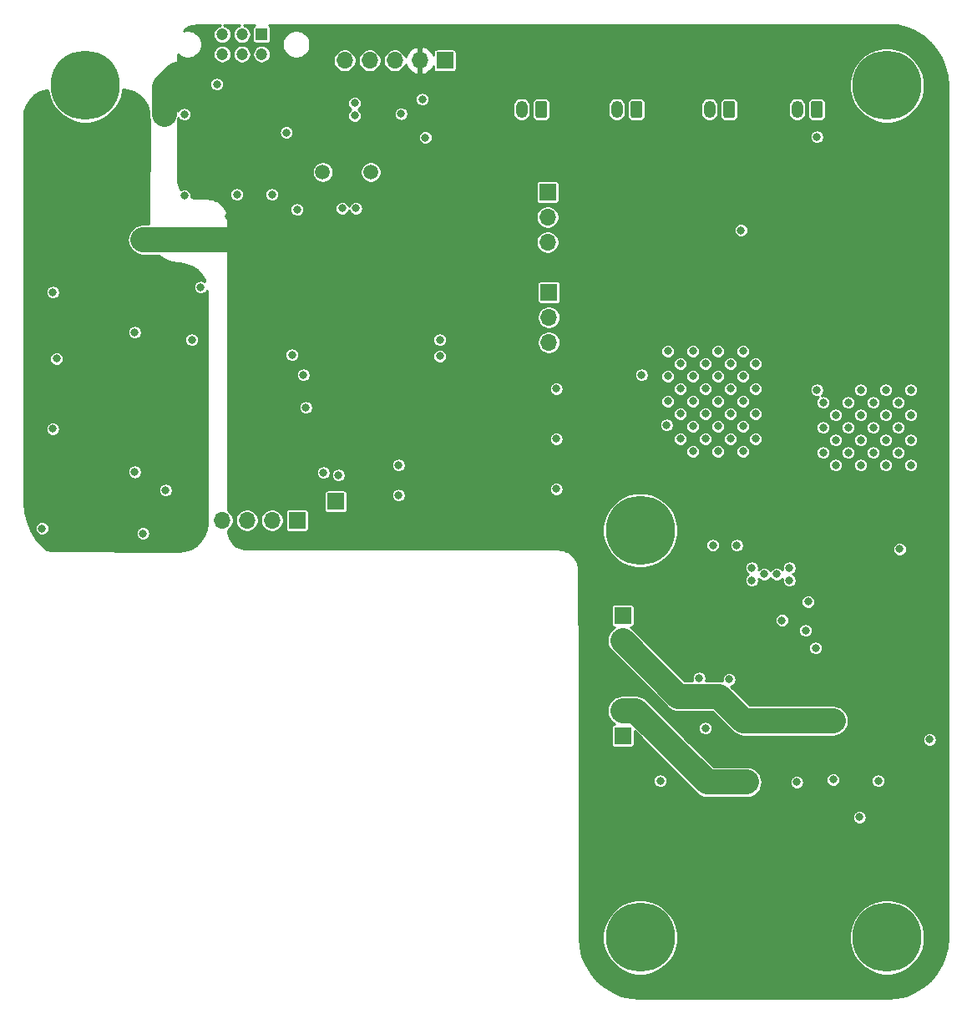
<source format=gbr>
%TF.GenerationSoftware,KiCad,Pcbnew,(5.1.9)-1*%
%TF.CreationDate,2021-07-10T09:55:13-04:00*%
%TF.ProjectId,detector_circuit,64657465-6374-46f7-925f-636972637569,rev?*%
%TF.SameCoordinates,Original*%
%TF.FileFunction,Copper,L3,Inr*%
%TF.FilePolarity,Positive*%
%FSLAX46Y46*%
G04 Gerber Fmt 4.6, Leading zero omitted, Abs format (unit mm)*
G04 Created by KiCad (PCBNEW (5.1.9)-1) date 2021-07-10 09:55:13*
%MOMM*%
%LPD*%
G01*
G04 APERTURE LIST*
%TA.AperFunction,ComponentPad*%
%ADD10C,7.000000*%
%TD*%
%TA.AperFunction,ComponentPad*%
%ADD11O,1.700000X1.700000*%
%TD*%
%TA.AperFunction,ComponentPad*%
%ADD12R,1.700000X1.700000*%
%TD*%
%TA.AperFunction,ComponentPad*%
%ADD13C,1.200000*%
%TD*%
%TA.AperFunction,ComponentPad*%
%ADD14R,1.200000X1.200000*%
%TD*%
%TA.AperFunction,ComponentPad*%
%ADD15C,1.500000*%
%TD*%
%TA.AperFunction,ComponentPad*%
%ADD16O,1.200000X1.750000*%
%TD*%
%TA.AperFunction,ViaPad*%
%ADD17C,0.800000*%
%TD*%
%TA.AperFunction,Conductor*%
%ADD18C,2.500000*%
%TD*%
%TA.AperFunction,Conductor*%
%ADD19C,0.254000*%
%TD*%
%TA.AperFunction,Conductor*%
%ADD20C,0.100000*%
%TD*%
G04 APERTURE END LIST*
D10*
%TO.N,N/C*%
%TO.C,REF\u002A\u002A*%
X146431000Y-140970000D03*
%TD*%
D11*
%TO.N,/SIPM_OUT*%
%TO.C,J11*%
X104013000Y-98679000D03*
%TO.N,/DET_ADC*%
X106553000Y-98679000D03*
%TO.N,/AMP_OUT*%
X109093000Y-98679000D03*
D12*
%TO.N,GND*%
X111633000Y-98679000D03*
%TD*%
D11*
%TO.N,+4.7V*%
%TO.C,J2*%
X144653000Y-110871000D03*
D12*
%TO.N,GND*%
X144653000Y-108331000D03*
%TD*%
D10*
%TO.N,N/C*%
%TO.C,REF\u002A\u002A*%
X90170000Y-54610000D03*
%TD*%
%TO.N,N/C*%
%TO.C,REF\u002A\u002A*%
X171450000Y-54610000D03*
%TD*%
%TO.N,N/C*%
%TO.C,REF\u002A\u002A*%
X171450000Y-140970000D03*
%TD*%
%TO.N,N/C*%
%TO.C,REF\u002A\u002A*%
X146431000Y-99695000D03*
%TD*%
D13*
%TO.N,/Microcontroller [DO NOT PLACE]/CANH*%
%TO.C,J10*%
X108045000Y-51419000D03*
%TO.N,/Microcontroller [DO NOT PLACE]/CANL*%
X106045000Y-51419000D03*
%TO.N,N/C*%
X104045000Y-51419000D03*
%TO.N,GND*%
X104045000Y-49419000D03*
D14*
%TO.N,N/C*%
X108045000Y-49419000D03*
D13*
X106045000Y-49419000D03*
%TD*%
D15*
%TO.N,/Microcontroller [DO NOT PLACE]/OSC2*%
%TO.C,Y1*%
X114246000Y-63373000D03*
%TO.N,/Microcontroller [DO NOT PLACE]/OSC1*%
X119126000Y-63373000D03*
%TD*%
D12*
%TO.N,/Microcontroller [DO NOT PLACE]/MCLR*%
%TO.C,J1*%
X126619000Y-52070000D03*
D11*
%TO.N,+5V*%
X124079000Y-52070000D03*
%TO.N,GND*%
X121539000Y-52070000D03*
%TO.N,/Microcontroller [DO NOT PLACE]/ICSPDAT*%
X118999000Y-52070000D03*
%TO.N,/Microcontroller [DO NOT PLACE]/ICSPCLK*%
X116459000Y-52070000D03*
%TD*%
D16*
%TO.N,Net-(F6-Pad2)*%
%TO.C,J6*%
X162338000Y-57023000D03*
%TO.N,GND*%
%TA.AperFunction,ComponentPad*%
G36*
G01*
X164938000Y-56397999D02*
X164938000Y-57648001D01*
G75*
G02*
X164688001Y-57898000I-249999J0D01*
G01*
X163987999Y-57898000D01*
G75*
G02*
X163738000Y-57648001I0J249999D01*
G01*
X163738000Y-56397999D01*
G75*
G02*
X163987999Y-56148000I249999J0D01*
G01*
X164688001Y-56148000D01*
G75*
G02*
X164938000Y-56397999I0J-249999D01*
G01*
G37*
%TD.AperFunction*%
%TD*%
%TO.N,Net-(F5-Pad2)*%
%TO.C,J5*%
X153448000Y-57023000D03*
%TO.N,Net-(F6-Pad1)*%
%TA.AperFunction,ComponentPad*%
G36*
G01*
X156048000Y-56397999D02*
X156048000Y-57648001D01*
G75*
G02*
X155798001Y-57898000I-249999J0D01*
G01*
X155097999Y-57898000D01*
G75*
G02*
X154848000Y-57648001I0J249999D01*
G01*
X154848000Y-56397999D01*
G75*
G02*
X155097999Y-56148000I249999J0D01*
G01*
X155798001Y-56148000D01*
G75*
G02*
X156048000Y-56397999I0J-249999D01*
G01*
G37*
%TD.AperFunction*%
%TD*%
%TO.N,Net-(F4-Pad2)*%
%TO.C,J4*%
X144050000Y-57023000D03*
%TO.N,Net-(F5-Pad1)*%
%TA.AperFunction,ComponentPad*%
G36*
G01*
X146650000Y-56397999D02*
X146650000Y-57648001D01*
G75*
G02*
X146400001Y-57898000I-249999J0D01*
G01*
X145699999Y-57898000D01*
G75*
G02*
X145450000Y-57648001I0J249999D01*
G01*
X145450000Y-56397999D01*
G75*
G02*
X145699999Y-56148000I249999J0D01*
G01*
X146400001Y-56148000D01*
G75*
G02*
X146650000Y-56397999I0J-249999D01*
G01*
G37*
%TD.AperFunction*%
%TD*%
%TO.N,+BATT*%
%TO.C,J3*%
X134398000Y-57023000D03*
%TO.N,Net-(F4-Pad1)*%
%TA.AperFunction,ComponentPad*%
G36*
G01*
X136998000Y-56397999D02*
X136998000Y-57648001D01*
G75*
G02*
X136748001Y-57898000I-249999J0D01*
G01*
X136047999Y-57898000D01*
G75*
G02*
X135798000Y-57648001I0J249999D01*
G01*
X135798000Y-56397999D01*
G75*
G02*
X136047999Y-56148000I249999J0D01*
G01*
X136748001Y-56148000D01*
G75*
G02*
X136998000Y-56397999I0J-249999D01*
G01*
G37*
%TD.AperFunction*%
%TD*%
D11*
%TO.N,+36V*%
%TO.C,J9*%
X144653000Y-117983000D03*
D12*
%TO.N,/SIPM_OUT*%
X144653000Y-120523000D03*
%TD*%
D11*
%TO.N,+12V*%
%TO.C,JP2*%
X137033000Y-70485000D03*
%TO.N,Net-(C7-Pad1)*%
X137033000Y-67945000D03*
D12*
%TO.N,+BATT*%
X137033000Y-65405000D03*
%TD*%
D11*
%TO.N,Net-(F3-Pad2)*%
%TO.C,J7*%
X137160000Y-80645000D03*
%TO.N,Net-(F1-Pad2)*%
X137160000Y-78105000D03*
D12*
%TO.N,GND*%
X137160000Y-75565000D03*
%TD*%
%TO.N,Net-(R28-Pad2)*%
%TO.C,TP17*%
X115570000Y-96774000D03*
%TD*%
D17*
%TO.N,GND*%
X121920000Y-93091000D03*
X149098000Y-89027000D03*
X156654500Y-69278500D03*
X164338000Y-85471000D03*
X171323000Y-85471000D03*
X173863000Y-85471000D03*
X164973000Y-86741000D03*
X172593000Y-86741000D03*
X166243000Y-88011000D03*
X171323000Y-88011000D03*
X173863000Y-88011000D03*
X164973000Y-89281000D03*
X172593000Y-89281000D03*
X166243000Y-90551000D03*
X168783000Y-90551000D03*
X171323000Y-90551000D03*
X173863000Y-90551000D03*
X164973000Y-91821000D03*
X167513000Y-91821000D03*
X170053000Y-91821000D03*
X172593000Y-91821000D03*
X166243000Y-93091000D03*
X168783000Y-93091000D03*
X171323000Y-93091000D03*
X173863000Y-93091000D03*
X153035000Y-90424000D03*
X155575000Y-90424000D03*
X158115000Y-90424000D03*
X151765000Y-91694000D03*
X154305000Y-91694000D03*
X156845000Y-91694000D03*
X170053000Y-89281000D03*
X167513000Y-89281000D03*
X167513000Y-86741000D03*
X168783000Y-88011000D03*
X168783000Y-85471000D03*
X170053000Y-86741000D03*
X112522000Y-87249000D03*
X115824000Y-94107000D03*
X121920000Y-96139000D03*
X163195000Y-109855000D03*
X100203000Y-57531000D03*
X164338000Y-59817000D03*
X162306000Y-125222000D03*
X148463000Y-125095000D03*
X153035000Y-119761000D03*
X98298000Y-95631000D03*
X100965000Y-80391000D03*
X101854000Y-75057000D03*
X86868000Y-75565000D03*
X86868000Y-89408000D03*
X110553500Y-59372500D03*
X151765000Y-86614000D03*
X150495000Y-87884000D03*
X151765000Y-84074000D03*
X153035000Y-82804000D03*
X155575000Y-82804000D03*
X154305000Y-84074000D03*
X151765000Y-81534000D03*
X149225000Y-84074000D03*
X156845000Y-81534000D03*
X154305000Y-81534000D03*
X150495000Y-82804000D03*
X149225000Y-81534000D03*
X150495000Y-85344000D03*
X153035000Y-85344000D03*
X156845000Y-86614000D03*
X154305000Y-89154000D03*
X158115000Y-85344000D03*
X149225000Y-86614000D03*
X156845000Y-84074000D03*
X155575000Y-87884000D03*
X150495000Y-90424000D03*
X153035000Y-87884000D03*
X151765000Y-89154000D03*
X156845000Y-89154000D03*
X155575000Y-85344000D03*
X158115000Y-87884000D03*
X154305000Y-86614000D03*
X158115000Y-82804000D03*
X116205000Y-67056000D03*
X124650500Y-59880500D03*
X112268000Y-83947000D03*
X159004000Y-104140000D03*
X157734000Y-104775000D03*
X160274000Y-104140000D03*
X160812023Y-108808977D03*
X163449000Y-106934000D03*
X161544000Y-103505000D03*
X161544000Y-104775000D03*
X157734000Y-103505000D03*
X87249000Y-82296000D03*
X165989000Y-124968000D03*
X175768000Y-120904000D03*
X164211000Y-111633000D03*
X170561000Y-125095000D03*
X168656000Y-128778000D03*
X156210000Y-101219000D03*
X153788000Y-101210000D03*
X95168000Y-79629000D03*
X95168000Y-93771000D03*
X155448000Y-114808000D03*
X152400000Y-114681000D03*
X172729000Y-101609000D03*
X122174000Y-57467500D03*
X109093000Y-65659000D03*
X146558000Y-83947000D03*
X100203000Y-65786000D03*
X85788500Y-99504500D03*
X103505000Y-54483000D03*
X114300000Y-93853000D03*
X137922000Y-90424000D03*
X137922000Y-95504000D03*
X137922000Y-85344000D03*
%TO.N,+5V*%
X96647000Y-70231000D03*
X98171000Y-57531000D03*
X141859000Y-84074000D03*
X153035000Y-122301000D03*
X124079000Y-53975000D03*
X117221000Y-82423000D03*
X167259000Y-124333000D03*
X172255000Y-123274000D03*
X151384000Y-65024000D03*
X156718000Y-62738000D03*
X168021000Y-62738000D03*
X104724200Y-67894200D03*
X102489000Y-60071000D03*
X126365000Y-66167000D03*
X121539000Y-85344000D03*
X115824000Y-88519000D03*
X118491000Y-85344000D03*
%TO.N,+36V*%
X157226000Y-125222000D03*
%TO.N,+3V3*%
X85598000Y-95504000D03*
X100965000Y-86233000D03*
X95885000Y-63754000D03*
X92583000Y-73406000D03*
%TO.N,/Microcontroller [DO NOT PLACE]/ICSPCLK*%
X117475000Y-57658000D03*
X126111000Y-82042000D03*
%TO.N,/Microcontroller [DO NOT PLACE]/ICSPDAT*%
X126111000Y-80391000D03*
X117475000Y-56388000D03*
%TO.N,Net-(R6-Pad1)*%
X124333000Y-56007000D03*
%TO.N,/Microcontroller [DO NOT PLACE]/CS*%
X96012000Y-100012500D03*
X117602000Y-67056000D03*
%TO.N,/DET_ADC*%
X111125000Y-81915000D03*
%TO.N,/Microcontroller [DO NOT PLACE]/PIC_RX*%
X105537000Y-65659000D03*
%TO.N,/Microcontroller [DO NOT PLACE]/PIC_TX*%
X111633000Y-67183000D03*
%TO.N,+4.7V*%
X165989000Y-118999000D03*
%TD*%
D18*
%TO.N,+5V*%
X96012000Y-70231000D02*
X107950000Y-70231000D01*
X98171000Y-57531000D02*
X98171000Y-54737000D01*
X98171000Y-54737000D02*
X99441000Y-53467000D01*
%TO.N,+36V*%
X153217998Y-125222000D02*
X157226000Y-125222000D01*
X145978998Y-117983000D02*
X153217998Y-125222000D01*
X144653000Y-117983000D02*
X145978998Y-117983000D01*
%TO.N,+4.7V*%
X154432999Y-116531001D02*
X156900998Y-118999000D01*
X150313001Y-116531001D02*
X154432999Y-116531001D01*
X144653000Y-110871000D02*
X150313001Y-116531001D01*
X156900998Y-118999000D02*
X165989000Y-118999000D01*
X165989000Y-118999000D02*
X165989000Y-118999000D01*
%TD*%
D19*
%TO.N,+3V3*%
X94457703Y-55064486D02*
X95067233Y-55278832D01*
X95613427Y-55624005D01*
X96068646Y-56082533D01*
X96409851Y-56631216D01*
X96594000Y-57167255D01*
X96594000Y-57608468D01*
X96616818Y-57840145D01*
X96687247Y-58072318D01*
X96610569Y-68654000D01*
X95934531Y-68654000D01*
X95702854Y-68676818D01*
X95405588Y-68766993D01*
X95131627Y-68913428D01*
X94891497Y-69110497D01*
X94694428Y-69350627D01*
X94547993Y-69624588D01*
X94457818Y-69921854D01*
X94427370Y-70231000D01*
X94457818Y-70540146D01*
X94547993Y-70837412D01*
X94694428Y-71111373D01*
X94891497Y-71351503D01*
X95131627Y-71548572D01*
X95405588Y-71695007D01*
X95702854Y-71785182D01*
X95934531Y-71808000D01*
X97619859Y-71808000D01*
X97704854Y-71897367D01*
X97726099Y-71915291D01*
X98271274Y-72281232D01*
X98295909Y-72294105D01*
X98907637Y-72532677D01*
X98934484Y-72539882D01*
X99583463Y-72639656D01*
X99597315Y-72641014D01*
X99742463Y-72647244D01*
X100368181Y-72743150D01*
X100951743Y-72969819D01*
X101472334Y-73317540D01*
X101905220Y-73769797D01*
X102229836Y-74305099D01*
X102286201Y-74471432D01*
X102198364Y-74412741D01*
X102066058Y-74357938D01*
X101925603Y-74330000D01*
X101782397Y-74330000D01*
X101641942Y-74357938D01*
X101509636Y-74412741D01*
X101390564Y-74492302D01*
X101289302Y-74593564D01*
X101209741Y-74712636D01*
X101154938Y-74844942D01*
X101127000Y-74985397D01*
X101127000Y-75128603D01*
X101154938Y-75269058D01*
X101209741Y-75401364D01*
X101289302Y-75520436D01*
X101390564Y-75621698D01*
X101509636Y-75701259D01*
X101641942Y-75756062D01*
X101782397Y-75784000D01*
X101925603Y-75784000D01*
X102066058Y-75756062D01*
X102198364Y-75701259D01*
X102317436Y-75621698D01*
X102418698Y-75520436D01*
X102487287Y-75417785D01*
X102499201Y-75527334D01*
X102478917Y-98934684D01*
X102405121Y-99582707D01*
X102190965Y-100191138D01*
X101846435Y-100736437D01*
X101388909Y-101191100D01*
X100841461Y-101532200D01*
X100231700Y-101742533D01*
X99583220Y-101812262D01*
X86811564Y-101743179D01*
X86293128Y-101682128D01*
X85805417Y-101265583D01*
X85176379Y-100529075D01*
X84670307Y-99703239D01*
X84558328Y-99432897D01*
X85061500Y-99432897D01*
X85061500Y-99576103D01*
X85089438Y-99716558D01*
X85144241Y-99848864D01*
X85223802Y-99967936D01*
X85325064Y-100069198D01*
X85444136Y-100148759D01*
X85576442Y-100203562D01*
X85716897Y-100231500D01*
X85860103Y-100231500D01*
X86000558Y-100203562D01*
X86132864Y-100148759D01*
X86251936Y-100069198D01*
X86353198Y-99967936D01*
X86371264Y-99940897D01*
X95285000Y-99940897D01*
X95285000Y-100084103D01*
X95312938Y-100224558D01*
X95367741Y-100356864D01*
X95447302Y-100475936D01*
X95548564Y-100577198D01*
X95667636Y-100656759D01*
X95799942Y-100711562D01*
X95940397Y-100739500D01*
X96083603Y-100739500D01*
X96224058Y-100711562D01*
X96356364Y-100656759D01*
X96475436Y-100577198D01*
X96576698Y-100475936D01*
X96656259Y-100356864D01*
X96711062Y-100224558D01*
X96739000Y-100084103D01*
X96739000Y-99940897D01*
X96711062Y-99800442D01*
X96656259Y-99668136D01*
X96576698Y-99549064D01*
X96475436Y-99447802D01*
X96356364Y-99368241D01*
X96224058Y-99313438D01*
X96083603Y-99285500D01*
X95940397Y-99285500D01*
X95799942Y-99313438D01*
X95667636Y-99368241D01*
X95548564Y-99447802D01*
X95447302Y-99549064D01*
X95367741Y-99668136D01*
X95312938Y-99800442D01*
X95285000Y-99940897D01*
X86371264Y-99940897D01*
X86432759Y-99848864D01*
X86487562Y-99716558D01*
X86515500Y-99576103D01*
X86515500Y-99432897D01*
X86487562Y-99292442D01*
X86432759Y-99160136D01*
X86353198Y-99041064D01*
X86251936Y-98939802D01*
X86132864Y-98860241D01*
X86000558Y-98805438D01*
X85860103Y-98777500D01*
X85716897Y-98777500D01*
X85576442Y-98805438D01*
X85444136Y-98860241D01*
X85325064Y-98939802D01*
X85223802Y-99041064D01*
X85144241Y-99160136D01*
X85089438Y-99292442D01*
X85061500Y-99432897D01*
X84558328Y-99432897D01*
X84299647Y-98808388D01*
X84073540Y-97866585D01*
X83997000Y-96894051D01*
X83997000Y-95559397D01*
X97571000Y-95559397D01*
X97571000Y-95702603D01*
X97598938Y-95843058D01*
X97653741Y-95975364D01*
X97733302Y-96094436D01*
X97834564Y-96195698D01*
X97953636Y-96275259D01*
X98085942Y-96330062D01*
X98226397Y-96358000D01*
X98369603Y-96358000D01*
X98510058Y-96330062D01*
X98642364Y-96275259D01*
X98761436Y-96195698D01*
X98862698Y-96094436D01*
X98942259Y-95975364D01*
X98997062Y-95843058D01*
X99025000Y-95702603D01*
X99025000Y-95559397D01*
X98997062Y-95418942D01*
X98942259Y-95286636D01*
X98862698Y-95167564D01*
X98761436Y-95066302D01*
X98642364Y-94986741D01*
X98510058Y-94931938D01*
X98369603Y-94904000D01*
X98226397Y-94904000D01*
X98085942Y-94931938D01*
X97953636Y-94986741D01*
X97834564Y-95066302D01*
X97733302Y-95167564D01*
X97653741Y-95286636D01*
X97598938Y-95418942D01*
X97571000Y-95559397D01*
X83997000Y-95559397D01*
X83997000Y-93699397D01*
X94441000Y-93699397D01*
X94441000Y-93842603D01*
X94468938Y-93983058D01*
X94523741Y-94115364D01*
X94603302Y-94234436D01*
X94704564Y-94335698D01*
X94823636Y-94415259D01*
X94955942Y-94470062D01*
X95096397Y-94498000D01*
X95239603Y-94498000D01*
X95380058Y-94470062D01*
X95512364Y-94415259D01*
X95631436Y-94335698D01*
X95732698Y-94234436D01*
X95812259Y-94115364D01*
X95867062Y-93983058D01*
X95895000Y-93842603D01*
X95895000Y-93699397D01*
X95867062Y-93558942D01*
X95812259Y-93426636D01*
X95732698Y-93307564D01*
X95631436Y-93206302D01*
X95512364Y-93126741D01*
X95380058Y-93071938D01*
X95239603Y-93044000D01*
X95096397Y-93044000D01*
X94955942Y-93071938D01*
X94823636Y-93126741D01*
X94704564Y-93206302D01*
X94603302Y-93307564D01*
X94523741Y-93426636D01*
X94468938Y-93558942D01*
X94441000Y-93699397D01*
X83997000Y-93699397D01*
X83997000Y-89336397D01*
X86141000Y-89336397D01*
X86141000Y-89479603D01*
X86168938Y-89620058D01*
X86223741Y-89752364D01*
X86303302Y-89871436D01*
X86404564Y-89972698D01*
X86523636Y-90052259D01*
X86655942Y-90107062D01*
X86796397Y-90135000D01*
X86939603Y-90135000D01*
X87080058Y-90107062D01*
X87212364Y-90052259D01*
X87331436Y-89972698D01*
X87432698Y-89871436D01*
X87512259Y-89752364D01*
X87567062Y-89620058D01*
X87595000Y-89479603D01*
X87595000Y-89336397D01*
X87567062Y-89195942D01*
X87512259Y-89063636D01*
X87432698Y-88944564D01*
X87331436Y-88843302D01*
X87212364Y-88763741D01*
X87080058Y-88708938D01*
X86939603Y-88681000D01*
X86796397Y-88681000D01*
X86655942Y-88708938D01*
X86523636Y-88763741D01*
X86404564Y-88843302D01*
X86303302Y-88944564D01*
X86223741Y-89063636D01*
X86168938Y-89195942D01*
X86141000Y-89336397D01*
X83997000Y-89336397D01*
X83997000Y-82224397D01*
X86522000Y-82224397D01*
X86522000Y-82367603D01*
X86549938Y-82508058D01*
X86604741Y-82640364D01*
X86684302Y-82759436D01*
X86785564Y-82860698D01*
X86904636Y-82940259D01*
X87036942Y-82995062D01*
X87177397Y-83023000D01*
X87320603Y-83023000D01*
X87461058Y-82995062D01*
X87593364Y-82940259D01*
X87712436Y-82860698D01*
X87813698Y-82759436D01*
X87893259Y-82640364D01*
X87948062Y-82508058D01*
X87976000Y-82367603D01*
X87976000Y-82224397D01*
X87948062Y-82083942D01*
X87893259Y-81951636D01*
X87813698Y-81832564D01*
X87712436Y-81731302D01*
X87593364Y-81651741D01*
X87461058Y-81596938D01*
X87320603Y-81569000D01*
X87177397Y-81569000D01*
X87036942Y-81596938D01*
X86904636Y-81651741D01*
X86785564Y-81731302D01*
X86684302Y-81832564D01*
X86604741Y-81951636D01*
X86549938Y-82083942D01*
X86522000Y-82224397D01*
X83997000Y-82224397D01*
X83997000Y-79557397D01*
X94441000Y-79557397D01*
X94441000Y-79700603D01*
X94468938Y-79841058D01*
X94523741Y-79973364D01*
X94603302Y-80092436D01*
X94704564Y-80193698D01*
X94823636Y-80273259D01*
X94955942Y-80328062D01*
X95096397Y-80356000D01*
X95239603Y-80356000D01*
X95380058Y-80328062D01*
X95400977Y-80319397D01*
X100238000Y-80319397D01*
X100238000Y-80462603D01*
X100265938Y-80603058D01*
X100320741Y-80735364D01*
X100400302Y-80854436D01*
X100501564Y-80955698D01*
X100620636Y-81035259D01*
X100752942Y-81090062D01*
X100893397Y-81118000D01*
X101036603Y-81118000D01*
X101177058Y-81090062D01*
X101309364Y-81035259D01*
X101428436Y-80955698D01*
X101529698Y-80854436D01*
X101609259Y-80735364D01*
X101664062Y-80603058D01*
X101692000Y-80462603D01*
X101692000Y-80319397D01*
X101664062Y-80178942D01*
X101609259Y-80046636D01*
X101529698Y-79927564D01*
X101428436Y-79826302D01*
X101309364Y-79746741D01*
X101177058Y-79691938D01*
X101036603Y-79664000D01*
X100893397Y-79664000D01*
X100752942Y-79691938D01*
X100620636Y-79746741D01*
X100501564Y-79826302D01*
X100400302Y-79927564D01*
X100320741Y-80046636D01*
X100265938Y-80178942D01*
X100238000Y-80319397D01*
X95400977Y-80319397D01*
X95512364Y-80273259D01*
X95631436Y-80193698D01*
X95732698Y-80092436D01*
X95812259Y-79973364D01*
X95867062Y-79841058D01*
X95895000Y-79700603D01*
X95895000Y-79557397D01*
X95867062Y-79416942D01*
X95812259Y-79284636D01*
X95732698Y-79165564D01*
X95631436Y-79064302D01*
X95512364Y-78984741D01*
X95380058Y-78929938D01*
X95239603Y-78902000D01*
X95096397Y-78902000D01*
X94955942Y-78929938D01*
X94823636Y-78984741D01*
X94704564Y-79064302D01*
X94603302Y-79165564D01*
X94523741Y-79284636D01*
X94468938Y-79416942D01*
X94441000Y-79557397D01*
X83997000Y-79557397D01*
X83997000Y-75493397D01*
X86141000Y-75493397D01*
X86141000Y-75636603D01*
X86168938Y-75777058D01*
X86223741Y-75909364D01*
X86303302Y-76028436D01*
X86404564Y-76129698D01*
X86523636Y-76209259D01*
X86655942Y-76264062D01*
X86796397Y-76292000D01*
X86939603Y-76292000D01*
X87080058Y-76264062D01*
X87212364Y-76209259D01*
X87331436Y-76129698D01*
X87432698Y-76028436D01*
X87512259Y-75909364D01*
X87567062Y-75777058D01*
X87595000Y-75636603D01*
X87595000Y-75493397D01*
X87567062Y-75352942D01*
X87512259Y-75220636D01*
X87432698Y-75101564D01*
X87331436Y-75000302D01*
X87212364Y-74920741D01*
X87080058Y-74865938D01*
X86939603Y-74838000D01*
X86796397Y-74838000D01*
X86655942Y-74865938D01*
X86523636Y-74920741D01*
X86404564Y-75000302D01*
X86303302Y-75101564D01*
X86223741Y-75220636D01*
X86168938Y-75352942D01*
X86141000Y-75493397D01*
X83997000Y-75493397D01*
X83997000Y-57427366D01*
X84019815Y-57224877D01*
X84232239Y-56617802D01*
X84574425Y-56073218D01*
X85029218Y-55618425D01*
X85573802Y-55276239D01*
X86180877Y-55063815D01*
X86354405Y-55044263D01*
X86490070Y-55726295D01*
X86778557Y-56422764D01*
X87197375Y-57049570D01*
X87730430Y-57582625D01*
X88357236Y-58001443D01*
X89053705Y-58289930D01*
X89793073Y-58437000D01*
X90546927Y-58437000D01*
X91286295Y-58289930D01*
X91982764Y-58001443D01*
X92609570Y-57582625D01*
X93142625Y-57049570D01*
X93561443Y-56422764D01*
X93849930Y-55726295D01*
X93992057Y-55011776D01*
X94457703Y-55064486D01*
%TA.AperFunction,Conductor*%
D20*
G36*
X94457703Y-55064486D02*
G01*
X95067233Y-55278832D01*
X95613427Y-55624005D01*
X96068646Y-56082533D01*
X96409851Y-56631216D01*
X96594000Y-57167255D01*
X96594000Y-57608468D01*
X96616818Y-57840145D01*
X96687247Y-58072318D01*
X96610569Y-68654000D01*
X95934531Y-68654000D01*
X95702854Y-68676818D01*
X95405588Y-68766993D01*
X95131627Y-68913428D01*
X94891497Y-69110497D01*
X94694428Y-69350627D01*
X94547993Y-69624588D01*
X94457818Y-69921854D01*
X94427370Y-70231000D01*
X94457818Y-70540146D01*
X94547993Y-70837412D01*
X94694428Y-71111373D01*
X94891497Y-71351503D01*
X95131627Y-71548572D01*
X95405588Y-71695007D01*
X95702854Y-71785182D01*
X95934531Y-71808000D01*
X97619859Y-71808000D01*
X97704854Y-71897367D01*
X97726099Y-71915291D01*
X98271274Y-72281232D01*
X98295909Y-72294105D01*
X98907637Y-72532677D01*
X98934484Y-72539882D01*
X99583463Y-72639656D01*
X99597315Y-72641014D01*
X99742463Y-72647244D01*
X100368181Y-72743150D01*
X100951743Y-72969819D01*
X101472334Y-73317540D01*
X101905220Y-73769797D01*
X102229836Y-74305099D01*
X102286201Y-74471432D01*
X102198364Y-74412741D01*
X102066058Y-74357938D01*
X101925603Y-74330000D01*
X101782397Y-74330000D01*
X101641942Y-74357938D01*
X101509636Y-74412741D01*
X101390564Y-74492302D01*
X101289302Y-74593564D01*
X101209741Y-74712636D01*
X101154938Y-74844942D01*
X101127000Y-74985397D01*
X101127000Y-75128603D01*
X101154938Y-75269058D01*
X101209741Y-75401364D01*
X101289302Y-75520436D01*
X101390564Y-75621698D01*
X101509636Y-75701259D01*
X101641942Y-75756062D01*
X101782397Y-75784000D01*
X101925603Y-75784000D01*
X102066058Y-75756062D01*
X102198364Y-75701259D01*
X102317436Y-75621698D01*
X102418698Y-75520436D01*
X102487287Y-75417785D01*
X102499201Y-75527334D01*
X102478917Y-98934684D01*
X102405121Y-99582707D01*
X102190965Y-100191138D01*
X101846435Y-100736437D01*
X101388909Y-101191100D01*
X100841461Y-101532200D01*
X100231700Y-101742533D01*
X99583220Y-101812262D01*
X86811564Y-101743179D01*
X86293128Y-101682128D01*
X85805417Y-101265583D01*
X85176379Y-100529075D01*
X84670307Y-99703239D01*
X84558328Y-99432897D01*
X85061500Y-99432897D01*
X85061500Y-99576103D01*
X85089438Y-99716558D01*
X85144241Y-99848864D01*
X85223802Y-99967936D01*
X85325064Y-100069198D01*
X85444136Y-100148759D01*
X85576442Y-100203562D01*
X85716897Y-100231500D01*
X85860103Y-100231500D01*
X86000558Y-100203562D01*
X86132864Y-100148759D01*
X86251936Y-100069198D01*
X86353198Y-99967936D01*
X86371264Y-99940897D01*
X95285000Y-99940897D01*
X95285000Y-100084103D01*
X95312938Y-100224558D01*
X95367741Y-100356864D01*
X95447302Y-100475936D01*
X95548564Y-100577198D01*
X95667636Y-100656759D01*
X95799942Y-100711562D01*
X95940397Y-100739500D01*
X96083603Y-100739500D01*
X96224058Y-100711562D01*
X96356364Y-100656759D01*
X96475436Y-100577198D01*
X96576698Y-100475936D01*
X96656259Y-100356864D01*
X96711062Y-100224558D01*
X96739000Y-100084103D01*
X96739000Y-99940897D01*
X96711062Y-99800442D01*
X96656259Y-99668136D01*
X96576698Y-99549064D01*
X96475436Y-99447802D01*
X96356364Y-99368241D01*
X96224058Y-99313438D01*
X96083603Y-99285500D01*
X95940397Y-99285500D01*
X95799942Y-99313438D01*
X95667636Y-99368241D01*
X95548564Y-99447802D01*
X95447302Y-99549064D01*
X95367741Y-99668136D01*
X95312938Y-99800442D01*
X95285000Y-99940897D01*
X86371264Y-99940897D01*
X86432759Y-99848864D01*
X86487562Y-99716558D01*
X86515500Y-99576103D01*
X86515500Y-99432897D01*
X86487562Y-99292442D01*
X86432759Y-99160136D01*
X86353198Y-99041064D01*
X86251936Y-98939802D01*
X86132864Y-98860241D01*
X86000558Y-98805438D01*
X85860103Y-98777500D01*
X85716897Y-98777500D01*
X85576442Y-98805438D01*
X85444136Y-98860241D01*
X85325064Y-98939802D01*
X85223802Y-99041064D01*
X85144241Y-99160136D01*
X85089438Y-99292442D01*
X85061500Y-99432897D01*
X84558328Y-99432897D01*
X84299647Y-98808388D01*
X84073540Y-97866585D01*
X83997000Y-96894051D01*
X83997000Y-95559397D01*
X97571000Y-95559397D01*
X97571000Y-95702603D01*
X97598938Y-95843058D01*
X97653741Y-95975364D01*
X97733302Y-96094436D01*
X97834564Y-96195698D01*
X97953636Y-96275259D01*
X98085942Y-96330062D01*
X98226397Y-96358000D01*
X98369603Y-96358000D01*
X98510058Y-96330062D01*
X98642364Y-96275259D01*
X98761436Y-96195698D01*
X98862698Y-96094436D01*
X98942259Y-95975364D01*
X98997062Y-95843058D01*
X99025000Y-95702603D01*
X99025000Y-95559397D01*
X98997062Y-95418942D01*
X98942259Y-95286636D01*
X98862698Y-95167564D01*
X98761436Y-95066302D01*
X98642364Y-94986741D01*
X98510058Y-94931938D01*
X98369603Y-94904000D01*
X98226397Y-94904000D01*
X98085942Y-94931938D01*
X97953636Y-94986741D01*
X97834564Y-95066302D01*
X97733302Y-95167564D01*
X97653741Y-95286636D01*
X97598938Y-95418942D01*
X97571000Y-95559397D01*
X83997000Y-95559397D01*
X83997000Y-93699397D01*
X94441000Y-93699397D01*
X94441000Y-93842603D01*
X94468938Y-93983058D01*
X94523741Y-94115364D01*
X94603302Y-94234436D01*
X94704564Y-94335698D01*
X94823636Y-94415259D01*
X94955942Y-94470062D01*
X95096397Y-94498000D01*
X95239603Y-94498000D01*
X95380058Y-94470062D01*
X95512364Y-94415259D01*
X95631436Y-94335698D01*
X95732698Y-94234436D01*
X95812259Y-94115364D01*
X95867062Y-93983058D01*
X95895000Y-93842603D01*
X95895000Y-93699397D01*
X95867062Y-93558942D01*
X95812259Y-93426636D01*
X95732698Y-93307564D01*
X95631436Y-93206302D01*
X95512364Y-93126741D01*
X95380058Y-93071938D01*
X95239603Y-93044000D01*
X95096397Y-93044000D01*
X94955942Y-93071938D01*
X94823636Y-93126741D01*
X94704564Y-93206302D01*
X94603302Y-93307564D01*
X94523741Y-93426636D01*
X94468938Y-93558942D01*
X94441000Y-93699397D01*
X83997000Y-93699397D01*
X83997000Y-89336397D01*
X86141000Y-89336397D01*
X86141000Y-89479603D01*
X86168938Y-89620058D01*
X86223741Y-89752364D01*
X86303302Y-89871436D01*
X86404564Y-89972698D01*
X86523636Y-90052259D01*
X86655942Y-90107062D01*
X86796397Y-90135000D01*
X86939603Y-90135000D01*
X87080058Y-90107062D01*
X87212364Y-90052259D01*
X87331436Y-89972698D01*
X87432698Y-89871436D01*
X87512259Y-89752364D01*
X87567062Y-89620058D01*
X87595000Y-89479603D01*
X87595000Y-89336397D01*
X87567062Y-89195942D01*
X87512259Y-89063636D01*
X87432698Y-88944564D01*
X87331436Y-88843302D01*
X87212364Y-88763741D01*
X87080058Y-88708938D01*
X86939603Y-88681000D01*
X86796397Y-88681000D01*
X86655942Y-88708938D01*
X86523636Y-88763741D01*
X86404564Y-88843302D01*
X86303302Y-88944564D01*
X86223741Y-89063636D01*
X86168938Y-89195942D01*
X86141000Y-89336397D01*
X83997000Y-89336397D01*
X83997000Y-82224397D01*
X86522000Y-82224397D01*
X86522000Y-82367603D01*
X86549938Y-82508058D01*
X86604741Y-82640364D01*
X86684302Y-82759436D01*
X86785564Y-82860698D01*
X86904636Y-82940259D01*
X87036942Y-82995062D01*
X87177397Y-83023000D01*
X87320603Y-83023000D01*
X87461058Y-82995062D01*
X87593364Y-82940259D01*
X87712436Y-82860698D01*
X87813698Y-82759436D01*
X87893259Y-82640364D01*
X87948062Y-82508058D01*
X87976000Y-82367603D01*
X87976000Y-82224397D01*
X87948062Y-82083942D01*
X87893259Y-81951636D01*
X87813698Y-81832564D01*
X87712436Y-81731302D01*
X87593364Y-81651741D01*
X87461058Y-81596938D01*
X87320603Y-81569000D01*
X87177397Y-81569000D01*
X87036942Y-81596938D01*
X86904636Y-81651741D01*
X86785564Y-81731302D01*
X86684302Y-81832564D01*
X86604741Y-81951636D01*
X86549938Y-82083942D01*
X86522000Y-82224397D01*
X83997000Y-82224397D01*
X83997000Y-79557397D01*
X94441000Y-79557397D01*
X94441000Y-79700603D01*
X94468938Y-79841058D01*
X94523741Y-79973364D01*
X94603302Y-80092436D01*
X94704564Y-80193698D01*
X94823636Y-80273259D01*
X94955942Y-80328062D01*
X95096397Y-80356000D01*
X95239603Y-80356000D01*
X95380058Y-80328062D01*
X95400977Y-80319397D01*
X100238000Y-80319397D01*
X100238000Y-80462603D01*
X100265938Y-80603058D01*
X100320741Y-80735364D01*
X100400302Y-80854436D01*
X100501564Y-80955698D01*
X100620636Y-81035259D01*
X100752942Y-81090062D01*
X100893397Y-81118000D01*
X101036603Y-81118000D01*
X101177058Y-81090062D01*
X101309364Y-81035259D01*
X101428436Y-80955698D01*
X101529698Y-80854436D01*
X101609259Y-80735364D01*
X101664062Y-80603058D01*
X101692000Y-80462603D01*
X101692000Y-80319397D01*
X101664062Y-80178942D01*
X101609259Y-80046636D01*
X101529698Y-79927564D01*
X101428436Y-79826302D01*
X101309364Y-79746741D01*
X101177058Y-79691938D01*
X101036603Y-79664000D01*
X100893397Y-79664000D01*
X100752942Y-79691938D01*
X100620636Y-79746741D01*
X100501564Y-79826302D01*
X100400302Y-79927564D01*
X100320741Y-80046636D01*
X100265938Y-80178942D01*
X100238000Y-80319397D01*
X95400977Y-80319397D01*
X95512364Y-80273259D01*
X95631436Y-80193698D01*
X95732698Y-80092436D01*
X95812259Y-79973364D01*
X95867062Y-79841058D01*
X95895000Y-79700603D01*
X95895000Y-79557397D01*
X95867062Y-79416942D01*
X95812259Y-79284636D01*
X95732698Y-79165564D01*
X95631436Y-79064302D01*
X95512364Y-78984741D01*
X95380058Y-78929938D01*
X95239603Y-78902000D01*
X95096397Y-78902000D01*
X94955942Y-78929938D01*
X94823636Y-78984741D01*
X94704564Y-79064302D01*
X94603302Y-79165564D01*
X94523741Y-79284636D01*
X94468938Y-79416942D01*
X94441000Y-79557397D01*
X83997000Y-79557397D01*
X83997000Y-75493397D01*
X86141000Y-75493397D01*
X86141000Y-75636603D01*
X86168938Y-75777058D01*
X86223741Y-75909364D01*
X86303302Y-76028436D01*
X86404564Y-76129698D01*
X86523636Y-76209259D01*
X86655942Y-76264062D01*
X86796397Y-76292000D01*
X86939603Y-76292000D01*
X87080058Y-76264062D01*
X87212364Y-76209259D01*
X87331436Y-76129698D01*
X87432698Y-76028436D01*
X87512259Y-75909364D01*
X87567062Y-75777058D01*
X87595000Y-75636603D01*
X87595000Y-75493397D01*
X87567062Y-75352942D01*
X87512259Y-75220636D01*
X87432698Y-75101564D01*
X87331436Y-75000302D01*
X87212364Y-74920741D01*
X87080058Y-74865938D01*
X86939603Y-74838000D01*
X86796397Y-74838000D01*
X86655942Y-74865938D01*
X86523636Y-74920741D01*
X86404564Y-75000302D01*
X86303302Y-75101564D01*
X86223741Y-75220636D01*
X86168938Y-75352942D01*
X86141000Y-75493397D01*
X83997000Y-75493397D01*
X83997000Y-57427366D01*
X84019815Y-57224877D01*
X84232239Y-56617802D01*
X84574425Y-56073218D01*
X85029218Y-55618425D01*
X85573802Y-55276239D01*
X86180877Y-55063815D01*
X86354405Y-55044263D01*
X86490070Y-55726295D01*
X86778557Y-56422764D01*
X87197375Y-57049570D01*
X87730430Y-57582625D01*
X88357236Y-58001443D01*
X89053705Y-58289930D01*
X89793073Y-58437000D01*
X90546927Y-58437000D01*
X91286295Y-58289930D01*
X91982764Y-58001443D01*
X92609570Y-57582625D01*
X93142625Y-57049570D01*
X93561443Y-56422764D01*
X93849930Y-55726295D01*
X93992057Y-55011776D01*
X94457703Y-55064486D01*
G37*
%TD.AperFunction*%
%TD*%
D19*
%TO.N,+5V*%
X103774604Y-48527624D02*
X103605901Y-48597504D01*
X103454072Y-48698952D01*
X103324952Y-48828072D01*
X103223504Y-48979901D01*
X103153624Y-49148604D01*
X103118000Y-49327699D01*
X103118000Y-49510301D01*
X103153624Y-49689396D01*
X103223504Y-49858099D01*
X103324952Y-50009928D01*
X103454072Y-50139048D01*
X103605901Y-50240496D01*
X103774604Y-50310376D01*
X103953699Y-50346000D01*
X104136301Y-50346000D01*
X104315396Y-50310376D01*
X104484099Y-50240496D01*
X104635928Y-50139048D01*
X104765048Y-50009928D01*
X104866496Y-49858099D01*
X104936376Y-49689396D01*
X104972000Y-49510301D01*
X104972000Y-49327699D01*
X104936376Y-49148604D01*
X104866496Y-48979901D01*
X104765048Y-48828072D01*
X104635928Y-48698952D01*
X104484099Y-48597504D01*
X104315396Y-48527624D01*
X104246903Y-48514000D01*
X105843097Y-48514000D01*
X105774604Y-48527624D01*
X105605901Y-48597504D01*
X105454072Y-48698952D01*
X105324952Y-48828072D01*
X105223504Y-48979901D01*
X105153624Y-49148604D01*
X105118000Y-49327699D01*
X105118000Y-49510301D01*
X105153624Y-49689396D01*
X105223504Y-49858099D01*
X105324952Y-50009928D01*
X105454072Y-50139048D01*
X105605901Y-50240496D01*
X105774604Y-50310376D01*
X105953699Y-50346000D01*
X106136301Y-50346000D01*
X106315396Y-50310376D01*
X106484099Y-50240496D01*
X106635928Y-50139048D01*
X106765048Y-50009928D01*
X106866496Y-49858099D01*
X106936376Y-49689396D01*
X106972000Y-49510301D01*
X106972000Y-49327699D01*
X106936376Y-49148604D01*
X106866496Y-48979901D01*
X106765048Y-48828072D01*
X106635928Y-48698952D01*
X106484099Y-48597504D01*
X106315396Y-48527624D01*
X106246903Y-48514000D01*
X107323971Y-48514000D01*
X107319257Y-48515430D01*
X107262450Y-48545794D01*
X107212657Y-48586657D01*
X107171794Y-48636450D01*
X107141430Y-48693257D01*
X107122732Y-48754897D01*
X107116418Y-48819000D01*
X107116418Y-50019000D01*
X107122732Y-50083103D01*
X107141430Y-50144743D01*
X107171794Y-50201550D01*
X107212657Y-50251343D01*
X107262450Y-50292206D01*
X107319257Y-50322570D01*
X107380897Y-50341268D01*
X107445000Y-50347582D01*
X108645000Y-50347582D01*
X108709103Y-50341268D01*
X108770743Y-50322570D01*
X108827550Y-50292206D01*
X108844308Y-50278453D01*
X110118000Y-50278453D01*
X110118000Y-50559547D01*
X110172838Y-50835241D01*
X110280409Y-51094938D01*
X110436576Y-51328660D01*
X110635340Y-51527424D01*
X110869062Y-51683591D01*
X111128759Y-51791162D01*
X111404453Y-51846000D01*
X111685547Y-51846000D01*
X111961241Y-51791162D01*
X112220938Y-51683591D01*
X112454660Y-51527424D01*
X112653424Y-51328660D01*
X112809591Y-51094938D01*
X112917162Y-50835241D01*
X112972000Y-50559547D01*
X112972000Y-50278453D01*
X112917162Y-50002759D01*
X112809591Y-49743062D01*
X112653424Y-49509340D01*
X112454660Y-49310576D01*
X112220938Y-49154409D01*
X111961241Y-49046838D01*
X111685547Y-48992000D01*
X111404453Y-48992000D01*
X111128759Y-49046838D01*
X110869062Y-49154409D01*
X110635340Y-49310576D01*
X110436576Y-49509340D01*
X110280409Y-49743062D01*
X110172838Y-50002759D01*
X110118000Y-50278453D01*
X108844308Y-50278453D01*
X108877343Y-50251343D01*
X108918206Y-50201550D01*
X108948570Y-50144743D01*
X108967268Y-50083103D01*
X108973582Y-50019000D01*
X108973582Y-48819000D01*
X108967268Y-48754897D01*
X108948570Y-48693257D01*
X108918206Y-48636450D01*
X108877343Y-48586657D01*
X108827550Y-48545794D01*
X108770743Y-48515430D01*
X108766029Y-48514000D01*
X172417501Y-48514000D01*
X173357388Y-48739647D01*
X174252239Y-49110307D01*
X175078075Y-49616379D01*
X175814583Y-50245417D01*
X176443620Y-50981925D01*
X176949694Y-51807764D01*
X177320353Y-52702612D01*
X177546460Y-53644420D01*
X177623000Y-54616950D01*
X177623001Y-140963037D01*
X177546460Y-141935580D01*
X177320353Y-142877388D01*
X176949694Y-143772236D01*
X176443620Y-144598075D01*
X175814583Y-145334583D01*
X175078075Y-145963621D01*
X174252239Y-146469693D01*
X173357388Y-146840353D01*
X172415585Y-147066460D01*
X171443051Y-147143000D01*
X146437950Y-147143000D01*
X145465420Y-147066460D01*
X144523612Y-146840353D01*
X143628764Y-146469694D01*
X142802925Y-145963620D01*
X142066417Y-145334583D01*
X141437379Y-144598075D01*
X140931307Y-143772239D01*
X140560647Y-142877388D01*
X140334540Y-141935585D01*
X140258000Y-140963051D01*
X140258000Y-140593073D01*
X142604000Y-140593073D01*
X142604000Y-141346927D01*
X142751070Y-142086295D01*
X143039557Y-142782764D01*
X143458375Y-143409570D01*
X143991430Y-143942625D01*
X144618236Y-144361443D01*
X145314705Y-144649930D01*
X146054073Y-144797000D01*
X146807927Y-144797000D01*
X147547295Y-144649930D01*
X148243764Y-144361443D01*
X148870570Y-143942625D01*
X149403625Y-143409570D01*
X149822443Y-142782764D01*
X150110930Y-142086295D01*
X150258000Y-141346927D01*
X150258000Y-140593073D01*
X167623000Y-140593073D01*
X167623000Y-141346927D01*
X167770070Y-142086295D01*
X168058557Y-142782764D01*
X168477375Y-143409570D01*
X169010430Y-143942625D01*
X169637236Y-144361443D01*
X170333705Y-144649930D01*
X171073073Y-144797000D01*
X171826927Y-144797000D01*
X172566295Y-144649930D01*
X173262764Y-144361443D01*
X173889570Y-143942625D01*
X174422625Y-143409570D01*
X174841443Y-142782764D01*
X175129930Y-142086295D01*
X175277000Y-141346927D01*
X175277000Y-140593073D01*
X175129930Y-139853705D01*
X174841443Y-139157236D01*
X174422625Y-138530430D01*
X173889570Y-137997375D01*
X173262764Y-137578557D01*
X172566295Y-137290070D01*
X171826927Y-137143000D01*
X171073073Y-137143000D01*
X170333705Y-137290070D01*
X169637236Y-137578557D01*
X169010430Y-137997375D01*
X168477375Y-138530430D01*
X168058557Y-139157236D01*
X167770070Y-139853705D01*
X167623000Y-140593073D01*
X150258000Y-140593073D01*
X150110930Y-139853705D01*
X149822443Y-139157236D01*
X149403625Y-138530430D01*
X148870570Y-137997375D01*
X148243764Y-137578557D01*
X147547295Y-137290070D01*
X146807927Y-137143000D01*
X146054073Y-137143000D01*
X145314705Y-137290070D01*
X144618236Y-137578557D01*
X143991430Y-137997375D01*
X143458375Y-138530430D01*
X143039557Y-139157236D01*
X142751070Y-139853705D01*
X142604000Y-140593073D01*
X140258000Y-140593073D01*
X140258000Y-128706397D01*
X167929000Y-128706397D01*
X167929000Y-128849603D01*
X167956938Y-128990058D01*
X168011741Y-129122364D01*
X168091302Y-129241436D01*
X168192564Y-129342698D01*
X168311636Y-129422259D01*
X168443942Y-129477062D01*
X168584397Y-129505000D01*
X168727603Y-129505000D01*
X168868058Y-129477062D01*
X169000364Y-129422259D01*
X169119436Y-129342698D01*
X169220698Y-129241436D01*
X169300259Y-129122364D01*
X169355062Y-128990058D01*
X169383000Y-128849603D01*
X169383000Y-128706397D01*
X169355062Y-128565942D01*
X169300259Y-128433636D01*
X169220698Y-128314564D01*
X169119436Y-128213302D01*
X169000364Y-128133741D01*
X168868058Y-128078938D01*
X168727603Y-128051000D01*
X168584397Y-128051000D01*
X168443942Y-128078938D01*
X168311636Y-128133741D01*
X168192564Y-128213302D01*
X168091302Y-128314564D01*
X168011741Y-128433636D01*
X167956938Y-128565942D01*
X167929000Y-128706397D01*
X140258000Y-128706397D01*
X140258000Y-125023397D01*
X147736000Y-125023397D01*
X147736000Y-125166603D01*
X147763938Y-125307058D01*
X147818741Y-125439364D01*
X147898302Y-125558436D01*
X147999564Y-125659698D01*
X148118636Y-125739259D01*
X148250942Y-125794062D01*
X148391397Y-125822000D01*
X148534603Y-125822000D01*
X148675058Y-125794062D01*
X148807364Y-125739259D01*
X148926436Y-125659698D01*
X149027698Y-125558436D01*
X149107259Y-125439364D01*
X149162062Y-125307058D01*
X149190000Y-125166603D01*
X149190000Y-125023397D01*
X149162062Y-124882942D01*
X149107259Y-124750636D01*
X149027698Y-124631564D01*
X148926436Y-124530302D01*
X148807364Y-124450741D01*
X148675058Y-124395938D01*
X148534603Y-124368000D01*
X148391397Y-124368000D01*
X148250942Y-124395938D01*
X148118636Y-124450741D01*
X147999564Y-124530302D01*
X147898302Y-124631564D01*
X147818741Y-124750636D01*
X147763938Y-124882942D01*
X147736000Y-125023397D01*
X140258000Y-125023397D01*
X140258000Y-117983000D01*
X143068370Y-117983000D01*
X143098818Y-118292146D01*
X143188993Y-118589412D01*
X143335428Y-118863373D01*
X143532497Y-119103503D01*
X143772627Y-119300572D01*
X143854657Y-119344418D01*
X143803000Y-119344418D01*
X143738897Y-119350732D01*
X143677257Y-119369430D01*
X143620450Y-119399794D01*
X143570657Y-119440657D01*
X143529794Y-119490450D01*
X143499430Y-119547257D01*
X143480732Y-119608897D01*
X143474418Y-119673000D01*
X143474418Y-121373000D01*
X143480732Y-121437103D01*
X143499430Y-121498743D01*
X143529794Y-121555550D01*
X143570657Y-121605343D01*
X143620450Y-121646206D01*
X143677257Y-121676570D01*
X143738897Y-121695268D01*
X143803000Y-121701582D01*
X145503000Y-121701582D01*
X145567103Y-121695268D01*
X145628743Y-121676570D01*
X145685550Y-121646206D01*
X145735343Y-121605343D01*
X145776206Y-121555550D01*
X145806570Y-121498743D01*
X145825268Y-121437103D01*
X145831582Y-121373000D01*
X145831582Y-120065798D01*
X152048110Y-126282327D01*
X152097495Y-126342503D01*
X152337625Y-126539572D01*
X152611586Y-126686007D01*
X152908852Y-126776182D01*
X153140529Y-126799000D01*
X153140531Y-126799000D01*
X153217998Y-126806630D01*
X153295465Y-126799000D01*
X157303469Y-126799000D01*
X157535146Y-126776182D01*
X157832412Y-126686007D01*
X158106373Y-126539572D01*
X158346503Y-126342503D01*
X158543572Y-126102373D01*
X158690007Y-125828412D01*
X158780182Y-125531146D01*
X158810630Y-125222000D01*
X158803578Y-125150397D01*
X161579000Y-125150397D01*
X161579000Y-125293603D01*
X161606938Y-125434058D01*
X161661741Y-125566364D01*
X161741302Y-125685436D01*
X161842564Y-125786698D01*
X161961636Y-125866259D01*
X162093942Y-125921062D01*
X162234397Y-125949000D01*
X162377603Y-125949000D01*
X162518058Y-125921062D01*
X162650364Y-125866259D01*
X162769436Y-125786698D01*
X162870698Y-125685436D01*
X162950259Y-125566364D01*
X163005062Y-125434058D01*
X163033000Y-125293603D01*
X163033000Y-125150397D01*
X163005062Y-125009942D01*
X162958031Y-124896397D01*
X165262000Y-124896397D01*
X165262000Y-125039603D01*
X165289938Y-125180058D01*
X165344741Y-125312364D01*
X165424302Y-125431436D01*
X165525564Y-125532698D01*
X165644636Y-125612259D01*
X165776942Y-125667062D01*
X165917397Y-125695000D01*
X166060603Y-125695000D01*
X166201058Y-125667062D01*
X166333364Y-125612259D01*
X166452436Y-125532698D01*
X166553698Y-125431436D01*
X166633259Y-125312364D01*
X166688062Y-125180058D01*
X166716000Y-125039603D01*
X166716000Y-125023397D01*
X169834000Y-125023397D01*
X169834000Y-125166603D01*
X169861938Y-125307058D01*
X169916741Y-125439364D01*
X169996302Y-125558436D01*
X170097564Y-125659698D01*
X170216636Y-125739259D01*
X170348942Y-125794062D01*
X170489397Y-125822000D01*
X170632603Y-125822000D01*
X170773058Y-125794062D01*
X170905364Y-125739259D01*
X171024436Y-125659698D01*
X171125698Y-125558436D01*
X171205259Y-125439364D01*
X171260062Y-125307058D01*
X171288000Y-125166603D01*
X171288000Y-125023397D01*
X171260062Y-124882942D01*
X171205259Y-124750636D01*
X171125698Y-124631564D01*
X171024436Y-124530302D01*
X170905364Y-124450741D01*
X170773058Y-124395938D01*
X170632603Y-124368000D01*
X170489397Y-124368000D01*
X170348942Y-124395938D01*
X170216636Y-124450741D01*
X170097564Y-124530302D01*
X169996302Y-124631564D01*
X169916741Y-124750636D01*
X169861938Y-124882942D01*
X169834000Y-125023397D01*
X166716000Y-125023397D01*
X166716000Y-124896397D01*
X166688062Y-124755942D01*
X166633259Y-124623636D01*
X166553698Y-124504564D01*
X166452436Y-124403302D01*
X166333364Y-124323741D01*
X166201058Y-124268938D01*
X166060603Y-124241000D01*
X165917397Y-124241000D01*
X165776942Y-124268938D01*
X165644636Y-124323741D01*
X165525564Y-124403302D01*
X165424302Y-124504564D01*
X165344741Y-124623636D01*
X165289938Y-124755942D01*
X165262000Y-124896397D01*
X162958031Y-124896397D01*
X162950259Y-124877636D01*
X162870698Y-124758564D01*
X162769436Y-124657302D01*
X162650364Y-124577741D01*
X162518058Y-124522938D01*
X162377603Y-124495000D01*
X162234397Y-124495000D01*
X162093942Y-124522938D01*
X161961636Y-124577741D01*
X161842564Y-124657302D01*
X161741302Y-124758564D01*
X161661741Y-124877636D01*
X161606938Y-125009942D01*
X161579000Y-125150397D01*
X158803578Y-125150397D01*
X158780182Y-124912854D01*
X158690007Y-124615588D01*
X158543572Y-124341627D01*
X158346503Y-124101497D01*
X158106373Y-123904428D01*
X157832412Y-123757993D01*
X157535146Y-123667818D01*
X157303469Y-123645000D01*
X153871213Y-123645000D01*
X151058610Y-120832397D01*
X175041000Y-120832397D01*
X175041000Y-120975603D01*
X175068938Y-121116058D01*
X175123741Y-121248364D01*
X175203302Y-121367436D01*
X175304564Y-121468698D01*
X175423636Y-121548259D01*
X175555942Y-121603062D01*
X175696397Y-121631000D01*
X175839603Y-121631000D01*
X175980058Y-121603062D01*
X176112364Y-121548259D01*
X176231436Y-121468698D01*
X176332698Y-121367436D01*
X176412259Y-121248364D01*
X176467062Y-121116058D01*
X176495000Y-120975603D01*
X176495000Y-120832397D01*
X176467062Y-120691942D01*
X176412259Y-120559636D01*
X176332698Y-120440564D01*
X176231436Y-120339302D01*
X176112364Y-120259741D01*
X175980058Y-120204938D01*
X175839603Y-120177000D01*
X175696397Y-120177000D01*
X175555942Y-120204938D01*
X175423636Y-120259741D01*
X175304564Y-120339302D01*
X175203302Y-120440564D01*
X175123741Y-120559636D01*
X175068938Y-120691942D01*
X175041000Y-120832397D01*
X151058610Y-120832397D01*
X149915610Y-119689397D01*
X152308000Y-119689397D01*
X152308000Y-119832603D01*
X152335938Y-119973058D01*
X152390741Y-120105364D01*
X152470302Y-120224436D01*
X152571564Y-120325698D01*
X152690636Y-120405259D01*
X152822942Y-120460062D01*
X152963397Y-120488000D01*
X153106603Y-120488000D01*
X153247058Y-120460062D01*
X153379364Y-120405259D01*
X153498436Y-120325698D01*
X153599698Y-120224436D01*
X153679259Y-120105364D01*
X153734062Y-119973058D01*
X153762000Y-119832603D01*
X153762000Y-119689397D01*
X153734062Y-119548942D01*
X153679259Y-119416636D01*
X153599698Y-119297564D01*
X153498436Y-119196302D01*
X153379364Y-119116741D01*
X153247058Y-119061938D01*
X153106603Y-119034000D01*
X152963397Y-119034000D01*
X152822942Y-119061938D01*
X152690636Y-119116741D01*
X152571564Y-119196302D01*
X152470302Y-119297564D01*
X152390741Y-119416636D01*
X152335938Y-119548942D01*
X152308000Y-119689397D01*
X149915610Y-119689397D01*
X147148891Y-116922679D01*
X147099501Y-116862497D01*
X146859371Y-116665428D01*
X146585410Y-116518993D01*
X146288144Y-116428818D01*
X146056467Y-116406000D01*
X146056465Y-116406000D01*
X145978998Y-116398370D01*
X145901531Y-116406000D01*
X144575531Y-116406000D01*
X144343854Y-116428818D01*
X144046588Y-116518993D01*
X143772627Y-116665428D01*
X143532497Y-116862497D01*
X143335428Y-117102627D01*
X143188993Y-117376588D01*
X143098818Y-117673854D01*
X143068370Y-117983000D01*
X140258000Y-117983000D01*
X140258000Y-110871000D01*
X143068370Y-110871000D01*
X143098819Y-111180146D01*
X143188993Y-111477411D01*
X143335429Y-111751373D01*
X143483114Y-111931328D01*
X149143113Y-117591328D01*
X149192498Y-117651504D01*
X149432628Y-117848573D01*
X149706589Y-117995008D01*
X150003855Y-118085183D01*
X150235532Y-118108001D01*
X150235533Y-118108001D01*
X150313000Y-118115631D01*
X150390467Y-118108001D01*
X153779785Y-118108001D01*
X155731110Y-120059327D01*
X155780495Y-120119503D01*
X155840669Y-120168886D01*
X156020624Y-120316572D01*
X156157605Y-120389789D01*
X156294586Y-120463007D01*
X156376977Y-120488000D01*
X156591851Y-120553182D01*
X156900998Y-120583630D01*
X156978467Y-120576000D01*
X166066469Y-120576000D01*
X166298146Y-120553182D01*
X166595412Y-120463007D01*
X166869373Y-120316572D01*
X167109503Y-120119503D01*
X167306572Y-119879373D01*
X167453007Y-119605412D01*
X167543182Y-119308146D01*
X167573630Y-118999000D01*
X167543182Y-118689854D01*
X167453007Y-118392588D01*
X167306572Y-118118627D01*
X167109503Y-117878497D01*
X166869373Y-117681428D01*
X166595412Y-117534993D01*
X166298146Y-117444818D01*
X166066469Y-117422000D01*
X157554213Y-117422000D01*
X155642722Y-115510510D01*
X155660058Y-115507062D01*
X155792364Y-115452259D01*
X155911436Y-115372698D01*
X156012698Y-115271436D01*
X156092259Y-115152364D01*
X156147062Y-115020058D01*
X156175000Y-114879603D01*
X156175000Y-114736397D01*
X156147062Y-114595942D01*
X156092259Y-114463636D01*
X156012698Y-114344564D01*
X155911436Y-114243302D01*
X155792364Y-114163741D01*
X155660058Y-114108938D01*
X155519603Y-114081000D01*
X155376397Y-114081000D01*
X155235942Y-114108938D01*
X155103636Y-114163741D01*
X154984564Y-114243302D01*
X154883302Y-114344564D01*
X154803741Y-114463636D01*
X154748938Y-114595942D01*
X154721000Y-114736397D01*
X154721000Y-114879603D01*
X154740301Y-114976637D01*
X154510468Y-114954001D01*
X154510466Y-114954001D01*
X154432999Y-114946371D01*
X154355532Y-114954001D01*
X153073819Y-114954001D01*
X153099062Y-114893058D01*
X153127000Y-114752603D01*
X153127000Y-114609397D01*
X153099062Y-114468942D01*
X153044259Y-114336636D01*
X152964698Y-114217564D01*
X152863436Y-114116302D01*
X152744364Y-114036741D01*
X152612058Y-113981938D01*
X152471603Y-113954000D01*
X152328397Y-113954000D01*
X152187942Y-113981938D01*
X152055636Y-114036741D01*
X151936564Y-114116302D01*
X151835302Y-114217564D01*
X151755741Y-114336636D01*
X151700938Y-114468942D01*
X151673000Y-114609397D01*
X151673000Y-114752603D01*
X151700938Y-114893058D01*
X151726181Y-114954001D01*
X150966216Y-114954001D01*
X147573612Y-111561397D01*
X163484000Y-111561397D01*
X163484000Y-111704603D01*
X163511938Y-111845058D01*
X163566741Y-111977364D01*
X163646302Y-112096436D01*
X163747564Y-112197698D01*
X163866636Y-112277259D01*
X163998942Y-112332062D01*
X164139397Y-112360000D01*
X164282603Y-112360000D01*
X164423058Y-112332062D01*
X164555364Y-112277259D01*
X164674436Y-112197698D01*
X164775698Y-112096436D01*
X164855259Y-111977364D01*
X164910062Y-111845058D01*
X164938000Y-111704603D01*
X164938000Y-111561397D01*
X164910062Y-111420942D01*
X164855259Y-111288636D01*
X164775698Y-111169564D01*
X164674436Y-111068302D01*
X164555364Y-110988741D01*
X164423058Y-110933938D01*
X164282603Y-110906000D01*
X164139397Y-110906000D01*
X163998942Y-110933938D01*
X163866636Y-110988741D01*
X163747564Y-111068302D01*
X163646302Y-111169564D01*
X163566741Y-111288636D01*
X163511938Y-111420942D01*
X163484000Y-111561397D01*
X147573612Y-111561397D01*
X145795612Y-109783397D01*
X162468000Y-109783397D01*
X162468000Y-109926603D01*
X162495938Y-110067058D01*
X162550741Y-110199364D01*
X162630302Y-110318436D01*
X162731564Y-110419698D01*
X162850636Y-110499259D01*
X162982942Y-110554062D01*
X163123397Y-110582000D01*
X163266603Y-110582000D01*
X163407058Y-110554062D01*
X163539364Y-110499259D01*
X163658436Y-110419698D01*
X163759698Y-110318436D01*
X163839259Y-110199364D01*
X163894062Y-110067058D01*
X163922000Y-109926603D01*
X163922000Y-109783397D01*
X163894062Y-109642942D01*
X163839259Y-109510636D01*
X163759698Y-109391564D01*
X163658436Y-109290302D01*
X163539364Y-109210741D01*
X163407058Y-109155938D01*
X163266603Y-109128000D01*
X163123397Y-109128000D01*
X162982942Y-109155938D01*
X162850636Y-109210741D01*
X162731564Y-109290302D01*
X162630302Y-109391564D01*
X162550741Y-109510636D01*
X162495938Y-109642942D01*
X162468000Y-109783397D01*
X145795612Y-109783397D01*
X145713328Y-109701114D01*
X145533373Y-109553429D01*
X145451341Y-109509582D01*
X145503000Y-109509582D01*
X145567103Y-109503268D01*
X145628743Y-109484570D01*
X145685550Y-109454206D01*
X145735343Y-109413343D01*
X145776206Y-109363550D01*
X145806570Y-109306743D01*
X145825268Y-109245103D01*
X145831582Y-109181000D01*
X145831582Y-108737374D01*
X160085023Y-108737374D01*
X160085023Y-108880580D01*
X160112961Y-109021035D01*
X160167764Y-109153341D01*
X160247325Y-109272413D01*
X160348587Y-109373675D01*
X160467659Y-109453236D01*
X160599965Y-109508039D01*
X160740420Y-109535977D01*
X160883626Y-109535977D01*
X161024081Y-109508039D01*
X161156387Y-109453236D01*
X161275459Y-109373675D01*
X161376721Y-109272413D01*
X161456282Y-109153341D01*
X161511085Y-109021035D01*
X161539023Y-108880580D01*
X161539023Y-108737374D01*
X161511085Y-108596919D01*
X161456282Y-108464613D01*
X161376721Y-108345541D01*
X161275459Y-108244279D01*
X161156387Y-108164718D01*
X161024081Y-108109915D01*
X160883626Y-108081977D01*
X160740420Y-108081977D01*
X160599965Y-108109915D01*
X160467659Y-108164718D01*
X160348587Y-108244279D01*
X160247325Y-108345541D01*
X160167764Y-108464613D01*
X160112961Y-108596919D01*
X160085023Y-108737374D01*
X145831582Y-108737374D01*
X145831582Y-107481000D01*
X145825268Y-107416897D01*
X145806570Y-107355257D01*
X145776206Y-107298450D01*
X145735343Y-107248657D01*
X145685550Y-107207794D01*
X145628743Y-107177430D01*
X145567103Y-107158732D01*
X145503000Y-107152418D01*
X143803000Y-107152418D01*
X143738897Y-107158732D01*
X143677257Y-107177430D01*
X143620450Y-107207794D01*
X143570657Y-107248657D01*
X143529794Y-107298450D01*
X143499430Y-107355257D01*
X143480732Y-107416897D01*
X143474418Y-107481000D01*
X143474418Y-109181000D01*
X143480732Y-109245103D01*
X143499430Y-109306743D01*
X143529794Y-109363550D01*
X143570657Y-109413343D01*
X143620450Y-109454206D01*
X143677257Y-109484570D01*
X143738897Y-109503268D01*
X143803000Y-109509582D01*
X143854659Y-109509582D01*
X143772627Y-109553429D01*
X143532498Y-109750498D01*
X143335429Y-109990627D01*
X143188993Y-110264589D01*
X143098819Y-110561854D01*
X143068370Y-110871000D01*
X140258000Y-110871000D01*
X140258000Y-109592308D01*
X140257317Y-109585373D01*
X140208000Y-108958740D01*
X140208000Y-106862397D01*
X162722000Y-106862397D01*
X162722000Y-107005603D01*
X162749938Y-107146058D01*
X162804741Y-107278364D01*
X162884302Y-107397436D01*
X162985564Y-107498698D01*
X163104636Y-107578259D01*
X163236942Y-107633062D01*
X163377397Y-107661000D01*
X163520603Y-107661000D01*
X163661058Y-107633062D01*
X163793364Y-107578259D01*
X163912436Y-107498698D01*
X164013698Y-107397436D01*
X164093259Y-107278364D01*
X164148062Y-107146058D01*
X164176000Y-107005603D01*
X164176000Y-106862397D01*
X164148062Y-106721942D01*
X164093259Y-106589636D01*
X164013698Y-106470564D01*
X163912436Y-106369302D01*
X163793364Y-106289741D01*
X163661058Y-106234938D01*
X163520603Y-106207000D01*
X163377397Y-106207000D01*
X163236942Y-106234938D01*
X163104636Y-106289741D01*
X162985564Y-106369302D01*
X162884302Y-106470564D01*
X162804741Y-106589636D01*
X162749938Y-106721942D01*
X162722000Y-106862397D01*
X140208000Y-106862397D01*
X140208000Y-103727000D01*
X140207676Y-103717940D01*
X140187319Y-103433310D01*
X140184741Y-103415374D01*
X140124084Y-103136539D01*
X140118979Y-103119153D01*
X140019257Y-102851788D01*
X140011729Y-102835305D01*
X139874972Y-102584853D01*
X139865176Y-102569610D01*
X139694168Y-102341171D01*
X139682302Y-102327476D01*
X139480524Y-102125698D01*
X139466829Y-102113832D01*
X139238390Y-101942824D01*
X139223147Y-101933028D01*
X138972695Y-101796271D01*
X138956212Y-101788743D01*
X138688847Y-101689021D01*
X138671461Y-101683916D01*
X138392626Y-101623259D01*
X138374690Y-101620681D01*
X138090060Y-101600324D01*
X138081000Y-101600000D01*
X106525530Y-101600000D01*
X106254496Y-101580615D01*
X105993407Y-101523819D01*
X105743060Y-101430444D01*
X105508555Y-101302395D01*
X105294662Y-101142276D01*
X105105724Y-100953338D01*
X104945605Y-100739445D01*
X104817556Y-100504940D01*
X104724181Y-100254593D01*
X104667385Y-99993504D01*
X104648000Y-99722470D01*
X104648000Y-99670273D01*
X104763294Y-99593236D01*
X104927236Y-99429294D01*
X105056044Y-99236519D01*
X105144769Y-99022318D01*
X105190000Y-98794924D01*
X105190000Y-98563076D01*
X105376000Y-98563076D01*
X105376000Y-98794924D01*
X105421231Y-99022318D01*
X105509956Y-99236519D01*
X105638764Y-99429294D01*
X105802706Y-99593236D01*
X105995481Y-99722044D01*
X106209682Y-99810769D01*
X106437076Y-99856000D01*
X106668924Y-99856000D01*
X106896318Y-99810769D01*
X107110519Y-99722044D01*
X107303294Y-99593236D01*
X107467236Y-99429294D01*
X107596044Y-99236519D01*
X107684769Y-99022318D01*
X107730000Y-98794924D01*
X107730000Y-98563076D01*
X107916000Y-98563076D01*
X107916000Y-98794924D01*
X107961231Y-99022318D01*
X108049956Y-99236519D01*
X108178764Y-99429294D01*
X108342706Y-99593236D01*
X108535481Y-99722044D01*
X108749682Y-99810769D01*
X108977076Y-99856000D01*
X109208924Y-99856000D01*
X109436318Y-99810769D01*
X109650519Y-99722044D01*
X109843294Y-99593236D01*
X110007236Y-99429294D01*
X110136044Y-99236519D01*
X110224769Y-99022318D01*
X110270000Y-98794924D01*
X110270000Y-98563076D01*
X110224769Y-98335682D01*
X110136044Y-98121481D01*
X110007236Y-97928706D01*
X109907530Y-97829000D01*
X110454418Y-97829000D01*
X110454418Y-99529000D01*
X110460732Y-99593103D01*
X110479430Y-99654743D01*
X110509794Y-99711550D01*
X110550657Y-99761343D01*
X110600450Y-99802206D01*
X110657257Y-99832570D01*
X110718897Y-99851268D01*
X110783000Y-99857582D01*
X112483000Y-99857582D01*
X112547103Y-99851268D01*
X112608743Y-99832570D01*
X112665550Y-99802206D01*
X112715343Y-99761343D01*
X112756206Y-99711550D01*
X112786570Y-99654743D01*
X112805268Y-99593103D01*
X112811582Y-99529000D01*
X112811582Y-99318073D01*
X142604000Y-99318073D01*
X142604000Y-100071927D01*
X142751070Y-100811295D01*
X143039557Y-101507764D01*
X143458375Y-102134570D01*
X143991430Y-102667625D01*
X144618236Y-103086443D01*
X145314705Y-103374930D01*
X146054073Y-103522000D01*
X146807927Y-103522000D01*
X147253362Y-103433397D01*
X157007000Y-103433397D01*
X157007000Y-103576603D01*
X157034938Y-103717058D01*
X157089741Y-103849364D01*
X157169302Y-103968436D01*
X157270564Y-104069698D01*
X157375779Y-104140000D01*
X157270564Y-104210302D01*
X157169302Y-104311564D01*
X157089741Y-104430636D01*
X157034938Y-104562942D01*
X157007000Y-104703397D01*
X157007000Y-104846603D01*
X157034938Y-104987058D01*
X157089741Y-105119364D01*
X157169302Y-105238436D01*
X157270564Y-105339698D01*
X157389636Y-105419259D01*
X157521942Y-105474062D01*
X157662397Y-105502000D01*
X157805603Y-105502000D01*
X157946058Y-105474062D01*
X158078364Y-105419259D01*
X158197436Y-105339698D01*
X158298698Y-105238436D01*
X158378259Y-105119364D01*
X158433062Y-104987058D01*
X158461000Y-104846603D01*
X158461000Y-104703397D01*
X158441567Y-104605701D01*
X158540564Y-104704698D01*
X158659636Y-104784259D01*
X158791942Y-104839062D01*
X158932397Y-104867000D01*
X159075603Y-104867000D01*
X159216058Y-104839062D01*
X159348364Y-104784259D01*
X159467436Y-104704698D01*
X159568698Y-104603436D01*
X159639000Y-104498221D01*
X159709302Y-104603436D01*
X159810564Y-104704698D01*
X159929636Y-104784259D01*
X160061942Y-104839062D01*
X160202397Y-104867000D01*
X160345603Y-104867000D01*
X160486058Y-104839062D01*
X160618364Y-104784259D01*
X160737436Y-104704698D01*
X160836433Y-104605701D01*
X160817000Y-104703397D01*
X160817000Y-104846603D01*
X160844938Y-104987058D01*
X160899741Y-105119364D01*
X160979302Y-105238436D01*
X161080564Y-105339698D01*
X161199636Y-105419259D01*
X161331942Y-105474062D01*
X161472397Y-105502000D01*
X161615603Y-105502000D01*
X161756058Y-105474062D01*
X161888364Y-105419259D01*
X162007436Y-105339698D01*
X162108698Y-105238436D01*
X162188259Y-105119364D01*
X162243062Y-104987058D01*
X162271000Y-104846603D01*
X162271000Y-104703397D01*
X162243062Y-104562942D01*
X162188259Y-104430636D01*
X162108698Y-104311564D01*
X162007436Y-104210302D01*
X161902221Y-104140000D01*
X162007436Y-104069698D01*
X162108698Y-103968436D01*
X162188259Y-103849364D01*
X162243062Y-103717058D01*
X162271000Y-103576603D01*
X162271000Y-103433397D01*
X162243062Y-103292942D01*
X162188259Y-103160636D01*
X162108698Y-103041564D01*
X162007436Y-102940302D01*
X161888364Y-102860741D01*
X161756058Y-102805938D01*
X161615603Y-102778000D01*
X161472397Y-102778000D01*
X161331942Y-102805938D01*
X161199636Y-102860741D01*
X161080564Y-102940302D01*
X160979302Y-103041564D01*
X160899741Y-103160636D01*
X160844938Y-103292942D01*
X160817000Y-103433397D01*
X160817000Y-103576603D01*
X160836433Y-103674299D01*
X160737436Y-103575302D01*
X160618364Y-103495741D01*
X160486058Y-103440938D01*
X160345603Y-103413000D01*
X160202397Y-103413000D01*
X160061942Y-103440938D01*
X159929636Y-103495741D01*
X159810564Y-103575302D01*
X159709302Y-103676564D01*
X159639000Y-103781779D01*
X159568698Y-103676564D01*
X159467436Y-103575302D01*
X159348364Y-103495741D01*
X159216058Y-103440938D01*
X159075603Y-103413000D01*
X158932397Y-103413000D01*
X158791942Y-103440938D01*
X158659636Y-103495741D01*
X158540564Y-103575302D01*
X158441567Y-103674299D01*
X158461000Y-103576603D01*
X158461000Y-103433397D01*
X158433062Y-103292942D01*
X158378259Y-103160636D01*
X158298698Y-103041564D01*
X158197436Y-102940302D01*
X158078364Y-102860741D01*
X157946058Y-102805938D01*
X157805603Y-102778000D01*
X157662397Y-102778000D01*
X157521942Y-102805938D01*
X157389636Y-102860741D01*
X157270564Y-102940302D01*
X157169302Y-103041564D01*
X157089741Y-103160636D01*
X157034938Y-103292942D01*
X157007000Y-103433397D01*
X147253362Y-103433397D01*
X147547295Y-103374930D01*
X148243764Y-103086443D01*
X148870570Y-102667625D01*
X149403625Y-102134570D01*
X149822443Y-101507764D01*
X149975439Y-101138397D01*
X153061000Y-101138397D01*
X153061000Y-101281603D01*
X153088938Y-101422058D01*
X153143741Y-101554364D01*
X153223302Y-101673436D01*
X153324564Y-101774698D01*
X153443636Y-101854259D01*
X153575942Y-101909062D01*
X153716397Y-101937000D01*
X153859603Y-101937000D01*
X154000058Y-101909062D01*
X154132364Y-101854259D01*
X154251436Y-101774698D01*
X154352698Y-101673436D01*
X154432259Y-101554364D01*
X154487062Y-101422058D01*
X154515000Y-101281603D01*
X154515000Y-101147397D01*
X155483000Y-101147397D01*
X155483000Y-101290603D01*
X155510938Y-101431058D01*
X155565741Y-101563364D01*
X155645302Y-101682436D01*
X155746564Y-101783698D01*
X155865636Y-101863259D01*
X155997942Y-101918062D01*
X156138397Y-101946000D01*
X156281603Y-101946000D01*
X156422058Y-101918062D01*
X156554364Y-101863259D01*
X156673436Y-101783698D01*
X156774698Y-101682436D01*
X156854259Y-101563364D01*
X156865014Y-101537397D01*
X172002000Y-101537397D01*
X172002000Y-101680603D01*
X172029938Y-101821058D01*
X172084741Y-101953364D01*
X172164302Y-102072436D01*
X172265564Y-102173698D01*
X172384636Y-102253259D01*
X172516942Y-102308062D01*
X172657397Y-102336000D01*
X172800603Y-102336000D01*
X172941058Y-102308062D01*
X173073364Y-102253259D01*
X173192436Y-102173698D01*
X173293698Y-102072436D01*
X173373259Y-101953364D01*
X173428062Y-101821058D01*
X173456000Y-101680603D01*
X173456000Y-101537397D01*
X173428062Y-101396942D01*
X173373259Y-101264636D01*
X173293698Y-101145564D01*
X173192436Y-101044302D01*
X173073364Y-100964741D01*
X172941058Y-100909938D01*
X172800603Y-100882000D01*
X172657397Y-100882000D01*
X172516942Y-100909938D01*
X172384636Y-100964741D01*
X172265564Y-101044302D01*
X172164302Y-101145564D01*
X172084741Y-101264636D01*
X172029938Y-101396942D01*
X172002000Y-101537397D01*
X156865014Y-101537397D01*
X156909062Y-101431058D01*
X156937000Y-101290603D01*
X156937000Y-101147397D01*
X156909062Y-101006942D01*
X156854259Y-100874636D01*
X156774698Y-100755564D01*
X156673436Y-100654302D01*
X156554364Y-100574741D01*
X156422058Y-100519938D01*
X156281603Y-100492000D01*
X156138397Y-100492000D01*
X155997942Y-100519938D01*
X155865636Y-100574741D01*
X155746564Y-100654302D01*
X155645302Y-100755564D01*
X155565741Y-100874636D01*
X155510938Y-101006942D01*
X155483000Y-101147397D01*
X154515000Y-101147397D01*
X154515000Y-101138397D01*
X154487062Y-100997942D01*
X154432259Y-100865636D01*
X154352698Y-100746564D01*
X154251436Y-100645302D01*
X154132364Y-100565741D01*
X154000058Y-100510938D01*
X153859603Y-100483000D01*
X153716397Y-100483000D01*
X153575942Y-100510938D01*
X153443636Y-100565741D01*
X153324564Y-100645302D01*
X153223302Y-100746564D01*
X153143741Y-100865636D01*
X153088938Y-100997942D01*
X153061000Y-101138397D01*
X149975439Y-101138397D01*
X150110930Y-100811295D01*
X150258000Y-100071927D01*
X150258000Y-99318073D01*
X150110930Y-98578705D01*
X149822443Y-97882236D01*
X149403625Y-97255430D01*
X148870570Y-96722375D01*
X148243764Y-96303557D01*
X147547295Y-96015070D01*
X146807927Y-95868000D01*
X146054073Y-95868000D01*
X145314705Y-96015070D01*
X144618236Y-96303557D01*
X143991430Y-96722375D01*
X143458375Y-97255430D01*
X143039557Y-97882236D01*
X142751070Y-98578705D01*
X142604000Y-99318073D01*
X112811582Y-99318073D01*
X112811582Y-97829000D01*
X112805268Y-97764897D01*
X112786570Y-97703257D01*
X112756206Y-97646450D01*
X112715343Y-97596657D01*
X112665550Y-97555794D01*
X112608743Y-97525430D01*
X112547103Y-97506732D01*
X112483000Y-97500418D01*
X110783000Y-97500418D01*
X110718897Y-97506732D01*
X110657257Y-97525430D01*
X110600450Y-97555794D01*
X110550657Y-97596657D01*
X110509794Y-97646450D01*
X110479430Y-97703257D01*
X110460732Y-97764897D01*
X110454418Y-97829000D01*
X109907530Y-97829000D01*
X109843294Y-97764764D01*
X109650519Y-97635956D01*
X109436318Y-97547231D01*
X109208924Y-97502000D01*
X108977076Y-97502000D01*
X108749682Y-97547231D01*
X108535481Y-97635956D01*
X108342706Y-97764764D01*
X108178764Y-97928706D01*
X108049956Y-98121481D01*
X107961231Y-98335682D01*
X107916000Y-98563076D01*
X107730000Y-98563076D01*
X107684769Y-98335682D01*
X107596044Y-98121481D01*
X107467236Y-97928706D01*
X107303294Y-97764764D01*
X107110519Y-97635956D01*
X106896318Y-97547231D01*
X106668924Y-97502000D01*
X106437076Y-97502000D01*
X106209682Y-97547231D01*
X105995481Y-97635956D01*
X105802706Y-97764764D01*
X105638764Y-97928706D01*
X105509956Y-98121481D01*
X105421231Y-98335682D01*
X105376000Y-98563076D01*
X105190000Y-98563076D01*
X105144769Y-98335682D01*
X105056044Y-98121481D01*
X104927236Y-97928706D01*
X104763294Y-97764764D01*
X104648000Y-97687727D01*
X104648000Y-95924000D01*
X114391418Y-95924000D01*
X114391418Y-97624000D01*
X114397732Y-97688103D01*
X114416430Y-97749743D01*
X114446794Y-97806550D01*
X114487657Y-97856343D01*
X114537450Y-97897206D01*
X114594257Y-97927570D01*
X114655897Y-97946268D01*
X114720000Y-97952582D01*
X116420000Y-97952582D01*
X116484103Y-97946268D01*
X116545743Y-97927570D01*
X116602550Y-97897206D01*
X116652343Y-97856343D01*
X116693206Y-97806550D01*
X116723570Y-97749743D01*
X116742268Y-97688103D01*
X116748582Y-97624000D01*
X116748582Y-96067397D01*
X121193000Y-96067397D01*
X121193000Y-96210603D01*
X121220938Y-96351058D01*
X121275741Y-96483364D01*
X121355302Y-96602436D01*
X121456564Y-96703698D01*
X121575636Y-96783259D01*
X121707942Y-96838062D01*
X121848397Y-96866000D01*
X121991603Y-96866000D01*
X122132058Y-96838062D01*
X122264364Y-96783259D01*
X122383436Y-96703698D01*
X122484698Y-96602436D01*
X122564259Y-96483364D01*
X122619062Y-96351058D01*
X122647000Y-96210603D01*
X122647000Y-96067397D01*
X122619062Y-95926942D01*
X122564259Y-95794636D01*
X122484698Y-95675564D01*
X122383436Y-95574302D01*
X122264364Y-95494741D01*
X122132058Y-95439938D01*
X122094147Y-95432397D01*
X137195000Y-95432397D01*
X137195000Y-95575603D01*
X137222938Y-95716058D01*
X137277741Y-95848364D01*
X137357302Y-95967436D01*
X137458564Y-96068698D01*
X137577636Y-96148259D01*
X137709942Y-96203062D01*
X137850397Y-96231000D01*
X137993603Y-96231000D01*
X138134058Y-96203062D01*
X138266364Y-96148259D01*
X138385436Y-96068698D01*
X138486698Y-95967436D01*
X138566259Y-95848364D01*
X138621062Y-95716058D01*
X138649000Y-95575603D01*
X138649000Y-95432397D01*
X138621062Y-95291942D01*
X138566259Y-95159636D01*
X138486698Y-95040564D01*
X138385436Y-94939302D01*
X138266364Y-94859741D01*
X138134058Y-94804938D01*
X137993603Y-94777000D01*
X137850397Y-94777000D01*
X137709942Y-94804938D01*
X137577636Y-94859741D01*
X137458564Y-94939302D01*
X137357302Y-95040564D01*
X137277741Y-95159636D01*
X137222938Y-95291942D01*
X137195000Y-95432397D01*
X122094147Y-95432397D01*
X121991603Y-95412000D01*
X121848397Y-95412000D01*
X121707942Y-95439938D01*
X121575636Y-95494741D01*
X121456564Y-95574302D01*
X121355302Y-95675564D01*
X121275741Y-95794636D01*
X121220938Y-95926942D01*
X121193000Y-96067397D01*
X116748582Y-96067397D01*
X116748582Y-95924000D01*
X116742268Y-95859897D01*
X116723570Y-95798257D01*
X116693206Y-95741450D01*
X116652343Y-95691657D01*
X116602550Y-95650794D01*
X116545743Y-95620430D01*
X116484103Y-95601732D01*
X116420000Y-95595418D01*
X114720000Y-95595418D01*
X114655897Y-95601732D01*
X114594257Y-95620430D01*
X114537450Y-95650794D01*
X114487657Y-95691657D01*
X114446794Y-95741450D01*
X114416430Y-95798257D01*
X114397732Y-95859897D01*
X114391418Y-95924000D01*
X104648000Y-95924000D01*
X104648000Y-93781397D01*
X113573000Y-93781397D01*
X113573000Y-93924603D01*
X113600938Y-94065058D01*
X113655741Y-94197364D01*
X113735302Y-94316436D01*
X113836564Y-94417698D01*
X113955636Y-94497259D01*
X114087942Y-94552062D01*
X114228397Y-94580000D01*
X114371603Y-94580000D01*
X114512058Y-94552062D01*
X114644364Y-94497259D01*
X114763436Y-94417698D01*
X114864698Y-94316436D01*
X114944259Y-94197364D01*
X114999062Y-94065058D01*
X115004961Y-94035397D01*
X115097000Y-94035397D01*
X115097000Y-94178603D01*
X115124938Y-94319058D01*
X115179741Y-94451364D01*
X115259302Y-94570436D01*
X115360564Y-94671698D01*
X115479636Y-94751259D01*
X115611942Y-94806062D01*
X115752397Y-94834000D01*
X115895603Y-94834000D01*
X116036058Y-94806062D01*
X116168364Y-94751259D01*
X116287436Y-94671698D01*
X116388698Y-94570436D01*
X116468259Y-94451364D01*
X116523062Y-94319058D01*
X116551000Y-94178603D01*
X116551000Y-94035397D01*
X116523062Y-93894942D01*
X116468259Y-93762636D01*
X116388698Y-93643564D01*
X116287436Y-93542302D01*
X116168364Y-93462741D01*
X116036058Y-93407938D01*
X115895603Y-93380000D01*
X115752397Y-93380000D01*
X115611942Y-93407938D01*
X115479636Y-93462741D01*
X115360564Y-93542302D01*
X115259302Y-93643564D01*
X115179741Y-93762636D01*
X115124938Y-93894942D01*
X115097000Y-94035397D01*
X115004961Y-94035397D01*
X115027000Y-93924603D01*
X115027000Y-93781397D01*
X114999062Y-93640942D01*
X114944259Y-93508636D01*
X114864698Y-93389564D01*
X114763436Y-93288302D01*
X114644364Y-93208741D01*
X114512058Y-93153938D01*
X114371603Y-93126000D01*
X114228397Y-93126000D01*
X114087942Y-93153938D01*
X113955636Y-93208741D01*
X113836564Y-93288302D01*
X113735302Y-93389564D01*
X113655741Y-93508636D01*
X113600938Y-93640942D01*
X113573000Y-93781397D01*
X104648000Y-93781397D01*
X104648000Y-93019397D01*
X121193000Y-93019397D01*
X121193000Y-93162603D01*
X121220938Y-93303058D01*
X121275741Y-93435364D01*
X121355302Y-93554436D01*
X121456564Y-93655698D01*
X121575636Y-93735259D01*
X121707942Y-93790062D01*
X121848397Y-93818000D01*
X121991603Y-93818000D01*
X122132058Y-93790062D01*
X122264364Y-93735259D01*
X122383436Y-93655698D01*
X122484698Y-93554436D01*
X122564259Y-93435364D01*
X122619062Y-93303058D01*
X122647000Y-93162603D01*
X122647000Y-93019397D01*
X165516000Y-93019397D01*
X165516000Y-93162603D01*
X165543938Y-93303058D01*
X165598741Y-93435364D01*
X165678302Y-93554436D01*
X165779564Y-93655698D01*
X165898636Y-93735259D01*
X166030942Y-93790062D01*
X166171397Y-93818000D01*
X166314603Y-93818000D01*
X166455058Y-93790062D01*
X166587364Y-93735259D01*
X166706436Y-93655698D01*
X166807698Y-93554436D01*
X166887259Y-93435364D01*
X166942062Y-93303058D01*
X166970000Y-93162603D01*
X166970000Y-93019397D01*
X168056000Y-93019397D01*
X168056000Y-93162603D01*
X168083938Y-93303058D01*
X168138741Y-93435364D01*
X168218302Y-93554436D01*
X168319564Y-93655698D01*
X168438636Y-93735259D01*
X168570942Y-93790062D01*
X168711397Y-93818000D01*
X168854603Y-93818000D01*
X168995058Y-93790062D01*
X169127364Y-93735259D01*
X169246436Y-93655698D01*
X169347698Y-93554436D01*
X169427259Y-93435364D01*
X169482062Y-93303058D01*
X169510000Y-93162603D01*
X169510000Y-93019397D01*
X170596000Y-93019397D01*
X170596000Y-93162603D01*
X170623938Y-93303058D01*
X170678741Y-93435364D01*
X170758302Y-93554436D01*
X170859564Y-93655698D01*
X170978636Y-93735259D01*
X171110942Y-93790062D01*
X171251397Y-93818000D01*
X171394603Y-93818000D01*
X171535058Y-93790062D01*
X171667364Y-93735259D01*
X171786436Y-93655698D01*
X171887698Y-93554436D01*
X171967259Y-93435364D01*
X172022062Y-93303058D01*
X172050000Y-93162603D01*
X172050000Y-93019397D01*
X173136000Y-93019397D01*
X173136000Y-93162603D01*
X173163938Y-93303058D01*
X173218741Y-93435364D01*
X173298302Y-93554436D01*
X173399564Y-93655698D01*
X173518636Y-93735259D01*
X173650942Y-93790062D01*
X173791397Y-93818000D01*
X173934603Y-93818000D01*
X174075058Y-93790062D01*
X174207364Y-93735259D01*
X174326436Y-93655698D01*
X174427698Y-93554436D01*
X174507259Y-93435364D01*
X174562062Y-93303058D01*
X174590000Y-93162603D01*
X174590000Y-93019397D01*
X174562062Y-92878942D01*
X174507259Y-92746636D01*
X174427698Y-92627564D01*
X174326436Y-92526302D01*
X174207364Y-92446741D01*
X174075058Y-92391938D01*
X173934603Y-92364000D01*
X173791397Y-92364000D01*
X173650942Y-92391938D01*
X173518636Y-92446741D01*
X173399564Y-92526302D01*
X173298302Y-92627564D01*
X173218741Y-92746636D01*
X173163938Y-92878942D01*
X173136000Y-93019397D01*
X172050000Y-93019397D01*
X172022062Y-92878942D01*
X171967259Y-92746636D01*
X171887698Y-92627564D01*
X171786436Y-92526302D01*
X171667364Y-92446741D01*
X171535058Y-92391938D01*
X171394603Y-92364000D01*
X171251397Y-92364000D01*
X171110942Y-92391938D01*
X170978636Y-92446741D01*
X170859564Y-92526302D01*
X170758302Y-92627564D01*
X170678741Y-92746636D01*
X170623938Y-92878942D01*
X170596000Y-93019397D01*
X169510000Y-93019397D01*
X169482062Y-92878942D01*
X169427259Y-92746636D01*
X169347698Y-92627564D01*
X169246436Y-92526302D01*
X169127364Y-92446741D01*
X168995058Y-92391938D01*
X168854603Y-92364000D01*
X168711397Y-92364000D01*
X168570942Y-92391938D01*
X168438636Y-92446741D01*
X168319564Y-92526302D01*
X168218302Y-92627564D01*
X168138741Y-92746636D01*
X168083938Y-92878942D01*
X168056000Y-93019397D01*
X166970000Y-93019397D01*
X166942062Y-92878942D01*
X166887259Y-92746636D01*
X166807698Y-92627564D01*
X166706436Y-92526302D01*
X166587364Y-92446741D01*
X166455058Y-92391938D01*
X166314603Y-92364000D01*
X166171397Y-92364000D01*
X166030942Y-92391938D01*
X165898636Y-92446741D01*
X165779564Y-92526302D01*
X165678302Y-92627564D01*
X165598741Y-92746636D01*
X165543938Y-92878942D01*
X165516000Y-93019397D01*
X122647000Y-93019397D01*
X122619062Y-92878942D01*
X122564259Y-92746636D01*
X122484698Y-92627564D01*
X122383436Y-92526302D01*
X122264364Y-92446741D01*
X122132058Y-92391938D01*
X121991603Y-92364000D01*
X121848397Y-92364000D01*
X121707942Y-92391938D01*
X121575636Y-92446741D01*
X121456564Y-92526302D01*
X121355302Y-92627564D01*
X121275741Y-92746636D01*
X121220938Y-92878942D01*
X121193000Y-93019397D01*
X104648000Y-93019397D01*
X104648000Y-91622397D01*
X151038000Y-91622397D01*
X151038000Y-91765603D01*
X151065938Y-91906058D01*
X151120741Y-92038364D01*
X151200302Y-92157436D01*
X151301564Y-92258698D01*
X151420636Y-92338259D01*
X151552942Y-92393062D01*
X151693397Y-92421000D01*
X151836603Y-92421000D01*
X151977058Y-92393062D01*
X152109364Y-92338259D01*
X152228436Y-92258698D01*
X152329698Y-92157436D01*
X152409259Y-92038364D01*
X152464062Y-91906058D01*
X152492000Y-91765603D01*
X152492000Y-91622397D01*
X153578000Y-91622397D01*
X153578000Y-91765603D01*
X153605938Y-91906058D01*
X153660741Y-92038364D01*
X153740302Y-92157436D01*
X153841564Y-92258698D01*
X153960636Y-92338259D01*
X154092942Y-92393062D01*
X154233397Y-92421000D01*
X154376603Y-92421000D01*
X154517058Y-92393062D01*
X154649364Y-92338259D01*
X154768436Y-92258698D01*
X154869698Y-92157436D01*
X154949259Y-92038364D01*
X155004062Y-91906058D01*
X155032000Y-91765603D01*
X155032000Y-91622397D01*
X156118000Y-91622397D01*
X156118000Y-91765603D01*
X156145938Y-91906058D01*
X156200741Y-92038364D01*
X156280302Y-92157436D01*
X156381564Y-92258698D01*
X156500636Y-92338259D01*
X156632942Y-92393062D01*
X156773397Y-92421000D01*
X156916603Y-92421000D01*
X157057058Y-92393062D01*
X157189364Y-92338259D01*
X157308436Y-92258698D01*
X157409698Y-92157436D01*
X157489259Y-92038364D01*
X157544062Y-91906058D01*
X157572000Y-91765603D01*
X157572000Y-91749397D01*
X164246000Y-91749397D01*
X164246000Y-91892603D01*
X164273938Y-92033058D01*
X164328741Y-92165364D01*
X164408302Y-92284436D01*
X164509564Y-92385698D01*
X164628636Y-92465259D01*
X164760942Y-92520062D01*
X164901397Y-92548000D01*
X165044603Y-92548000D01*
X165185058Y-92520062D01*
X165317364Y-92465259D01*
X165436436Y-92385698D01*
X165537698Y-92284436D01*
X165617259Y-92165364D01*
X165672062Y-92033058D01*
X165700000Y-91892603D01*
X165700000Y-91749397D01*
X166786000Y-91749397D01*
X166786000Y-91892603D01*
X166813938Y-92033058D01*
X166868741Y-92165364D01*
X166948302Y-92284436D01*
X167049564Y-92385698D01*
X167168636Y-92465259D01*
X167300942Y-92520062D01*
X167441397Y-92548000D01*
X167584603Y-92548000D01*
X167725058Y-92520062D01*
X167857364Y-92465259D01*
X167976436Y-92385698D01*
X168077698Y-92284436D01*
X168157259Y-92165364D01*
X168212062Y-92033058D01*
X168240000Y-91892603D01*
X168240000Y-91749397D01*
X169326000Y-91749397D01*
X169326000Y-91892603D01*
X169353938Y-92033058D01*
X169408741Y-92165364D01*
X169488302Y-92284436D01*
X169589564Y-92385698D01*
X169708636Y-92465259D01*
X169840942Y-92520062D01*
X169981397Y-92548000D01*
X170124603Y-92548000D01*
X170265058Y-92520062D01*
X170397364Y-92465259D01*
X170516436Y-92385698D01*
X170617698Y-92284436D01*
X170697259Y-92165364D01*
X170752062Y-92033058D01*
X170780000Y-91892603D01*
X170780000Y-91749397D01*
X171866000Y-91749397D01*
X171866000Y-91892603D01*
X171893938Y-92033058D01*
X171948741Y-92165364D01*
X172028302Y-92284436D01*
X172129564Y-92385698D01*
X172248636Y-92465259D01*
X172380942Y-92520062D01*
X172521397Y-92548000D01*
X172664603Y-92548000D01*
X172805058Y-92520062D01*
X172937364Y-92465259D01*
X173056436Y-92385698D01*
X173157698Y-92284436D01*
X173237259Y-92165364D01*
X173292062Y-92033058D01*
X173320000Y-91892603D01*
X173320000Y-91749397D01*
X173292062Y-91608942D01*
X173237259Y-91476636D01*
X173157698Y-91357564D01*
X173056436Y-91256302D01*
X172937364Y-91176741D01*
X172805058Y-91121938D01*
X172664603Y-91094000D01*
X172521397Y-91094000D01*
X172380942Y-91121938D01*
X172248636Y-91176741D01*
X172129564Y-91256302D01*
X172028302Y-91357564D01*
X171948741Y-91476636D01*
X171893938Y-91608942D01*
X171866000Y-91749397D01*
X170780000Y-91749397D01*
X170752062Y-91608942D01*
X170697259Y-91476636D01*
X170617698Y-91357564D01*
X170516436Y-91256302D01*
X170397364Y-91176741D01*
X170265058Y-91121938D01*
X170124603Y-91094000D01*
X169981397Y-91094000D01*
X169840942Y-91121938D01*
X169708636Y-91176741D01*
X169589564Y-91256302D01*
X169488302Y-91357564D01*
X169408741Y-91476636D01*
X169353938Y-91608942D01*
X169326000Y-91749397D01*
X168240000Y-91749397D01*
X168212062Y-91608942D01*
X168157259Y-91476636D01*
X168077698Y-91357564D01*
X167976436Y-91256302D01*
X167857364Y-91176741D01*
X167725058Y-91121938D01*
X167584603Y-91094000D01*
X167441397Y-91094000D01*
X167300942Y-91121938D01*
X167168636Y-91176741D01*
X167049564Y-91256302D01*
X166948302Y-91357564D01*
X166868741Y-91476636D01*
X166813938Y-91608942D01*
X166786000Y-91749397D01*
X165700000Y-91749397D01*
X165672062Y-91608942D01*
X165617259Y-91476636D01*
X165537698Y-91357564D01*
X165436436Y-91256302D01*
X165317364Y-91176741D01*
X165185058Y-91121938D01*
X165044603Y-91094000D01*
X164901397Y-91094000D01*
X164760942Y-91121938D01*
X164628636Y-91176741D01*
X164509564Y-91256302D01*
X164408302Y-91357564D01*
X164328741Y-91476636D01*
X164273938Y-91608942D01*
X164246000Y-91749397D01*
X157572000Y-91749397D01*
X157572000Y-91622397D01*
X157544062Y-91481942D01*
X157489259Y-91349636D01*
X157409698Y-91230564D01*
X157308436Y-91129302D01*
X157189364Y-91049741D01*
X157057058Y-90994938D01*
X156916603Y-90967000D01*
X156773397Y-90967000D01*
X156632942Y-90994938D01*
X156500636Y-91049741D01*
X156381564Y-91129302D01*
X156280302Y-91230564D01*
X156200741Y-91349636D01*
X156145938Y-91481942D01*
X156118000Y-91622397D01*
X155032000Y-91622397D01*
X155004062Y-91481942D01*
X154949259Y-91349636D01*
X154869698Y-91230564D01*
X154768436Y-91129302D01*
X154649364Y-91049741D01*
X154517058Y-90994938D01*
X154376603Y-90967000D01*
X154233397Y-90967000D01*
X154092942Y-90994938D01*
X153960636Y-91049741D01*
X153841564Y-91129302D01*
X153740302Y-91230564D01*
X153660741Y-91349636D01*
X153605938Y-91481942D01*
X153578000Y-91622397D01*
X152492000Y-91622397D01*
X152464062Y-91481942D01*
X152409259Y-91349636D01*
X152329698Y-91230564D01*
X152228436Y-91129302D01*
X152109364Y-91049741D01*
X151977058Y-90994938D01*
X151836603Y-90967000D01*
X151693397Y-90967000D01*
X151552942Y-90994938D01*
X151420636Y-91049741D01*
X151301564Y-91129302D01*
X151200302Y-91230564D01*
X151120741Y-91349636D01*
X151065938Y-91481942D01*
X151038000Y-91622397D01*
X104648000Y-91622397D01*
X104648000Y-90352397D01*
X137195000Y-90352397D01*
X137195000Y-90495603D01*
X137222938Y-90636058D01*
X137277741Y-90768364D01*
X137357302Y-90887436D01*
X137458564Y-90988698D01*
X137577636Y-91068259D01*
X137709942Y-91123062D01*
X137850397Y-91151000D01*
X137993603Y-91151000D01*
X138134058Y-91123062D01*
X138266364Y-91068259D01*
X138385436Y-90988698D01*
X138486698Y-90887436D01*
X138566259Y-90768364D01*
X138621062Y-90636058D01*
X138649000Y-90495603D01*
X138649000Y-90352397D01*
X149768000Y-90352397D01*
X149768000Y-90495603D01*
X149795938Y-90636058D01*
X149850741Y-90768364D01*
X149930302Y-90887436D01*
X150031564Y-90988698D01*
X150150636Y-91068259D01*
X150282942Y-91123062D01*
X150423397Y-91151000D01*
X150566603Y-91151000D01*
X150707058Y-91123062D01*
X150839364Y-91068259D01*
X150958436Y-90988698D01*
X151059698Y-90887436D01*
X151139259Y-90768364D01*
X151194062Y-90636058D01*
X151222000Y-90495603D01*
X151222000Y-90352397D01*
X152308000Y-90352397D01*
X152308000Y-90495603D01*
X152335938Y-90636058D01*
X152390741Y-90768364D01*
X152470302Y-90887436D01*
X152571564Y-90988698D01*
X152690636Y-91068259D01*
X152822942Y-91123062D01*
X152963397Y-91151000D01*
X153106603Y-91151000D01*
X153247058Y-91123062D01*
X153379364Y-91068259D01*
X153498436Y-90988698D01*
X153599698Y-90887436D01*
X153679259Y-90768364D01*
X153734062Y-90636058D01*
X153762000Y-90495603D01*
X153762000Y-90352397D01*
X154848000Y-90352397D01*
X154848000Y-90495603D01*
X154875938Y-90636058D01*
X154930741Y-90768364D01*
X155010302Y-90887436D01*
X155111564Y-90988698D01*
X155230636Y-91068259D01*
X155362942Y-91123062D01*
X155503397Y-91151000D01*
X155646603Y-91151000D01*
X155787058Y-91123062D01*
X155919364Y-91068259D01*
X156038436Y-90988698D01*
X156139698Y-90887436D01*
X156219259Y-90768364D01*
X156274062Y-90636058D01*
X156302000Y-90495603D01*
X156302000Y-90352397D01*
X157388000Y-90352397D01*
X157388000Y-90495603D01*
X157415938Y-90636058D01*
X157470741Y-90768364D01*
X157550302Y-90887436D01*
X157651564Y-90988698D01*
X157770636Y-91068259D01*
X157902942Y-91123062D01*
X158043397Y-91151000D01*
X158186603Y-91151000D01*
X158327058Y-91123062D01*
X158459364Y-91068259D01*
X158578436Y-90988698D01*
X158679698Y-90887436D01*
X158759259Y-90768364D01*
X158814062Y-90636058D01*
X158842000Y-90495603D01*
X158842000Y-90479397D01*
X165516000Y-90479397D01*
X165516000Y-90622603D01*
X165543938Y-90763058D01*
X165598741Y-90895364D01*
X165678302Y-91014436D01*
X165779564Y-91115698D01*
X165898636Y-91195259D01*
X166030942Y-91250062D01*
X166171397Y-91278000D01*
X166314603Y-91278000D01*
X166455058Y-91250062D01*
X166587364Y-91195259D01*
X166706436Y-91115698D01*
X166807698Y-91014436D01*
X166887259Y-90895364D01*
X166942062Y-90763058D01*
X166970000Y-90622603D01*
X166970000Y-90479397D01*
X168056000Y-90479397D01*
X168056000Y-90622603D01*
X168083938Y-90763058D01*
X168138741Y-90895364D01*
X168218302Y-91014436D01*
X168319564Y-91115698D01*
X168438636Y-91195259D01*
X168570942Y-91250062D01*
X168711397Y-91278000D01*
X168854603Y-91278000D01*
X168995058Y-91250062D01*
X169127364Y-91195259D01*
X169246436Y-91115698D01*
X169347698Y-91014436D01*
X169427259Y-90895364D01*
X169482062Y-90763058D01*
X169510000Y-90622603D01*
X169510000Y-90479397D01*
X170596000Y-90479397D01*
X170596000Y-90622603D01*
X170623938Y-90763058D01*
X170678741Y-90895364D01*
X170758302Y-91014436D01*
X170859564Y-91115698D01*
X170978636Y-91195259D01*
X171110942Y-91250062D01*
X171251397Y-91278000D01*
X171394603Y-91278000D01*
X171535058Y-91250062D01*
X171667364Y-91195259D01*
X171786436Y-91115698D01*
X171887698Y-91014436D01*
X171967259Y-90895364D01*
X172022062Y-90763058D01*
X172050000Y-90622603D01*
X172050000Y-90479397D01*
X173136000Y-90479397D01*
X173136000Y-90622603D01*
X173163938Y-90763058D01*
X173218741Y-90895364D01*
X173298302Y-91014436D01*
X173399564Y-91115698D01*
X173518636Y-91195259D01*
X173650942Y-91250062D01*
X173791397Y-91278000D01*
X173934603Y-91278000D01*
X174075058Y-91250062D01*
X174207364Y-91195259D01*
X174326436Y-91115698D01*
X174427698Y-91014436D01*
X174507259Y-90895364D01*
X174562062Y-90763058D01*
X174590000Y-90622603D01*
X174590000Y-90479397D01*
X174562062Y-90338942D01*
X174507259Y-90206636D01*
X174427698Y-90087564D01*
X174326436Y-89986302D01*
X174207364Y-89906741D01*
X174075058Y-89851938D01*
X173934603Y-89824000D01*
X173791397Y-89824000D01*
X173650942Y-89851938D01*
X173518636Y-89906741D01*
X173399564Y-89986302D01*
X173298302Y-90087564D01*
X173218741Y-90206636D01*
X173163938Y-90338942D01*
X173136000Y-90479397D01*
X172050000Y-90479397D01*
X172022062Y-90338942D01*
X171967259Y-90206636D01*
X171887698Y-90087564D01*
X171786436Y-89986302D01*
X171667364Y-89906741D01*
X171535058Y-89851938D01*
X171394603Y-89824000D01*
X171251397Y-89824000D01*
X171110942Y-89851938D01*
X170978636Y-89906741D01*
X170859564Y-89986302D01*
X170758302Y-90087564D01*
X170678741Y-90206636D01*
X170623938Y-90338942D01*
X170596000Y-90479397D01*
X169510000Y-90479397D01*
X169482062Y-90338942D01*
X169427259Y-90206636D01*
X169347698Y-90087564D01*
X169246436Y-89986302D01*
X169127364Y-89906741D01*
X168995058Y-89851938D01*
X168854603Y-89824000D01*
X168711397Y-89824000D01*
X168570942Y-89851938D01*
X168438636Y-89906741D01*
X168319564Y-89986302D01*
X168218302Y-90087564D01*
X168138741Y-90206636D01*
X168083938Y-90338942D01*
X168056000Y-90479397D01*
X166970000Y-90479397D01*
X166942062Y-90338942D01*
X166887259Y-90206636D01*
X166807698Y-90087564D01*
X166706436Y-89986302D01*
X166587364Y-89906741D01*
X166455058Y-89851938D01*
X166314603Y-89824000D01*
X166171397Y-89824000D01*
X166030942Y-89851938D01*
X165898636Y-89906741D01*
X165779564Y-89986302D01*
X165678302Y-90087564D01*
X165598741Y-90206636D01*
X165543938Y-90338942D01*
X165516000Y-90479397D01*
X158842000Y-90479397D01*
X158842000Y-90352397D01*
X158814062Y-90211942D01*
X158759259Y-90079636D01*
X158679698Y-89960564D01*
X158578436Y-89859302D01*
X158459364Y-89779741D01*
X158327058Y-89724938D01*
X158186603Y-89697000D01*
X158043397Y-89697000D01*
X157902942Y-89724938D01*
X157770636Y-89779741D01*
X157651564Y-89859302D01*
X157550302Y-89960564D01*
X157470741Y-90079636D01*
X157415938Y-90211942D01*
X157388000Y-90352397D01*
X156302000Y-90352397D01*
X156274062Y-90211942D01*
X156219259Y-90079636D01*
X156139698Y-89960564D01*
X156038436Y-89859302D01*
X155919364Y-89779741D01*
X155787058Y-89724938D01*
X155646603Y-89697000D01*
X155503397Y-89697000D01*
X155362942Y-89724938D01*
X155230636Y-89779741D01*
X155111564Y-89859302D01*
X155010302Y-89960564D01*
X154930741Y-90079636D01*
X154875938Y-90211942D01*
X154848000Y-90352397D01*
X153762000Y-90352397D01*
X153734062Y-90211942D01*
X153679259Y-90079636D01*
X153599698Y-89960564D01*
X153498436Y-89859302D01*
X153379364Y-89779741D01*
X153247058Y-89724938D01*
X153106603Y-89697000D01*
X152963397Y-89697000D01*
X152822942Y-89724938D01*
X152690636Y-89779741D01*
X152571564Y-89859302D01*
X152470302Y-89960564D01*
X152390741Y-90079636D01*
X152335938Y-90211942D01*
X152308000Y-90352397D01*
X151222000Y-90352397D01*
X151194062Y-90211942D01*
X151139259Y-90079636D01*
X151059698Y-89960564D01*
X150958436Y-89859302D01*
X150839364Y-89779741D01*
X150707058Y-89724938D01*
X150566603Y-89697000D01*
X150423397Y-89697000D01*
X150282942Y-89724938D01*
X150150636Y-89779741D01*
X150031564Y-89859302D01*
X149930302Y-89960564D01*
X149850741Y-90079636D01*
X149795938Y-90211942D01*
X149768000Y-90352397D01*
X138649000Y-90352397D01*
X138621062Y-90211942D01*
X138566259Y-90079636D01*
X138486698Y-89960564D01*
X138385436Y-89859302D01*
X138266364Y-89779741D01*
X138134058Y-89724938D01*
X137993603Y-89697000D01*
X137850397Y-89697000D01*
X137709942Y-89724938D01*
X137577636Y-89779741D01*
X137458564Y-89859302D01*
X137357302Y-89960564D01*
X137277741Y-90079636D01*
X137222938Y-90211942D01*
X137195000Y-90352397D01*
X104648000Y-90352397D01*
X104648000Y-88955397D01*
X148371000Y-88955397D01*
X148371000Y-89098603D01*
X148398938Y-89239058D01*
X148453741Y-89371364D01*
X148533302Y-89490436D01*
X148634564Y-89591698D01*
X148753636Y-89671259D01*
X148885942Y-89726062D01*
X149026397Y-89754000D01*
X149169603Y-89754000D01*
X149310058Y-89726062D01*
X149442364Y-89671259D01*
X149561436Y-89591698D01*
X149662698Y-89490436D01*
X149742259Y-89371364D01*
X149797062Y-89239058D01*
X149825000Y-89098603D01*
X149825000Y-89082397D01*
X151038000Y-89082397D01*
X151038000Y-89225603D01*
X151065938Y-89366058D01*
X151120741Y-89498364D01*
X151200302Y-89617436D01*
X151301564Y-89718698D01*
X151420636Y-89798259D01*
X151552942Y-89853062D01*
X151693397Y-89881000D01*
X151836603Y-89881000D01*
X151977058Y-89853062D01*
X152109364Y-89798259D01*
X152228436Y-89718698D01*
X152329698Y-89617436D01*
X152409259Y-89498364D01*
X152464062Y-89366058D01*
X152492000Y-89225603D01*
X152492000Y-89082397D01*
X153578000Y-89082397D01*
X153578000Y-89225603D01*
X153605938Y-89366058D01*
X153660741Y-89498364D01*
X153740302Y-89617436D01*
X153841564Y-89718698D01*
X153960636Y-89798259D01*
X154092942Y-89853062D01*
X154233397Y-89881000D01*
X154376603Y-89881000D01*
X154517058Y-89853062D01*
X154649364Y-89798259D01*
X154768436Y-89718698D01*
X154869698Y-89617436D01*
X154949259Y-89498364D01*
X155004062Y-89366058D01*
X155032000Y-89225603D01*
X155032000Y-89082397D01*
X156118000Y-89082397D01*
X156118000Y-89225603D01*
X156145938Y-89366058D01*
X156200741Y-89498364D01*
X156280302Y-89617436D01*
X156381564Y-89718698D01*
X156500636Y-89798259D01*
X156632942Y-89853062D01*
X156773397Y-89881000D01*
X156916603Y-89881000D01*
X157057058Y-89853062D01*
X157189364Y-89798259D01*
X157308436Y-89718698D01*
X157409698Y-89617436D01*
X157489259Y-89498364D01*
X157544062Y-89366058D01*
X157572000Y-89225603D01*
X157572000Y-89209397D01*
X164246000Y-89209397D01*
X164246000Y-89352603D01*
X164273938Y-89493058D01*
X164328741Y-89625364D01*
X164408302Y-89744436D01*
X164509564Y-89845698D01*
X164628636Y-89925259D01*
X164760942Y-89980062D01*
X164901397Y-90008000D01*
X165044603Y-90008000D01*
X165185058Y-89980062D01*
X165317364Y-89925259D01*
X165436436Y-89845698D01*
X165537698Y-89744436D01*
X165617259Y-89625364D01*
X165672062Y-89493058D01*
X165700000Y-89352603D01*
X165700000Y-89209397D01*
X166786000Y-89209397D01*
X166786000Y-89352603D01*
X166813938Y-89493058D01*
X166868741Y-89625364D01*
X166948302Y-89744436D01*
X167049564Y-89845698D01*
X167168636Y-89925259D01*
X167300942Y-89980062D01*
X167441397Y-90008000D01*
X167584603Y-90008000D01*
X167725058Y-89980062D01*
X167857364Y-89925259D01*
X167976436Y-89845698D01*
X168077698Y-89744436D01*
X168157259Y-89625364D01*
X168212062Y-89493058D01*
X168240000Y-89352603D01*
X168240000Y-89209397D01*
X169326000Y-89209397D01*
X169326000Y-89352603D01*
X169353938Y-89493058D01*
X169408741Y-89625364D01*
X169488302Y-89744436D01*
X169589564Y-89845698D01*
X169708636Y-89925259D01*
X169840942Y-89980062D01*
X169981397Y-90008000D01*
X170124603Y-90008000D01*
X170265058Y-89980062D01*
X170397364Y-89925259D01*
X170516436Y-89845698D01*
X170617698Y-89744436D01*
X170697259Y-89625364D01*
X170752062Y-89493058D01*
X170780000Y-89352603D01*
X170780000Y-89209397D01*
X171866000Y-89209397D01*
X171866000Y-89352603D01*
X171893938Y-89493058D01*
X171948741Y-89625364D01*
X172028302Y-89744436D01*
X172129564Y-89845698D01*
X172248636Y-89925259D01*
X172380942Y-89980062D01*
X172521397Y-90008000D01*
X172664603Y-90008000D01*
X172805058Y-89980062D01*
X172937364Y-89925259D01*
X173056436Y-89845698D01*
X173157698Y-89744436D01*
X173237259Y-89625364D01*
X173292062Y-89493058D01*
X173320000Y-89352603D01*
X173320000Y-89209397D01*
X173292062Y-89068942D01*
X173237259Y-88936636D01*
X173157698Y-88817564D01*
X173056436Y-88716302D01*
X172937364Y-88636741D01*
X172805058Y-88581938D01*
X172664603Y-88554000D01*
X172521397Y-88554000D01*
X172380942Y-88581938D01*
X172248636Y-88636741D01*
X172129564Y-88716302D01*
X172028302Y-88817564D01*
X171948741Y-88936636D01*
X171893938Y-89068942D01*
X171866000Y-89209397D01*
X170780000Y-89209397D01*
X170752062Y-89068942D01*
X170697259Y-88936636D01*
X170617698Y-88817564D01*
X170516436Y-88716302D01*
X170397364Y-88636741D01*
X170265058Y-88581938D01*
X170124603Y-88554000D01*
X169981397Y-88554000D01*
X169840942Y-88581938D01*
X169708636Y-88636741D01*
X169589564Y-88716302D01*
X169488302Y-88817564D01*
X169408741Y-88936636D01*
X169353938Y-89068942D01*
X169326000Y-89209397D01*
X168240000Y-89209397D01*
X168212062Y-89068942D01*
X168157259Y-88936636D01*
X168077698Y-88817564D01*
X167976436Y-88716302D01*
X167857364Y-88636741D01*
X167725058Y-88581938D01*
X167584603Y-88554000D01*
X167441397Y-88554000D01*
X167300942Y-88581938D01*
X167168636Y-88636741D01*
X167049564Y-88716302D01*
X166948302Y-88817564D01*
X166868741Y-88936636D01*
X166813938Y-89068942D01*
X166786000Y-89209397D01*
X165700000Y-89209397D01*
X165672062Y-89068942D01*
X165617259Y-88936636D01*
X165537698Y-88817564D01*
X165436436Y-88716302D01*
X165317364Y-88636741D01*
X165185058Y-88581938D01*
X165044603Y-88554000D01*
X164901397Y-88554000D01*
X164760942Y-88581938D01*
X164628636Y-88636741D01*
X164509564Y-88716302D01*
X164408302Y-88817564D01*
X164328741Y-88936636D01*
X164273938Y-89068942D01*
X164246000Y-89209397D01*
X157572000Y-89209397D01*
X157572000Y-89082397D01*
X157544062Y-88941942D01*
X157489259Y-88809636D01*
X157409698Y-88690564D01*
X157308436Y-88589302D01*
X157189364Y-88509741D01*
X157057058Y-88454938D01*
X156916603Y-88427000D01*
X156773397Y-88427000D01*
X156632942Y-88454938D01*
X156500636Y-88509741D01*
X156381564Y-88589302D01*
X156280302Y-88690564D01*
X156200741Y-88809636D01*
X156145938Y-88941942D01*
X156118000Y-89082397D01*
X155032000Y-89082397D01*
X155004062Y-88941942D01*
X154949259Y-88809636D01*
X154869698Y-88690564D01*
X154768436Y-88589302D01*
X154649364Y-88509741D01*
X154517058Y-88454938D01*
X154376603Y-88427000D01*
X154233397Y-88427000D01*
X154092942Y-88454938D01*
X153960636Y-88509741D01*
X153841564Y-88589302D01*
X153740302Y-88690564D01*
X153660741Y-88809636D01*
X153605938Y-88941942D01*
X153578000Y-89082397D01*
X152492000Y-89082397D01*
X152464062Y-88941942D01*
X152409259Y-88809636D01*
X152329698Y-88690564D01*
X152228436Y-88589302D01*
X152109364Y-88509741D01*
X151977058Y-88454938D01*
X151836603Y-88427000D01*
X151693397Y-88427000D01*
X151552942Y-88454938D01*
X151420636Y-88509741D01*
X151301564Y-88589302D01*
X151200302Y-88690564D01*
X151120741Y-88809636D01*
X151065938Y-88941942D01*
X151038000Y-89082397D01*
X149825000Y-89082397D01*
X149825000Y-88955397D01*
X149797062Y-88814942D01*
X149742259Y-88682636D01*
X149662698Y-88563564D01*
X149561436Y-88462302D01*
X149442364Y-88382741D01*
X149310058Y-88327938D01*
X149169603Y-88300000D01*
X149026397Y-88300000D01*
X148885942Y-88327938D01*
X148753636Y-88382741D01*
X148634564Y-88462302D01*
X148533302Y-88563564D01*
X148453741Y-88682636D01*
X148398938Y-88814942D01*
X148371000Y-88955397D01*
X104648000Y-88955397D01*
X104648000Y-87177397D01*
X111795000Y-87177397D01*
X111795000Y-87320603D01*
X111822938Y-87461058D01*
X111877741Y-87593364D01*
X111957302Y-87712436D01*
X112058564Y-87813698D01*
X112177636Y-87893259D01*
X112309942Y-87948062D01*
X112450397Y-87976000D01*
X112593603Y-87976000D01*
X112734058Y-87948062D01*
X112866364Y-87893259D01*
X112985436Y-87813698D01*
X112986737Y-87812397D01*
X149768000Y-87812397D01*
X149768000Y-87955603D01*
X149795938Y-88096058D01*
X149850741Y-88228364D01*
X149930302Y-88347436D01*
X150031564Y-88448698D01*
X150150636Y-88528259D01*
X150282942Y-88583062D01*
X150423397Y-88611000D01*
X150566603Y-88611000D01*
X150707058Y-88583062D01*
X150839364Y-88528259D01*
X150958436Y-88448698D01*
X151059698Y-88347436D01*
X151139259Y-88228364D01*
X151194062Y-88096058D01*
X151222000Y-87955603D01*
X151222000Y-87812397D01*
X152308000Y-87812397D01*
X152308000Y-87955603D01*
X152335938Y-88096058D01*
X152390741Y-88228364D01*
X152470302Y-88347436D01*
X152571564Y-88448698D01*
X152690636Y-88528259D01*
X152822942Y-88583062D01*
X152963397Y-88611000D01*
X153106603Y-88611000D01*
X153247058Y-88583062D01*
X153379364Y-88528259D01*
X153498436Y-88448698D01*
X153599698Y-88347436D01*
X153679259Y-88228364D01*
X153734062Y-88096058D01*
X153762000Y-87955603D01*
X153762000Y-87812397D01*
X154848000Y-87812397D01*
X154848000Y-87955603D01*
X154875938Y-88096058D01*
X154930741Y-88228364D01*
X155010302Y-88347436D01*
X155111564Y-88448698D01*
X155230636Y-88528259D01*
X155362942Y-88583062D01*
X155503397Y-88611000D01*
X155646603Y-88611000D01*
X155787058Y-88583062D01*
X155919364Y-88528259D01*
X156038436Y-88448698D01*
X156139698Y-88347436D01*
X156219259Y-88228364D01*
X156274062Y-88096058D01*
X156302000Y-87955603D01*
X156302000Y-87812397D01*
X157388000Y-87812397D01*
X157388000Y-87955603D01*
X157415938Y-88096058D01*
X157470741Y-88228364D01*
X157550302Y-88347436D01*
X157651564Y-88448698D01*
X157770636Y-88528259D01*
X157902942Y-88583062D01*
X158043397Y-88611000D01*
X158186603Y-88611000D01*
X158327058Y-88583062D01*
X158459364Y-88528259D01*
X158578436Y-88448698D01*
X158679698Y-88347436D01*
X158759259Y-88228364D01*
X158814062Y-88096058D01*
X158842000Y-87955603D01*
X158842000Y-87939397D01*
X165516000Y-87939397D01*
X165516000Y-88082603D01*
X165543938Y-88223058D01*
X165598741Y-88355364D01*
X165678302Y-88474436D01*
X165779564Y-88575698D01*
X165898636Y-88655259D01*
X166030942Y-88710062D01*
X166171397Y-88738000D01*
X166314603Y-88738000D01*
X166455058Y-88710062D01*
X166587364Y-88655259D01*
X166706436Y-88575698D01*
X166807698Y-88474436D01*
X166887259Y-88355364D01*
X166942062Y-88223058D01*
X166970000Y-88082603D01*
X166970000Y-87939397D01*
X168056000Y-87939397D01*
X168056000Y-88082603D01*
X168083938Y-88223058D01*
X168138741Y-88355364D01*
X168218302Y-88474436D01*
X168319564Y-88575698D01*
X168438636Y-88655259D01*
X168570942Y-88710062D01*
X168711397Y-88738000D01*
X168854603Y-88738000D01*
X168995058Y-88710062D01*
X169127364Y-88655259D01*
X169246436Y-88575698D01*
X169347698Y-88474436D01*
X169427259Y-88355364D01*
X169482062Y-88223058D01*
X169510000Y-88082603D01*
X169510000Y-87939397D01*
X170596000Y-87939397D01*
X170596000Y-88082603D01*
X170623938Y-88223058D01*
X170678741Y-88355364D01*
X170758302Y-88474436D01*
X170859564Y-88575698D01*
X170978636Y-88655259D01*
X171110942Y-88710062D01*
X171251397Y-88738000D01*
X171394603Y-88738000D01*
X171535058Y-88710062D01*
X171667364Y-88655259D01*
X171786436Y-88575698D01*
X171887698Y-88474436D01*
X171967259Y-88355364D01*
X172022062Y-88223058D01*
X172050000Y-88082603D01*
X172050000Y-87939397D01*
X173136000Y-87939397D01*
X173136000Y-88082603D01*
X173163938Y-88223058D01*
X173218741Y-88355364D01*
X173298302Y-88474436D01*
X173399564Y-88575698D01*
X173518636Y-88655259D01*
X173650942Y-88710062D01*
X173791397Y-88738000D01*
X173934603Y-88738000D01*
X174075058Y-88710062D01*
X174207364Y-88655259D01*
X174326436Y-88575698D01*
X174427698Y-88474436D01*
X174507259Y-88355364D01*
X174562062Y-88223058D01*
X174590000Y-88082603D01*
X174590000Y-87939397D01*
X174562062Y-87798942D01*
X174507259Y-87666636D01*
X174427698Y-87547564D01*
X174326436Y-87446302D01*
X174207364Y-87366741D01*
X174075058Y-87311938D01*
X173934603Y-87284000D01*
X173791397Y-87284000D01*
X173650942Y-87311938D01*
X173518636Y-87366741D01*
X173399564Y-87446302D01*
X173298302Y-87547564D01*
X173218741Y-87666636D01*
X173163938Y-87798942D01*
X173136000Y-87939397D01*
X172050000Y-87939397D01*
X172022062Y-87798942D01*
X171967259Y-87666636D01*
X171887698Y-87547564D01*
X171786436Y-87446302D01*
X171667364Y-87366741D01*
X171535058Y-87311938D01*
X171394603Y-87284000D01*
X171251397Y-87284000D01*
X171110942Y-87311938D01*
X170978636Y-87366741D01*
X170859564Y-87446302D01*
X170758302Y-87547564D01*
X170678741Y-87666636D01*
X170623938Y-87798942D01*
X170596000Y-87939397D01*
X169510000Y-87939397D01*
X169482062Y-87798942D01*
X169427259Y-87666636D01*
X169347698Y-87547564D01*
X169246436Y-87446302D01*
X169127364Y-87366741D01*
X168995058Y-87311938D01*
X168854603Y-87284000D01*
X168711397Y-87284000D01*
X168570942Y-87311938D01*
X168438636Y-87366741D01*
X168319564Y-87446302D01*
X168218302Y-87547564D01*
X168138741Y-87666636D01*
X168083938Y-87798942D01*
X168056000Y-87939397D01*
X166970000Y-87939397D01*
X166942062Y-87798942D01*
X166887259Y-87666636D01*
X166807698Y-87547564D01*
X166706436Y-87446302D01*
X166587364Y-87366741D01*
X166455058Y-87311938D01*
X166314603Y-87284000D01*
X166171397Y-87284000D01*
X166030942Y-87311938D01*
X165898636Y-87366741D01*
X165779564Y-87446302D01*
X165678302Y-87547564D01*
X165598741Y-87666636D01*
X165543938Y-87798942D01*
X165516000Y-87939397D01*
X158842000Y-87939397D01*
X158842000Y-87812397D01*
X158814062Y-87671942D01*
X158759259Y-87539636D01*
X158679698Y-87420564D01*
X158578436Y-87319302D01*
X158459364Y-87239741D01*
X158327058Y-87184938D01*
X158186603Y-87157000D01*
X158043397Y-87157000D01*
X157902942Y-87184938D01*
X157770636Y-87239741D01*
X157651564Y-87319302D01*
X157550302Y-87420564D01*
X157470741Y-87539636D01*
X157415938Y-87671942D01*
X157388000Y-87812397D01*
X156302000Y-87812397D01*
X156274062Y-87671942D01*
X156219259Y-87539636D01*
X156139698Y-87420564D01*
X156038436Y-87319302D01*
X155919364Y-87239741D01*
X155787058Y-87184938D01*
X155646603Y-87157000D01*
X155503397Y-87157000D01*
X155362942Y-87184938D01*
X155230636Y-87239741D01*
X155111564Y-87319302D01*
X155010302Y-87420564D01*
X154930741Y-87539636D01*
X154875938Y-87671942D01*
X154848000Y-87812397D01*
X153762000Y-87812397D01*
X153734062Y-87671942D01*
X153679259Y-87539636D01*
X153599698Y-87420564D01*
X153498436Y-87319302D01*
X153379364Y-87239741D01*
X153247058Y-87184938D01*
X153106603Y-87157000D01*
X152963397Y-87157000D01*
X152822942Y-87184938D01*
X152690636Y-87239741D01*
X152571564Y-87319302D01*
X152470302Y-87420564D01*
X152390741Y-87539636D01*
X152335938Y-87671942D01*
X152308000Y-87812397D01*
X151222000Y-87812397D01*
X151194062Y-87671942D01*
X151139259Y-87539636D01*
X151059698Y-87420564D01*
X150958436Y-87319302D01*
X150839364Y-87239741D01*
X150707058Y-87184938D01*
X150566603Y-87157000D01*
X150423397Y-87157000D01*
X150282942Y-87184938D01*
X150150636Y-87239741D01*
X150031564Y-87319302D01*
X149930302Y-87420564D01*
X149850741Y-87539636D01*
X149795938Y-87671942D01*
X149768000Y-87812397D01*
X112986737Y-87812397D01*
X113086698Y-87712436D01*
X113166259Y-87593364D01*
X113221062Y-87461058D01*
X113249000Y-87320603D01*
X113249000Y-87177397D01*
X113221062Y-87036942D01*
X113166259Y-86904636D01*
X113086698Y-86785564D01*
X112985436Y-86684302D01*
X112866364Y-86604741D01*
X112734058Y-86549938D01*
X112696147Y-86542397D01*
X148498000Y-86542397D01*
X148498000Y-86685603D01*
X148525938Y-86826058D01*
X148580741Y-86958364D01*
X148660302Y-87077436D01*
X148761564Y-87178698D01*
X148880636Y-87258259D01*
X149012942Y-87313062D01*
X149153397Y-87341000D01*
X149296603Y-87341000D01*
X149437058Y-87313062D01*
X149569364Y-87258259D01*
X149688436Y-87178698D01*
X149789698Y-87077436D01*
X149869259Y-86958364D01*
X149924062Y-86826058D01*
X149952000Y-86685603D01*
X149952000Y-86542397D01*
X151038000Y-86542397D01*
X151038000Y-86685603D01*
X151065938Y-86826058D01*
X151120741Y-86958364D01*
X151200302Y-87077436D01*
X151301564Y-87178698D01*
X151420636Y-87258259D01*
X151552942Y-87313062D01*
X151693397Y-87341000D01*
X151836603Y-87341000D01*
X151977058Y-87313062D01*
X152109364Y-87258259D01*
X152228436Y-87178698D01*
X152329698Y-87077436D01*
X152409259Y-86958364D01*
X152464062Y-86826058D01*
X152492000Y-86685603D01*
X152492000Y-86542397D01*
X153578000Y-86542397D01*
X153578000Y-86685603D01*
X153605938Y-86826058D01*
X153660741Y-86958364D01*
X153740302Y-87077436D01*
X153841564Y-87178698D01*
X153960636Y-87258259D01*
X154092942Y-87313062D01*
X154233397Y-87341000D01*
X154376603Y-87341000D01*
X154517058Y-87313062D01*
X154649364Y-87258259D01*
X154768436Y-87178698D01*
X154869698Y-87077436D01*
X154949259Y-86958364D01*
X155004062Y-86826058D01*
X155032000Y-86685603D01*
X155032000Y-86542397D01*
X156118000Y-86542397D01*
X156118000Y-86685603D01*
X156145938Y-86826058D01*
X156200741Y-86958364D01*
X156280302Y-87077436D01*
X156381564Y-87178698D01*
X156500636Y-87258259D01*
X156632942Y-87313062D01*
X156773397Y-87341000D01*
X156916603Y-87341000D01*
X157057058Y-87313062D01*
X157189364Y-87258259D01*
X157308436Y-87178698D01*
X157409698Y-87077436D01*
X157489259Y-86958364D01*
X157544062Y-86826058D01*
X157572000Y-86685603D01*
X157572000Y-86542397D01*
X157544062Y-86401942D01*
X157489259Y-86269636D01*
X157409698Y-86150564D01*
X157308436Y-86049302D01*
X157189364Y-85969741D01*
X157057058Y-85914938D01*
X156916603Y-85887000D01*
X156773397Y-85887000D01*
X156632942Y-85914938D01*
X156500636Y-85969741D01*
X156381564Y-86049302D01*
X156280302Y-86150564D01*
X156200741Y-86269636D01*
X156145938Y-86401942D01*
X156118000Y-86542397D01*
X155032000Y-86542397D01*
X155004062Y-86401942D01*
X154949259Y-86269636D01*
X154869698Y-86150564D01*
X154768436Y-86049302D01*
X154649364Y-85969741D01*
X154517058Y-85914938D01*
X154376603Y-85887000D01*
X154233397Y-85887000D01*
X154092942Y-85914938D01*
X153960636Y-85969741D01*
X153841564Y-86049302D01*
X153740302Y-86150564D01*
X153660741Y-86269636D01*
X153605938Y-86401942D01*
X153578000Y-86542397D01*
X152492000Y-86542397D01*
X152464062Y-86401942D01*
X152409259Y-86269636D01*
X152329698Y-86150564D01*
X152228436Y-86049302D01*
X152109364Y-85969741D01*
X151977058Y-85914938D01*
X151836603Y-85887000D01*
X151693397Y-85887000D01*
X151552942Y-85914938D01*
X151420636Y-85969741D01*
X151301564Y-86049302D01*
X151200302Y-86150564D01*
X151120741Y-86269636D01*
X151065938Y-86401942D01*
X151038000Y-86542397D01*
X149952000Y-86542397D01*
X149924062Y-86401942D01*
X149869259Y-86269636D01*
X149789698Y-86150564D01*
X149688436Y-86049302D01*
X149569364Y-85969741D01*
X149437058Y-85914938D01*
X149296603Y-85887000D01*
X149153397Y-85887000D01*
X149012942Y-85914938D01*
X148880636Y-85969741D01*
X148761564Y-86049302D01*
X148660302Y-86150564D01*
X148580741Y-86269636D01*
X148525938Y-86401942D01*
X148498000Y-86542397D01*
X112696147Y-86542397D01*
X112593603Y-86522000D01*
X112450397Y-86522000D01*
X112309942Y-86549938D01*
X112177636Y-86604741D01*
X112058564Y-86684302D01*
X111957302Y-86785564D01*
X111877741Y-86904636D01*
X111822938Y-87036942D01*
X111795000Y-87177397D01*
X104648000Y-87177397D01*
X104648000Y-85272397D01*
X137195000Y-85272397D01*
X137195000Y-85415603D01*
X137222938Y-85556058D01*
X137277741Y-85688364D01*
X137357302Y-85807436D01*
X137458564Y-85908698D01*
X137577636Y-85988259D01*
X137709942Y-86043062D01*
X137850397Y-86071000D01*
X137993603Y-86071000D01*
X138134058Y-86043062D01*
X138266364Y-85988259D01*
X138385436Y-85908698D01*
X138486698Y-85807436D01*
X138566259Y-85688364D01*
X138621062Y-85556058D01*
X138649000Y-85415603D01*
X138649000Y-85272397D01*
X149768000Y-85272397D01*
X149768000Y-85415603D01*
X149795938Y-85556058D01*
X149850741Y-85688364D01*
X149930302Y-85807436D01*
X150031564Y-85908698D01*
X150150636Y-85988259D01*
X150282942Y-86043062D01*
X150423397Y-86071000D01*
X150566603Y-86071000D01*
X150707058Y-86043062D01*
X150839364Y-85988259D01*
X150958436Y-85908698D01*
X151059698Y-85807436D01*
X151139259Y-85688364D01*
X151194062Y-85556058D01*
X151222000Y-85415603D01*
X151222000Y-85272397D01*
X152308000Y-85272397D01*
X152308000Y-85415603D01*
X152335938Y-85556058D01*
X152390741Y-85688364D01*
X152470302Y-85807436D01*
X152571564Y-85908698D01*
X152690636Y-85988259D01*
X152822942Y-86043062D01*
X152963397Y-86071000D01*
X153106603Y-86071000D01*
X153247058Y-86043062D01*
X153379364Y-85988259D01*
X153498436Y-85908698D01*
X153599698Y-85807436D01*
X153679259Y-85688364D01*
X153734062Y-85556058D01*
X153762000Y-85415603D01*
X153762000Y-85272397D01*
X154848000Y-85272397D01*
X154848000Y-85415603D01*
X154875938Y-85556058D01*
X154930741Y-85688364D01*
X155010302Y-85807436D01*
X155111564Y-85908698D01*
X155230636Y-85988259D01*
X155362942Y-86043062D01*
X155503397Y-86071000D01*
X155646603Y-86071000D01*
X155787058Y-86043062D01*
X155919364Y-85988259D01*
X156038436Y-85908698D01*
X156139698Y-85807436D01*
X156219259Y-85688364D01*
X156274062Y-85556058D01*
X156302000Y-85415603D01*
X156302000Y-85272397D01*
X157388000Y-85272397D01*
X157388000Y-85415603D01*
X157415938Y-85556058D01*
X157470741Y-85688364D01*
X157550302Y-85807436D01*
X157651564Y-85908698D01*
X157770636Y-85988259D01*
X157902942Y-86043062D01*
X158043397Y-86071000D01*
X158186603Y-86071000D01*
X158327058Y-86043062D01*
X158459364Y-85988259D01*
X158578436Y-85908698D01*
X158679698Y-85807436D01*
X158759259Y-85688364D01*
X158814062Y-85556058D01*
X158842000Y-85415603D01*
X158842000Y-85399397D01*
X163611000Y-85399397D01*
X163611000Y-85542603D01*
X163638938Y-85683058D01*
X163693741Y-85815364D01*
X163773302Y-85934436D01*
X163874564Y-86035698D01*
X163993636Y-86115259D01*
X164125942Y-86170062D01*
X164266397Y-86198000D01*
X164409603Y-86198000D01*
X164507299Y-86178567D01*
X164408302Y-86277564D01*
X164328741Y-86396636D01*
X164273938Y-86528942D01*
X164246000Y-86669397D01*
X164246000Y-86812603D01*
X164273938Y-86953058D01*
X164328741Y-87085364D01*
X164408302Y-87204436D01*
X164509564Y-87305698D01*
X164628636Y-87385259D01*
X164760942Y-87440062D01*
X164901397Y-87468000D01*
X165044603Y-87468000D01*
X165185058Y-87440062D01*
X165317364Y-87385259D01*
X165436436Y-87305698D01*
X165537698Y-87204436D01*
X165617259Y-87085364D01*
X165672062Y-86953058D01*
X165700000Y-86812603D01*
X165700000Y-86669397D01*
X166786000Y-86669397D01*
X166786000Y-86812603D01*
X166813938Y-86953058D01*
X166868741Y-87085364D01*
X166948302Y-87204436D01*
X167049564Y-87305698D01*
X167168636Y-87385259D01*
X167300942Y-87440062D01*
X167441397Y-87468000D01*
X167584603Y-87468000D01*
X167725058Y-87440062D01*
X167857364Y-87385259D01*
X167976436Y-87305698D01*
X168077698Y-87204436D01*
X168157259Y-87085364D01*
X168212062Y-86953058D01*
X168240000Y-86812603D01*
X168240000Y-86669397D01*
X169326000Y-86669397D01*
X169326000Y-86812603D01*
X169353938Y-86953058D01*
X169408741Y-87085364D01*
X169488302Y-87204436D01*
X169589564Y-87305698D01*
X169708636Y-87385259D01*
X169840942Y-87440062D01*
X169981397Y-87468000D01*
X170124603Y-87468000D01*
X170265058Y-87440062D01*
X170397364Y-87385259D01*
X170516436Y-87305698D01*
X170617698Y-87204436D01*
X170697259Y-87085364D01*
X170752062Y-86953058D01*
X170780000Y-86812603D01*
X170780000Y-86669397D01*
X171866000Y-86669397D01*
X171866000Y-86812603D01*
X171893938Y-86953058D01*
X171948741Y-87085364D01*
X172028302Y-87204436D01*
X172129564Y-87305698D01*
X172248636Y-87385259D01*
X172380942Y-87440062D01*
X172521397Y-87468000D01*
X172664603Y-87468000D01*
X172805058Y-87440062D01*
X172937364Y-87385259D01*
X173056436Y-87305698D01*
X173157698Y-87204436D01*
X173237259Y-87085364D01*
X173292062Y-86953058D01*
X173320000Y-86812603D01*
X173320000Y-86669397D01*
X173292062Y-86528942D01*
X173237259Y-86396636D01*
X173157698Y-86277564D01*
X173056436Y-86176302D01*
X172937364Y-86096741D01*
X172805058Y-86041938D01*
X172664603Y-86014000D01*
X172521397Y-86014000D01*
X172380942Y-86041938D01*
X172248636Y-86096741D01*
X172129564Y-86176302D01*
X172028302Y-86277564D01*
X171948741Y-86396636D01*
X171893938Y-86528942D01*
X171866000Y-86669397D01*
X170780000Y-86669397D01*
X170752062Y-86528942D01*
X170697259Y-86396636D01*
X170617698Y-86277564D01*
X170516436Y-86176302D01*
X170397364Y-86096741D01*
X170265058Y-86041938D01*
X170124603Y-86014000D01*
X169981397Y-86014000D01*
X169840942Y-86041938D01*
X169708636Y-86096741D01*
X169589564Y-86176302D01*
X169488302Y-86277564D01*
X169408741Y-86396636D01*
X169353938Y-86528942D01*
X169326000Y-86669397D01*
X168240000Y-86669397D01*
X168212062Y-86528942D01*
X168157259Y-86396636D01*
X168077698Y-86277564D01*
X167976436Y-86176302D01*
X167857364Y-86096741D01*
X167725058Y-86041938D01*
X167584603Y-86014000D01*
X167441397Y-86014000D01*
X167300942Y-86041938D01*
X167168636Y-86096741D01*
X167049564Y-86176302D01*
X166948302Y-86277564D01*
X166868741Y-86396636D01*
X166813938Y-86528942D01*
X166786000Y-86669397D01*
X165700000Y-86669397D01*
X165672062Y-86528942D01*
X165617259Y-86396636D01*
X165537698Y-86277564D01*
X165436436Y-86176302D01*
X165317364Y-86096741D01*
X165185058Y-86041938D01*
X165044603Y-86014000D01*
X164901397Y-86014000D01*
X164803701Y-86033433D01*
X164902698Y-85934436D01*
X164982259Y-85815364D01*
X165037062Y-85683058D01*
X165065000Y-85542603D01*
X165065000Y-85399397D01*
X168056000Y-85399397D01*
X168056000Y-85542603D01*
X168083938Y-85683058D01*
X168138741Y-85815364D01*
X168218302Y-85934436D01*
X168319564Y-86035698D01*
X168438636Y-86115259D01*
X168570942Y-86170062D01*
X168711397Y-86198000D01*
X168854603Y-86198000D01*
X168995058Y-86170062D01*
X169127364Y-86115259D01*
X169246436Y-86035698D01*
X169347698Y-85934436D01*
X169427259Y-85815364D01*
X169482062Y-85683058D01*
X169510000Y-85542603D01*
X169510000Y-85399397D01*
X170596000Y-85399397D01*
X170596000Y-85542603D01*
X170623938Y-85683058D01*
X170678741Y-85815364D01*
X170758302Y-85934436D01*
X170859564Y-86035698D01*
X170978636Y-86115259D01*
X171110942Y-86170062D01*
X171251397Y-86198000D01*
X171394603Y-86198000D01*
X171535058Y-86170062D01*
X171667364Y-86115259D01*
X171786436Y-86035698D01*
X171887698Y-85934436D01*
X171967259Y-85815364D01*
X172022062Y-85683058D01*
X172050000Y-85542603D01*
X172050000Y-85399397D01*
X173136000Y-85399397D01*
X173136000Y-85542603D01*
X173163938Y-85683058D01*
X173218741Y-85815364D01*
X173298302Y-85934436D01*
X173399564Y-86035698D01*
X173518636Y-86115259D01*
X173650942Y-86170062D01*
X173791397Y-86198000D01*
X173934603Y-86198000D01*
X174075058Y-86170062D01*
X174207364Y-86115259D01*
X174326436Y-86035698D01*
X174427698Y-85934436D01*
X174507259Y-85815364D01*
X174562062Y-85683058D01*
X174590000Y-85542603D01*
X174590000Y-85399397D01*
X174562062Y-85258942D01*
X174507259Y-85126636D01*
X174427698Y-85007564D01*
X174326436Y-84906302D01*
X174207364Y-84826741D01*
X174075058Y-84771938D01*
X173934603Y-84744000D01*
X173791397Y-84744000D01*
X173650942Y-84771938D01*
X173518636Y-84826741D01*
X173399564Y-84906302D01*
X173298302Y-85007564D01*
X173218741Y-85126636D01*
X173163938Y-85258942D01*
X173136000Y-85399397D01*
X172050000Y-85399397D01*
X172022062Y-85258942D01*
X171967259Y-85126636D01*
X171887698Y-85007564D01*
X171786436Y-84906302D01*
X171667364Y-84826741D01*
X171535058Y-84771938D01*
X171394603Y-84744000D01*
X171251397Y-84744000D01*
X171110942Y-84771938D01*
X170978636Y-84826741D01*
X170859564Y-84906302D01*
X170758302Y-85007564D01*
X170678741Y-85126636D01*
X170623938Y-85258942D01*
X170596000Y-85399397D01*
X169510000Y-85399397D01*
X169482062Y-85258942D01*
X169427259Y-85126636D01*
X169347698Y-85007564D01*
X169246436Y-84906302D01*
X169127364Y-84826741D01*
X168995058Y-84771938D01*
X168854603Y-84744000D01*
X168711397Y-84744000D01*
X168570942Y-84771938D01*
X168438636Y-84826741D01*
X168319564Y-84906302D01*
X168218302Y-85007564D01*
X168138741Y-85126636D01*
X168083938Y-85258942D01*
X168056000Y-85399397D01*
X165065000Y-85399397D01*
X165037062Y-85258942D01*
X164982259Y-85126636D01*
X164902698Y-85007564D01*
X164801436Y-84906302D01*
X164682364Y-84826741D01*
X164550058Y-84771938D01*
X164409603Y-84744000D01*
X164266397Y-84744000D01*
X164125942Y-84771938D01*
X163993636Y-84826741D01*
X163874564Y-84906302D01*
X163773302Y-85007564D01*
X163693741Y-85126636D01*
X163638938Y-85258942D01*
X163611000Y-85399397D01*
X158842000Y-85399397D01*
X158842000Y-85272397D01*
X158814062Y-85131942D01*
X158759259Y-84999636D01*
X158679698Y-84880564D01*
X158578436Y-84779302D01*
X158459364Y-84699741D01*
X158327058Y-84644938D01*
X158186603Y-84617000D01*
X158043397Y-84617000D01*
X157902942Y-84644938D01*
X157770636Y-84699741D01*
X157651564Y-84779302D01*
X157550302Y-84880564D01*
X157470741Y-84999636D01*
X157415938Y-85131942D01*
X157388000Y-85272397D01*
X156302000Y-85272397D01*
X156274062Y-85131942D01*
X156219259Y-84999636D01*
X156139698Y-84880564D01*
X156038436Y-84779302D01*
X155919364Y-84699741D01*
X155787058Y-84644938D01*
X155646603Y-84617000D01*
X155503397Y-84617000D01*
X155362942Y-84644938D01*
X155230636Y-84699741D01*
X155111564Y-84779302D01*
X155010302Y-84880564D01*
X154930741Y-84999636D01*
X154875938Y-85131942D01*
X154848000Y-85272397D01*
X153762000Y-85272397D01*
X153734062Y-85131942D01*
X153679259Y-84999636D01*
X153599698Y-84880564D01*
X153498436Y-84779302D01*
X153379364Y-84699741D01*
X153247058Y-84644938D01*
X153106603Y-84617000D01*
X152963397Y-84617000D01*
X152822942Y-84644938D01*
X152690636Y-84699741D01*
X152571564Y-84779302D01*
X152470302Y-84880564D01*
X152390741Y-84999636D01*
X152335938Y-85131942D01*
X152308000Y-85272397D01*
X151222000Y-85272397D01*
X151194062Y-85131942D01*
X151139259Y-84999636D01*
X151059698Y-84880564D01*
X150958436Y-84779302D01*
X150839364Y-84699741D01*
X150707058Y-84644938D01*
X150566603Y-84617000D01*
X150423397Y-84617000D01*
X150282942Y-84644938D01*
X150150636Y-84699741D01*
X150031564Y-84779302D01*
X149930302Y-84880564D01*
X149850741Y-84999636D01*
X149795938Y-85131942D01*
X149768000Y-85272397D01*
X138649000Y-85272397D01*
X138621062Y-85131942D01*
X138566259Y-84999636D01*
X138486698Y-84880564D01*
X138385436Y-84779302D01*
X138266364Y-84699741D01*
X138134058Y-84644938D01*
X137993603Y-84617000D01*
X137850397Y-84617000D01*
X137709942Y-84644938D01*
X137577636Y-84699741D01*
X137458564Y-84779302D01*
X137357302Y-84880564D01*
X137277741Y-84999636D01*
X137222938Y-85131942D01*
X137195000Y-85272397D01*
X104648000Y-85272397D01*
X104648000Y-83875397D01*
X111541000Y-83875397D01*
X111541000Y-84018603D01*
X111568938Y-84159058D01*
X111623741Y-84291364D01*
X111703302Y-84410436D01*
X111804564Y-84511698D01*
X111923636Y-84591259D01*
X112055942Y-84646062D01*
X112196397Y-84674000D01*
X112339603Y-84674000D01*
X112480058Y-84646062D01*
X112612364Y-84591259D01*
X112731436Y-84511698D01*
X112832698Y-84410436D01*
X112912259Y-84291364D01*
X112967062Y-84159058D01*
X112995000Y-84018603D01*
X112995000Y-83875397D01*
X145831000Y-83875397D01*
X145831000Y-84018603D01*
X145858938Y-84159058D01*
X145913741Y-84291364D01*
X145993302Y-84410436D01*
X146094564Y-84511698D01*
X146213636Y-84591259D01*
X146345942Y-84646062D01*
X146486397Y-84674000D01*
X146629603Y-84674000D01*
X146770058Y-84646062D01*
X146902364Y-84591259D01*
X147021436Y-84511698D01*
X147122698Y-84410436D01*
X147202259Y-84291364D01*
X147257062Y-84159058D01*
X147285000Y-84018603D01*
X147285000Y-84002397D01*
X148498000Y-84002397D01*
X148498000Y-84145603D01*
X148525938Y-84286058D01*
X148580741Y-84418364D01*
X148660302Y-84537436D01*
X148761564Y-84638698D01*
X148880636Y-84718259D01*
X149012942Y-84773062D01*
X149153397Y-84801000D01*
X149296603Y-84801000D01*
X149437058Y-84773062D01*
X149569364Y-84718259D01*
X149688436Y-84638698D01*
X149789698Y-84537436D01*
X149869259Y-84418364D01*
X149924062Y-84286058D01*
X149952000Y-84145603D01*
X149952000Y-84002397D01*
X151038000Y-84002397D01*
X151038000Y-84145603D01*
X151065938Y-84286058D01*
X151120741Y-84418364D01*
X151200302Y-84537436D01*
X151301564Y-84638698D01*
X151420636Y-84718259D01*
X151552942Y-84773062D01*
X151693397Y-84801000D01*
X151836603Y-84801000D01*
X151977058Y-84773062D01*
X152109364Y-84718259D01*
X152228436Y-84638698D01*
X152329698Y-84537436D01*
X152409259Y-84418364D01*
X152464062Y-84286058D01*
X152492000Y-84145603D01*
X152492000Y-84002397D01*
X153578000Y-84002397D01*
X153578000Y-84145603D01*
X153605938Y-84286058D01*
X153660741Y-84418364D01*
X153740302Y-84537436D01*
X153841564Y-84638698D01*
X153960636Y-84718259D01*
X154092942Y-84773062D01*
X154233397Y-84801000D01*
X154376603Y-84801000D01*
X154517058Y-84773062D01*
X154649364Y-84718259D01*
X154768436Y-84638698D01*
X154869698Y-84537436D01*
X154949259Y-84418364D01*
X155004062Y-84286058D01*
X155032000Y-84145603D01*
X155032000Y-84002397D01*
X156118000Y-84002397D01*
X156118000Y-84145603D01*
X156145938Y-84286058D01*
X156200741Y-84418364D01*
X156280302Y-84537436D01*
X156381564Y-84638698D01*
X156500636Y-84718259D01*
X156632942Y-84773062D01*
X156773397Y-84801000D01*
X156916603Y-84801000D01*
X157057058Y-84773062D01*
X157189364Y-84718259D01*
X157308436Y-84638698D01*
X157409698Y-84537436D01*
X157489259Y-84418364D01*
X157544062Y-84286058D01*
X157572000Y-84145603D01*
X157572000Y-84002397D01*
X157544062Y-83861942D01*
X157489259Y-83729636D01*
X157409698Y-83610564D01*
X157308436Y-83509302D01*
X157189364Y-83429741D01*
X157057058Y-83374938D01*
X156916603Y-83347000D01*
X156773397Y-83347000D01*
X156632942Y-83374938D01*
X156500636Y-83429741D01*
X156381564Y-83509302D01*
X156280302Y-83610564D01*
X156200741Y-83729636D01*
X156145938Y-83861942D01*
X156118000Y-84002397D01*
X155032000Y-84002397D01*
X155004062Y-83861942D01*
X154949259Y-83729636D01*
X154869698Y-83610564D01*
X154768436Y-83509302D01*
X154649364Y-83429741D01*
X154517058Y-83374938D01*
X154376603Y-83347000D01*
X154233397Y-83347000D01*
X154092942Y-83374938D01*
X153960636Y-83429741D01*
X153841564Y-83509302D01*
X153740302Y-83610564D01*
X153660741Y-83729636D01*
X153605938Y-83861942D01*
X153578000Y-84002397D01*
X152492000Y-84002397D01*
X152464062Y-83861942D01*
X152409259Y-83729636D01*
X152329698Y-83610564D01*
X152228436Y-83509302D01*
X152109364Y-83429741D01*
X151977058Y-83374938D01*
X151836603Y-83347000D01*
X151693397Y-83347000D01*
X151552942Y-83374938D01*
X151420636Y-83429741D01*
X151301564Y-83509302D01*
X151200302Y-83610564D01*
X151120741Y-83729636D01*
X151065938Y-83861942D01*
X151038000Y-84002397D01*
X149952000Y-84002397D01*
X149924062Y-83861942D01*
X149869259Y-83729636D01*
X149789698Y-83610564D01*
X149688436Y-83509302D01*
X149569364Y-83429741D01*
X149437058Y-83374938D01*
X149296603Y-83347000D01*
X149153397Y-83347000D01*
X149012942Y-83374938D01*
X148880636Y-83429741D01*
X148761564Y-83509302D01*
X148660302Y-83610564D01*
X148580741Y-83729636D01*
X148525938Y-83861942D01*
X148498000Y-84002397D01*
X147285000Y-84002397D01*
X147285000Y-83875397D01*
X147257062Y-83734942D01*
X147202259Y-83602636D01*
X147122698Y-83483564D01*
X147021436Y-83382302D01*
X146902364Y-83302741D01*
X146770058Y-83247938D01*
X146629603Y-83220000D01*
X146486397Y-83220000D01*
X146345942Y-83247938D01*
X146213636Y-83302741D01*
X146094564Y-83382302D01*
X145993302Y-83483564D01*
X145913741Y-83602636D01*
X145858938Y-83734942D01*
X145831000Y-83875397D01*
X112995000Y-83875397D01*
X112967062Y-83734942D01*
X112912259Y-83602636D01*
X112832698Y-83483564D01*
X112731436Y-83382302D01*
X112612364Y-83302741D01*
X112480058Y-83247938D01*
X112339603Y-83220000D01*
X112196397Y-83220000D01*
X112055942Y-83247938D01*
X111923636Y-83302741D01*
X111804564Y-83382302D01*
X111703302Y-83483564D01*
X111623741Y-83602636D01*
X111568938Y-83734942D01*
X111541000Y-83875397D01*
X104648000Y-83875397D01*
X104648000Y-81843397D01*
X110398000Y-81843397D01*
X110398000Y-81986603D01*
X110425938Y-82127058D01*
X110480741Y-82259364D01*
X110560302Y-82378436D01*
X110661564Y-82479698D01*
X110780636Y-82559259D01*
X110912942Y-82614062D01*
X111053397Y-82642000D01*
X111196603Y-82642000D01*
X111337058Y-82614062D01*
X111469364Y-82559259D01*
X111588436Y-82479698D01*
X111689698Y-82378436D01*
X111769259Y-82259364D01*
X111824062Y-82127058D01*
X111852000Y-81986603D01*
X111852000Y-81970397D01*
X125384000Y-81970397D01*
X125384000Y-82113603D01*
X125411938Y-82254058D01*
X125466741Y-82386364D01*
X125546302Y-82505436D01*
X125647564Y-82606698D01*
X125766636Y-82686259D01*
X125898942Y-82741062D01*
X126039397Y-82769000D01*
X126182603Y-82769000D01*
X126323058Y-82741062D01*
X126343977Y-82732397D01*
X149768000Y-82732397D01*
X149768000Y-82875603D01*
X149795938Y-83016058D01*
X149850741Y-83148364D01*
X149930302Y-83267436D01*
X150031564Y-83368698D01*
X150150636Y-83448259D01*
X150282942Y-83503062D01*
X150423397Y-83531000D01*
X150566603Y-83531000D01*
X150707058Y-83503062D01*
X150839364Y-83448259D01*
X150958436Y-83368698D01*
X151059698Y-83267436D01*
X151139259Y-83148364D01*
X151194062Y-83016058D01*
X151222000Y-82875603D01*
X151222000Y-82732397D01*
X152308000Y-82732397D01*
X152308000Y-82875603D01*
X152335938Y-83016058D01*
X152390741Y-83148364D01*
X152470302Y-83267436D01*
X152571564Y-83368698D01*
X152690636Y-83448259D01*
X152822942Y-83503062D01*
X152963397Y-83531000D01*
X153106603Y-83531000D01*
X153247058Y-83503062D01*
X153379364Y-83448259D01*
X153498436Y-83368698D01*
X153599698Y-83267436D01*
X153679259Y-83148364D01*
X153734062Y-83016058D01*
X153762000Y-82875603D01*
X153762000Y-82732397D01*
X154848000Y-82732397D01*
X154848000Y-82875603D01*
X154875938Y-83016058D01*
X154930741Y-83148364D01*
X155010302Y-83267436D01*
X155111564Y-83368698D01*
X155230636Y-83448259D01*
X155362942Y-83503062D01*
X155503397Y-83531000D01*
X155646603Y-83531000D01*
X155787058Y-83503062D01*
X155919364Y-83448259D01*
X156038436Y-83368698D01*
X156139698Y-83267436D01*
X156219259Y-83148364D01*
X156274062Y-83016058D01*
X156302000Y-82875603D01*
X156302000Y-82732397D01*
X157388000Y-82732397D01*
X157388000Y-82875603D01*
X157415938Y-83016058D01*
X157470741Y-83148364D01*
X157550302Y-83267436D01*
X157651564Y-83368698D01*
X157770636Y-83448259D01*
X157902942Y-83503062D01*
X158043397Y-83531000D01*
X158186603Y-83531000D01*
X158327058Y-83503062D01*
X158459364Y-83448259D01*
X158578436Y-83368698D01*
X158679698Y-83267436D01*
X158759259Y-83148364D01*
X158814062Y-83016058D01*
X158842000Y-82875603D01*
X158842000Y-82732397D01*
X158814062Y-82591942D01*
X158759259Y-82459636D01*
X158679698Y-82340564D01*
X158578436Y-82239302D01*
X158459364Y-82159741D01*
X158327058Y-82104938D01*
X158186603Y-82077000D01*
X158043397Y-82077000D01*
X157902942Y-82104938D01*
X157770636Y-82159741D01*
X157651564Y-82239302D01*
X157550302Y-82340564D01*
X157470741Y-82459636D01*
X157415938Y-82591942D01*
X157388000Y-82732397D01*
X156302000Y-82732397D01*
X156274062Y-82591942D01*
X156219259Y-82459636D01*
X156139698Y-82340564D01*
X156038436Y-82239302D01*
X155919364Y-82159741D01*
X155787058Y-82104938D01*
X155646603Y-82077000D01*
X155503397Y-82077000D01*
X155362942Y-82104938D01*
X155230636Y-82159741D01*
X155111564Y-82239302D01*
X155010302Y-82340564D01*
X154930741Y-82459636D01*
X154875938Y-82591942D01*
X154848000Y-82732397D01*
X153762000Y-82732397D01*
X153734062Y-82591942D01*
X153679259Y-82459636D01*
X153599698Y-82340564D01*
X153498436Y-82239302D01*
X153379364Y-82159741D01*
X153247058Y-82104938D01*
X153106603Y-82077000D01*
X152963397Y-82077000D01*
X152822942Y-82104938D01*
X152690636Y-82159741D01*
X152571564Y-82239302D01*
X152470302Y-82340564D01*
X152390741Y-82459636D01*
X152335938Y-82591942D01*
X152308000Y-82732397D01*
X151222000Y-82732397D01*
X151194062Y-82591942D01*
X151139259Y-82459636D01*
X151059698Y-82340564D01*
X150958436Y-82239302D01*
X150839364Y-82159741D01*
X150707058Y-82104938D01*
X150566603Y-82077000D01*
X150423397Y-82077000D01*
X150282942Y-82104938D01*
X150150636Y-82159741D01*
X150031564Y-82239302D01*
X149930302Y-82340564D01*
X149850741Y-82459636D01*
X149795938Y-82591942D01*
X149768000Y-82732397D01*
X126343977Y-82732397D01*
X126455364Y-82686259D01*
X126574436Y-82606698D01*
X126675698Y-82505436D01*
X126755259Y-82386364D01*
X126810062Y-82254058D01*
X126838000Y-82113603D01*
X126838000Y-81970397D01*
X126810062Y-81829942D01*
X126755259Y-81697636D01*
X126675698Y-81578564D01*
X126574436Y-81477302D01*
X126455364Y-81397741D01*
X126323058Y-81342938D01*
X126182603Y-81315000D01*
X126039397Y-81315000D01*
X125898942Y-81342938D01*
X125766636Y-81397741D01*
X125647564Y-81477302D01*
X125546302Y-81578564D01*
X125466741Y-81697636D01*
X125411938Y-81829942D01*
X125384000Y-81970397D01*
X111852000Y-81970397D01*
X111852000Y-81843397D01*
X111824062Y-81702942D01*
X111769259Y-81570636D01*
X111689698Y-81451564D01*
X111588436Y-81350302D01*
X111469364Y-81270741D01*
X111337058Y-81215938D01*
X111196603Y-81188000D01*
X111053397Y-81188000D01*
X110912942Y-81215938D01*
X110780636Y-81270741D01*
X110661564Y-81350302D01*
X110560302Y-81451564D01*
X110480741Y-81570636D01*
X110425938Y-81702942D01*
X110398000Y-81843397D01*
X104648000Y-81843397D01*
X104648000Y-80319397D01*
X125384000Y-80319397D01*
X125384000Y-80462603D01*
X125411938Y-80603058D01*
X125466741Y-80735364D01*
X125546302Y-80854436D01*
X125647564Y-80955698D01*
X125766636Y-81035259D01*
X125898942Y-81090062D01*
X126039397Y-81118000D01*
X126182603Y-81118000D01*
X126323058Y-81090062D01*
X126455364Y-81035259D01*
X126574436Y-80955698D01*
X126675698Y-80854436D01*
X126755259Y-80735364D01*
X126810062Y-80603058D01*
X126824777Y-80529076D01*
X135983000Y-80529076D01*
X135983000Y-80760924D01*
X136028231Y-80988318D01*
X136116956Y-81202519D01*
X136245764Y-81395294D01*
X136409706Y-81559236D01*
X136602481Y-81688044D01*
X136816682Y-81776769D01*
X137044076Y-81822000D01*
X137275924Y-81822000D01*
X137503318Y-81776769D01*
X137717519Y-81688044D01*
X137910294Y-81559236D01*
X138007133Y-81462397D01*
X148498000Y-81462397D01*
X148498000Y-81605603D01*
X148525938Y-81746058D01*
X148580741Y-81878364D01*
X148660302Y-81997436D01*
X148761564Y-82098698D01*
X148880636Y-82178259D01*
X149012942Y-82233062D01*
X149153397Y-82261000D01*
X149296603Y-82261000D01*
X149437058Y-82233062D01*
X149569364Y-82178259D01*
X149688436Y-82098698D01*
X149789698Y-81997436D01*
X149869259Y-81878364D01*
X149924062Y-81746058D01*
X149952000Y-81605603D01*
X149952000Y-81462397D01*
X151038000Y-81462397D01*
X151038000Y-81605603D01*
X151065938Y-81746058D01*
X151120741Y-81878364D01*
X151200302Y-81997436D01*
X151301564Y-82098698D01*
X151420636Y-82178259D01*
X151552942Y-82233062D01*
X151693397Y-82261000D01*
X151836603Y-82261000D01*
X151977058Y-82233062D01*
X152109364Y-82178259D01*
X152228436Y-82098698D01*
X152329698Y-81997436D01*
X152409259Y-81878364D01*
X152464062Y-81746058D01*
X152492000Y-81605603D01*
X152492000Y-81462397D01*
X153578000Y-81462397D01*
X153578000Y-81605603D01*
X153605938Y-81746058D01*
X153660741Y-81878364D01*
X153740302Y-81997436D01*
X153841564Y-82098698D01*
X153960636Y-82178259D01*
X154092942Y-82233062D01*
X154233397Y-82261000D01*
X154376603Y-82261000D01*
X154517058Y-82233062D01*
X154649364Y-82178259D01*
X154768436Y-82098698D01*
X154869698Y-81997436D01*
X154949259Y-81878364D01*
X155004062Y-81746058D01*
X155032000Y-81605603D01*
X155032000Y-81462397D01*
X156118000Y-81462397D01*
X156118000Y-81605603D01*
X156145938Y-81746058D01*
X156200741Y-81878364D01*
X156280302Y-81997436D01*
X156381564Y-82098698D01*
X156500636Y-82178259D01*
X156632942Y-82233062D01*
X156773397Y-82261000D01*
X156916603Y-82261000D01*
X157057058Y-82233062D01*
X157189364Y-82178259D01*
X157308436Y-82098698D01*
X157409698Y-81997436D01*
X157489259Y-81878364D01*
X157544062Y-81746058D01*
X157572000Y-81605603D01*
X157572000Y-81462397D01*
X157544062Y-81321942D01*
X157489259Y-81189636D01*
X157409698Y-81070564D01*
X157308436Y-80969302D01*
X157189364Y-80889741D01*
X157057058Y-80834938D01*
X156916603Y-80807000D01*
X156773397Y-80807000D01*
X156632942Y-80834938D01*
X156500636Y-80889741D01*
X156381564Y-80969302D01*
X156280302Y-81070564D01*
X156200741Y-81189636D01*
X156145938Y-81321942D01*
X156118000Y-81462397D01*
X155032000Y-81462397D01*
X155004062Y-81321942D01*
X154949259Y-81189636D01*
X154869698Y-81070564D01*
X154768436Y-80969302D01*
X154649364Y-80889741D01*
X154517058Y-80834938D01*
X154376603Y-80807000D01*
X154233397Y-80807000D01*
X154092942Y-80834938D01*
X153960636Y-80889741D01*
X153841564Y-80969302D01*
X153740302Y-81070564D01*
X153660741Y-81189636D01*
X153605938Y-81321942D01*
X153578000Y-81462397D01*
X152492000Y-81462397D01*
X152464062Y-81321942D01*
X152409259Y-81189636D01*
X152329698Y-81070564D01*
X152228436Y-80969302D01*
X152109364Y-80889741D01*
X151977058Y-80834938D01*
X151836603Y-80807000D01*
X151693397Y-80807000D01*
X151552942Y-80834938D01*
X151420636Y-80889741D01*
X151301564Y-80969302D01*
X151200302Y-81070564D01*
X151120741Y-81189636D01*
X151065938Y-81321942D01*
X151038000Y-81462397D01*
X149952000Y-81462397D01*
X149924062Y-81321942D01*
X149869259Y-81189636D01*
X149789698Y-81070564D01*
X149688436Y-80969302D01*
X149569364Y-80889741D01*
X149437058Y-80834938D01*
X149296603Y-80807000D01*
X149153397Y-80807000D01*
X149012942Y-80834938D01*
X148880636Y-80889741D01*
X148761564Y-80969302D01*
X148660302Y-81070564D01*
X148580741Y-81189636D01*
X148525938Y-81321942D01*
X148498000Y-81462397D01*
X138007133Y-81462397D01*
X138074236Y-81395294D01*
X138203044Y-81202519D01*
X138291769Y-80988318D01*
X138337000Y-80760924D01*
X138337000Y-80529076D01*
X138291769Y-80301682D01*
X138203044Y-80087481D01*
X138074236Y-79894706D01*
X137910294Y-79730764D01*
X137717519Y-79601956D01*
X137503318Y-79513231D01*
X137275924Y-79468000D01*
X137044076Y-79468000D01*
X136816682Y-79513231D01*
X136602481Y-79601956D01*
X136409706Y-79730764D01*
X136245764Y-79894706D01*
X136116956Y-80087481D01*
X136028231Y-80301682D01*
X135983000Y-80529076D01*
X126824777Y-80529076D01*
X126838000Y-80462603D01*
X126838000Y-80319397D01*
X126810062Y-80178942D01*
X126755259Y-80046636D01*
X126675698Y-79927564D01*
X126574436Y-79826302D01*
X126455364Y-79746741D01*
X126323058Y-79691938D01*
X126182603Y-79664000D01*
X126039397Y-79664000D01*
X125898942Y-79691938D01*
X125766636Y-79746741D01*
X125647564Y-79826302D01*
X125546302Y-79927564D01*
X125466741Y-80046636D01*
X125411938Y-80178942D01*
X125384000Y-80319397D01*
X104648000Y-80319397D01*
X104648000Y-77989076D01*
X135983000Y-77989076D01*
X135983000Y-78220924D01*
X136028231Y-78448318D01*
X136116956Y-78662519D01*
X136245764Y-78855294D01*
X136409706Y-79019236D01*
X136602481Y-79148044D01*
X136816682Y-79236769D01*
X137044076Y-79282000D01*
X137275924Y-79282000D01*
X137503318Y-79236769D01*
X137717519Y-79148044D01*
X137910294Y-79019236D01*
X138074236Y-78855294D01*
X138203044Y-78662519D01*
X138291769Y-78448318D01*
X138337000Y-78220924D01*
X138337000Y-77989076D01*
X138291769Y-77761682D01*
X138203044Y-77547481D01*
X138074236Y-77354706D01*
X137910294Y-77190764D01*
X137717519Y-77061956D01*
X137503318Y-76973231D01*
X137275924Y-76928000D01*
X137044076Y-76928000D01*
X136816682Y-76973231D01*
X136602481Y-77061956D01*
X136409706Y-77190764D01*
X136245764Y-77354706D01*
X136116956Y-77547481D01*
X136028231Y-77761682D01*
X135983000Y-77989076D01*
X104648000Y-77989076D01*
X104648000Y-74715000D01*
X135981418Y-74715000D01*
X135981418Y-76415000D01*
X135987732Y-76479103D01*
X136006430Y-76540743D01*
X136036794Y-76597550D01*
X136077657Y-76647343D01*
X136127450Y-76688206D01*
X136184257Y-76718570D01*
X136245897Y-76737268D01*
X136310000Y-76743582D01*
X138010000Y-76743582D01*
X138074103Y-76737268D01*
X138135743Y-76718570D01*
X138192550Y-76688206D01*
X138242343Y-76647343D01*
X138283206Y-76597550D01*
X138313570Y-76540743D01*
X138332268Y-76479103D01*
X138338582Y-76415000D01*
X138338582Y-74715000D01*
X138332268Y-74650897D01*
X138313570Y-74589257D01*
X138283206Y-74532450D01*
X138242343Y-74482657D01*
X138192550Y-74441794D01*
X138135743Y-74411430D01*
X138074103Y-74392732D01*
X138010000Y-74386418D01*
X136310000Y-74386418D01*
X136245897Y-74392732D01*
X136184257Y-74411430D01*
X136127450Y-74441794D01*
X136077657Y-74482657D01*
X136036794Y-74532450D01*
X136006430Y-74589257D01*
X135987732Y-74650897D01*
X135981418Y-74715000D01*
X104648000Y-74715000D01*
X104648000Y-70369076D01*
X135856000Y-70369076D01*
X135856000Y-70600924D01*
X135901231Y-70828318D01*
X135989956Y-71042519D01*
X136118764Y-71235294D01*
X136282706Y-71399236D01*
X136475481Y-71528044D01*
X136689682Y-71616769D01*
X136917076Y-71662000D01*
X137148924Y-71662000D01*
X137376318Y-71616769D01*
X137590519Y-71528044D01*
X137783294Y-71399236D01*
X137947236Y-71235294D01*
X138076044Y-71042519D01*
X138164769Y-70828318D01*
X138210000Y-70600924D01*
X138210000Y-70369076D01*
X138164769Y-70141682D01*
X138076044Y-69927481D01*
X137947236Y-69734706D01*
X137783294Y-69570764D01*
X137590519Y-69441956D01*
X137376318Y-69353231D01*
X137148924Y-69308000D01*
X136917076Y-69308000D01*
X136689682Y-69353231D01*
X136475481Y-69441956D01*
X136282706Y-69570764D01*
X136118764Y-69734706D01*
X135989956Y-69927481D01*
X135901231Y-70141682D01*
X135856000Y-70369076D01*
X104648000Y-70369076D01*
X104648000Y-69206897D01*
X155927500Y-69206897D01*
X155927500Y-69350103D01*
X155955438Y-69490558D01*
X156010241Y-69622864D01*
X156089802Y-69741936D01*
X156191064Y-69843198D01*
X156310136Y-69922759D01*
X156442442Y-69977562D01*
X156582897Y-70005500D01*
X156726103Y-70005500D01*
X156866558Y-69977562D01*
X156998864Y-69922759D01*
X157117936Y-69843198D01*
X157219198Y-69741936D01*
X157298759Y-69622864D01*
X157353562Y-69490558D01*
X157381500Y-69350103D01*
X157381500Y-69206897D01*
X157353562Y-69066442D01*
X157298759Y-68934136D01*
X157219198Y-68815064D01*
X157117936Y-68713802D01*
X156998864Y-68634241D01*
X156866558Y-68579438D01*
X156726103Y-68551500D01*
X156582897Y-68551500D01*
X156442442Y-68579438D01*
X156310136Y-68634241D01*
X156191064Y-68713802D01*
X156089802Y-68815064D01*
X156010241Y-68934136D01*
X155955438Y-69066442D01*
X155927500Y-69206897D01*
X104648000Y-69206897D01*
X104648000Y-68167000D01*
X104647676Y-68157940D01*
X104627319Y-67873310D01*
X104624741Y-67855374D01*
X104564084Y-67576539D01*
X104558979Y-67559153D01*
X104459257Y-67291788D01*
X104451729Y-67275305D01*
X104362229Y-67111397D01*
X110906000Y-67111397D01*
X110906000Y-67254603D01*
X110933938Y-67395058D01*
X110988741Y-67527364D01*
X111068302Y-67646436D01*
X111169564Y-67747698D01*
X111288636Y-67827259D01*
X111420942Y-67882062D01*
X111561397Y-67910000D01*
X111704603Y-67910000D01*
X111845058Y-67882062D01*
X111972977Y-67829076D01*
X135856000Y-67829076D01*
X135856000Y-68060924D01*
X135901231Y-68288318D01*
X135989956Y-68502519D01*
X136118764Y-68695294D01*
X136282706Y-68859236D01*
X136475481Y-68988044D01*
X136689682Y-69076769D01*
X136917076Y-69122000D01*
X137148924Y-69122000D01*
X137376318Y-69076769D01*
X137590519Y-68988044D01*
X137783294Y-68859236D01*
X137947236Y-68695294D01*
X138076044Y-68502519D01*
X138164769Y-68288318D01*
X138210000Y-68060924D01*
X138210000Y-67829076D01*
X138164769Y-67601682D01*
X138076044Y-67387481D01*
X137947236Y-67194706D01*
X137783294Y-67030764D01*
X137590519Y-66901956D01*
X137376318Y-66813231D01*
X137148924Y-66768000D01*
X136917076Y-66768000D01*
X136689682Y-66813231D01*
X136475481Y-66901956D01*
X136282706Y-67030764D01*
X136118764Y-67194706D01*
X135989956Y-67387481D01*
X135901231Y-67601682D01*
X135856000Y-67829076D01*
X111972977Y-67829076D01*
X111977364Y-67827259D01*
X112096436Y-67747698D01*
X112197698Y-67646436D01*
X112277259Y-67527364D01*
X112332062Y-67395058D01*
X112360000Y-67254603D01*
X112360000Y-67111397D01*
X112334739Y-66984397D01*
X115478000Y-66984397D01*
X115478000Y-67127603D01*
X115505938Y-67268058D01*
X115560741Y-67400364D01*
X115640302Y-67519436D01*
X115741564Y-67620698D01*
X115860636Y-67700259D01*
X115992942Y-67755062D01*
X116133397Y-67783000D01*
X116276603Y-67783000D01*
X116417058Y-67755062D01*
X116549364Y-67700259D01*
X116668436Y-67620698D01*
X116769698Y-67519436D01*
X116849259Y-67400364D01*
X116903500Y-67269415D01*
X116957741Y-67400364D01*
X117037302Y-67519436D01*
X117138564Y-67620698D01*
X117257636Y-67700259D01*
X117389942Y-67755062D01*
X117530397Y-67783000D01*
X117673603Y-67783000D01*
X117814058Y-67755062D01*
X117946364Y-67700259D01*
X118065436Y-67620698D01*
X118166698Y-67519436D01*
X118246259Y-67400364D01*
X118301062Y-67268058D01*
X118329000Y-67127603D01*
X118329000Y-66984397D01*
X118301062Y-66843942D01*
X118246259Y-66711636D01*
X118166698Y-66592564D01*
X118065436Y-66491302D01*
X117946364Y-66411741D01*
X117814058Y-66356938D01*
X117673603Y-66329000D01*
X117530397Y-66329000D01*
X117389942Y-66356938D01*
X117257636Y-66411741D01*
X117138564Y-66491302D01*
X117037302Y-66592564D01*
X116957741Y-66711636D01*
X116903500Y-66842585D01*
X116849259Y-66711636D01*
X116769698Y-66592564D01*
X116668436Y-66491302D01*
X116549364Y-66411741D01*
X116417058Y-66356938D01*
X116276603Y-66329000D01*
X116133397Y-66329000D01*
X115992942Y-66356938D01*
X115860636Y-66411741D01*
X115741564Y-66491302D01*
X115640302Y-66592564D01*
X115560741Y-66711636D01*
X115505938Y-66843942D01*
X115478000Y-66984397D01*
X112334739Y-66984397D01*
X112332062Y-66970942D01*
X112277259Y-66838636D01*
X112197698Y-66719564D01*
X112096436Y-66618302D01*
X111977364Y-66538741D01*
X111845058Y-66483938D01*
X111704603Y-66456000D01*
X111561397Y-66456000D01*
X111420942Y-66483938D01*
X111288636Y-66538741D01*
X111169564Y-66618302D01*
X111068302Y-66719564D01*
X110988741Y-66838636D01*
X110933938Y-66970942D01*
X110906000Y-67111397D01*
X104362229Y-67111397D01*
X104314972Y-67024853D01*
X104305176Y-67009610D01*
X104134168Y-66781171D01*
X104122302Y-66767476D01*
X103920524Y-66565698D01*
X103906829Y-66553832D01*
X103678390Y-66382824D01*
X103663147Y-66373028D01*
X103412695Y-66236271D01*
X103396212Y-66228743D01*
X103128847Y-66129021D01*
X103111461Y-66123916D01*
X102832626Y-66063259D01*
X102814690Y-66060681D01*
X102530060Y-66040324D01*
X102521000Y-66040000D01*
X101445530Y-66040000D01*
X101174496Y-66020615D01*
X100913407Y-65963819D01*
X100909186Y-65962245D01*
X100930000Y-65857603D01*
X100930000Y-65714397D01*
X100904739Y-65587397D01*
X104810000Y-65587397D01*
X104810000Y-65730603D01*
X104837938Y-65871058D01*
X104892741Y-66003364D01*
X104972302Y-66122436D01*
X105073564Y-66223698D01*
X105192636Y-66303259D01*
X105324942Y-66358062D01*
X105465397Y-66386000D01*
X105608603Y-66386000D01*
X105749058Y-66358062D01*
X105881364Y-66303259D01*
X106000436Y-66223698D01*
X106101698Y-66122436D01*
X106181259Y-66003364D01*
X106236062Y-65871058D01*
X106264000Y-65730603D01*
X106264000Y-65587397D01*
X108366000Y-65587397D01*
X108366000Y-65730603D01*
X108393938Y-65871058D01*
X108448741Y-66003364D01*
X108528302Y-66122436D01*
X108629564Y-66223698D01*
X108748636Y-66303259D01*
X108880942Y-66358062D01*
X109021397Y-66386000D01*
X109164603Y-66386000D01*
X109305058Y-66358062D01*
X109437364Y-66303259D01*
X109556436Y-66223698D01*
X109657698Y-66122436D01*
X109737259Y-66003364D01*
X109792062Y-65871058D01*
X109820000Y-65730603D01*
X109820000Y-65587397D01*
X109792062Y-65446942D01*
X109737259Y-65314636D01*
X109657698Y-65195564D01*
X109556436Y-65094302D01*
X109437364Y-65014741D01*
X109305058Y-64959938D01*
X109164603Y-64932000D01*
X109021397Y-64932000D01*
X108880942Y-64959938D01*
X108748636Y-65014741D01*
X108629564Y-65094302D01*
X108528302Y-65195564D01*
X108448741Y-65314636D01*
X108393938Y-65446942D01*
X108366000Y-65587397D01*
X106264000Y-65587397D01*
X106236062Y-65446942D01*
X106181259Y-65314636D01*
X106101698Y-65195564D01*
X106000436Y-65094302D01*
X105881364Y-65014741D01*
X105749058Y-64959938D01*
X105608603Y-64932000D01*
X105465397Y-64932000D01*
X105324942Y-64959938D01*
X105192636Y-65014741D01*
X105073564Y-65094302D01*
X104972302Y-65195564D01*
X104892741Y-65314636D01*
X104837938Y-65446942D01*
X104810000Y-65587397D01*
X100904739Y-65587397D01*
X100902062Y-65573942D01*
X100847259Y-65441636D01*
X100767698Y-65322564D01*
X100666436Y-65221302D01*
X100547364Y-65141741D01*
X100415058Y-65086938D01*
X100274603Y-65059000D01*
X100131397Y-65059000D01*
X99990942Y-65086938D01*
X99858636Y-65141741D01*
X99848658Y-65148408D01*
X99737556Y-64944940D01*
X99644181Y-64694593D01*
X99613815Y-64555000D01*
X135854418Y-64555000D01*
X135854418Y-66255000D01*
X135860732Y-66319103D01*
X135879430Y-66380743D01*
X135909794Y-66437550D01*
X135950657Y-66487343D01*
X136000450Y-66528206D01*
X136057257Y-66558570D01*
X136118897Y-66577268D01*
X136183000Y-66583582D01*
X137883000Y-66583582D01*
X137947103Y-66577268D01*
X138008743Y-66558570D01*
X138065550Y-66528206D01*
X138115343Y-66487343D01*
X138156206Y-66437550D01*
X138186570Y-66380743D01*
X138205268Y-66319103D01*
X138211582Y-66255000D01*
X138211582Y-64555000D01*
X138205268Y-64490897D01*
X138186570Y-64429257D01*
X138156206Y-64372450D01*
X138115343Y-64322657D01*
X138065550Y-64281794D01*
X138008743Y-64251430D01*
X137947103Y-64232732D01*
X137883000Y-64226418D01*
X136183000Y-64226418D01*
X136118897Y-64232732D01*
X136057257Y-64251430D01*
X136000450Y-64281794D01*
X135950657Y-64322657D01*
X135909794Y-64372450D01*
X135879430Y-64429257D01*
X135860732Y-64490897D01*
X135854418Y-64555000D01*
X99613815Y-64555000D01*
X99587385Y-64433504D01*
X99568000Y-64162470D01*
X99568000Y-63266925D01*
X113169000Y-63266925D01*
X113169000Y-63479075D01*
X113210389Y-63687149D01*
X113291575Y-63883151D01*
X113409440Y-64059547D01*
X113559453Y-64209560D01*
X113735849Y-64327425D01*
X113931851Y-64408611D01*
X114139925Y-64450000D01*
X114352075Y-64450000D01*
X114560149Y-64408611D01*
X114756151Y-64327425D01*
X114932547Y-64209560D01*
X115082560Y-64059547D01*
X115200425Y-63883151D01*
X115281611Y-63687149D01*
X115323000Y-63479075D01*
X115323000Y-63266925D01*
X118049000Y-63266925D01*
X118049000Y-63479075D01*
X118090389Y-63687149D01*
X118171575Y-63883151D01*
X118289440Y-64059547D01*
X118439453Y-64209560D01*
X118615849Y-64327425D01*
X118811851Y-64408611D01*
X119019925Y-64450000D01*
X119232075Y-64450000D01*
X119440149Y-64408611D01*
X119636151Y-64327425D01*
X119812547Y-64209560D01*
X119962560Y-64059547D01*
X120080425Y-63883151D01*
X120161611Y-63687149D01*
X120203000Y-63479075D01*
X120203000Y-63266925D01*
X120161611Y-63058851D01*
X120080425Y-62862849D01*
X119962560Y-62686453D01*
X119812547Y-62536440D01*
X119636151Y-62418575D01*
X119440149Y-62337389D01*
X119232075Y-62296000D01*
X119019925Y-62296000D01*
X118811851Y-62337389D01*
X118615849Y-62418575D01*
X118439453Y-62536440D01*
X118289440Y-62686453D01*
X118171575Y-62862849D01*
X118090389Y-63058851D01*
X118049000Y-63266925D01*
X115323000Y-63266925D01*
X115281611Y-63058851D01*
X115200425Y-62862849D01*
X115082560Y-62686453D01*
X114932547Y-62536440D01*
X114756151Y-62418575D01*
X114560149Y-62337389D01*
X114352075Y-62296000D01*
X114139925Y-62296000D01*
X113931851Y-62337389D01*
X113735849Y-62418575D01*
X113559453Y-62536440D01*
X113409440Y-62686453D01*
X113291575Y-62862849D01*
X113210389Y-63058851D01*
X113169000Y-63266925D01*
X99568000Y-63266925D01*
X99568000Y-59300897D01*
X109826500Y-59300897D01*
X109826500Y-59444103D01*
X109854438Y-59584558D01*
X109909241Y-59716864D01*
X109988802Y-59835936D01*
X110090064Y-59937198D01*
X110209136Y-60016759D01*
X110341442Y-60071562D01*
X110481897Y-60099500D01*
X110625103Y-60099500D01*
X110765558Y-60071562D01*
X110897864Y-60016759D01*
X111016936Y-59937198D01*
X111118198Y-59835936D01*
X111136264Y-59808897D01*
X123923500Y-59808897D01*
X123923500Y-59952103D01*
X123951438Y-60092558D01*
X124006241Y-60224864D01*
X124085802Y-60343936D01*
X124187064Y-60445198D01*
X124306136Y-60524759D01*
X124438442Y-60579562D01*
X124578897Y-60607500D01*
X124722103Y-60607500D01*
X124862558Y-60579562D01*
X124994864Y-60524759D01*
X125113936Y-60445198D01*
X125215198Y-60343936D01*
X125294759Y-60224864D01*
X125349562Y-60092558D01*
X125377500Y-59952103D01*
X125377500Y-59808897D01*
X125364870Y-59745397D01*
X163611000Y-59745397D01*
X163611000Y-59888603D01*
X163638938Y-60029058D01*
X163693741Y-60161364D01*
X163773302Y-60280436D01*
X163874564Y-60381698D01*
X163993636Y-60461259D01*
X164125942Y-60516062D01*
X164266397Y-60544000D01*
X164409603Y-60544000D01*
X164550058Y-60516062D01*
X164682364Y-60461259D01*
X164801436Y-60381698D01*
X164902698Y-60280436D01*
X164982259Y-60161364D01*
X165037062Y-60029058D01*
X165065000Y-59888603D01*
X165065000Y-59745397D01*
X165037062Y-59604942D01*
X164982259Y-59472636D01*
X164902698Y-59353564D01*
X164801436Y-59252302D01*
X164682364Y-59172741D01*
X164550058Y-59117938D01*
X164409603Y-59090000D01*
X164266397Y-59090000D01*
X164125942Y-59117938D01*
X163993636Y-59172741D01*
X163874564Y-59252302D01*
X163773302Y-59353564D01*
X163693741Y-59472636D01*
X163638938Y-59604942D01*
X163611000Y-59745397D01*
X125364870Y-59745397D01*
X125349562Y-59668442D01*
X125294759Y-59536136D01*
X125215198Y-59417064D01*
X125113936Y-59315802D01*
X124994864Y-59236241D01*
X124862558Y-59181438D01*
X124722103Y-59153500D01*
X124578897Y-59153500D01*
X124438442Y-59181438D01*
X124306136Y-59236241D01*
X124187064Y-59315802D01*
X124085802Y-59417064D01*
X124006241Y-59536136D01*
X123951438Y-59668442D01*
X123923500Y-59808897D01*
X111136264Y-59808897D01*
X111197759Y-59716864D01*
X111252562Y-59584558D01*
X111280500Y-59444103D01*
X111280500Y-59300897D01*
X111252562Y-59160442D01*
X111197759Y-59028136D01*
X111118198Y-58909064D01*
X111016936Y-58807802D01*
X110897864Y-58728241D01*
X110765558Y-58673438D01*
X110625103Y-58645500D01*
X110481897Y-58645500D01*
X110341442Y-58673438D01*
X110209136Y-58728241D01*
X110090064Y-58807802D01*
X109988802Y-58909064D01*
X109909241Y-59028136D01*
X109854438Y-59160442D01*
X109826500Y-59300897D01*
X99568000Y-59300897D01*
X99568000Y-57889221D01*
X99638302Y-57994436D01*
X99739564Y-58095698D01*
X99858636Y-58175259D01*
X99990942Y-58230062D01*
X100131397Y-58258000D01*
X100274603Y-58258000D01*
X100415058Y-58230062D01*
X100547364Y-58175259D01*
X100666436Y-58095698D01*
X100767698Y-57994436D01*
X100847259Y-57875364D01*
X100902062Y-57743058D01*
X100930000Y-57602603D01*
X100930000Y-57459397D01*
X100902062Y-57318942D01*
X100847259Y-57186636D01*
X100767698Y-57067564D01*
X100666436Y-56966302D01*
X100547364Y-56886741D01*
X100415058Y-56831938D01*
X100274603Y-56804000D01*
X100131397Y-56804000D01*
X99990942Y-56831938D01*
X99858636Y-56886741D01*
X99739564Y-56966302D01*
X99638302Y-57067564D01*
X99568000Y-57172779D01*
X99568000Y-56316397D01*
X116748000Y-56316397D01*
X116748000Y-56459603D01*
X116775938Y-56600058D01*
X116830741Y-56732364D01*
X116910302Y-56851436D01*
X117011564Y-56952698D01*
X117116779Y-57023000D01*
X117011564Y-57093302D01*
X116910302Y-57194564D01*
X116830741Y-57313636D01*
X116775938Y-57445942D01*
X116748000Y-57586397D01*
X116748000Y-57729603D01*
X116775938Y-57870058D01*
X116830741Y-58002364D01*
X116910302Y-58121436D01*
X117011564Y-58222698D01*
X117130636Y-58302259D01*
X117262942Y-58357062D01*
X117403397Y-58385000D01*
X117546603Y-58385000D01*
X117687058Y-58357062D01*
X117819364Y-58302259D01*
X117938436Y-58222698D01*
X118039698Y-58121436D01*
X118119259Y-58002364D01*
X118174062Y-57870058D01*
X118202000Y-57729603D01*
X118202000Y-57586397D01*
X118174062Y-57445942D01*
X118153333Y-57395897D01*
X121447000Y-57395897D01*
X121447000Y-57539103D01*
X121474938Y-57679558D01*
X121529741Y-57811864D01*
X121609302Y-57930936D01*
X121710564Y-58032198D01*
X121829636Y-58111759D01*
X121961942Y-58166562D01*
X122102397Y-58194500D01*
X122245603Y-58194500D01*
X122386058Y-58166562D01*
X122518364Y-58111759D01*
X122637436Y-58032198D01*
X122738698Y-57930936D01*
X122818259Y-57811864D01*
X122873062Y-57679558D01*
X122901000Y-57539103D01*
X122901000Y-57395897D01*
X122873062Y-57255442D01*
X122818259Y-57123136D01*
X122738698Y-57004064D01*
X122637436Y-56902802D01*
X122518364Y-56823241D01*
X122386058Y-56768438D01*
X122245603Y-56740500D01*
X122102397Y-56740500D01*
X121961942Y-56768438D01*
X121829636Y-56823241D01*
X121710564Y-56902802D01*
X121609302Y-57004064D01*
X121529741Y-57123136D01*
X121474938Y-57255442D01*
X121447000Y-57395897D01*
X118153333Y-57395897D01*
X118119259Y-57313636D01*
X118039698Y-57194564D01*
X117938436Y-57093302D01*
X117833221Y-57023000D01*
X117938436Y-56952698D01*
X118039698Y-56851436D01*
X118119259Y-56732364D01*
X118174062Y-56600058D01*
X118202000Y-56459603D01*
X118202000Y-56316397D01*
X118174062Y-56175942D01*
X118119259Y-56043636D01*
X118046937Y-55935397D01*
X123606000Y-55935397D01*
X123606000Y-56078603D01*
X123633938Y-56219058D01*
X123688741Y-56351364D01*
X123768302Y-56470436D01*
X123869564Y-56571698D01*
X123988636Y-56651259D01*
X124120942Y-56706062D01*
X124261397Y-56734000D01*
X124404603Y-56734000D01*
X124545058Y-56706062D01*
X124553749Y-56702462D01*
X133471000Y-56702462D01*
X133471000Y-57343537D01*
X133484413Y-57479723D01*
X133537420Y-57654463D01*
X133623499Y-57815504D01*
X133739341Y-57956659D01*
X133880495Y-58072501D01*
X134041536Y-58158580D01*
X134216276Y-58211587D01*
X134398000Y-58229485D01*
X134579723Y-58211587D01*
X134754463Y-58158580D01*
X134915504Y-58072501D01*
X135056659Y-57956659D01*
X135172501Y-57815505D01*
X135258580Y-57654464D01*
X135311587Y-57479724D01*
X135325000Y-57343538D01*
X135325000Y-56702462D01*
X135311587Y-56566276D01*
X135260541Y-56397999D01*
X135469418Y-56397999D01*
X135469418Y-57648001D01*
X135480535Y-57760877D01*
X135513460Y-57869414D01*
X135566926Y-57969443D01*
X135638880Y-58057120D01*
X135726557Y-58129074D01*
X135826586Y-58182540D01*
X135935123Y-58215465D01*
X136047999Y-58226582D01*
X136748001Y-58226582D01*
X136860877Y-58215465D01*
X136969414Y-58182540D01*
X137069443Y-58129074D01*
X137157120Y-58057120D01*
X137229074Y-57969443D01*
X137282540Y-57869414D01*
X137315465Y-57760877D01*
X137326582Y-57648001D01*
X137326582Y-56702462D01*
X143123000Y-56702462D01*
X143123000Y-57343537D01*
X143136413Y-57479723D01*
X143189420Y-57654463D01*
X143275499Y-57815504D01*
X143391341Y-57956659D01*
X143532495Y-58072501D01*
X143693536Y-58158580D01*
X143868276Y-58211587D01*
X144050000Y-58229485D01*
X144231723Y-58211587D01*
X144406463Y-58158580D01*
X144567504Y-58072501D01*
X144708659Y-57956659D01*
X144824501Y-57815505D01*
X144910580Y-57654464D01*
X144963587Y-57479724D01*
X144977000Y-57343538D01*
X144977000Y-56702462D01*
X144963587Y-56566276D01*
X144912541Y-56397999D01*
X145121418Y-56397999D01*
X145121418Y-57648001D01*
X145132535Y-57760877D01*
X145165460Y-57869414D01*
X145218926Y-57969443D01*
X145290880Y-58057120D01*
X145378557Y-58129074D01*
X145478586Y-58182540D01*
X145587123Y-58215465D01*
X145699999Y-58226582D01*
X146400001Y-58226582D01*
X146512877Y-58215465D01*
X146621414Y-58182540D01*
X146721443Y-58129074D01*
X146809120Y-58057120D01*
X146881074Y-57969443D01*
X146934540Y-57869414D01*
X146967465Y-57760877D01*
X146978582Y-57648001D01*
X146978582Y-56702462D01*
X152521000Y-56702462D01*
X152521000Y-57343537D01*
X152534413Y-57479723D01*
X152587420Y-57654463D01*
X152673499Y-57815504D01*
X152789341Y-57956659D01*
X152930495Y-58072501D01*
X153091536Y-58158580D01*
X153266276Y-58211587D01*
X153448000Y-58229485D01*
X153629723Y-58211587D01*
X153804463Y-58158580D01*
X153965504Y-58072501D01*
X154106659Y-57956659D01*
X154222501Y-57815505D01*
X154308580Y-57654464D01*
X154361587Y-57479724D01*
X154375000Y-57343538D01*
X154375000Y-56702462D01*
X154361587Y-56566276D01*
X154310541Y-56397999D01*
X154519418Y-56397999D01*
X154519418Y-57648001D01*
X154530535Y-57760877D01*
X154563460Y-57869414D01*
X154616926Y-57969443D01*
X154688880Y-58057120D01*
X154776557Y-58129074D01*
X154876586Y-58182540D01*
X154985123Y-58215465D01*
X155097999Y-58226582D01*
X155798001Y-58226582D01*
X155910877Y-58215465D01*
X156019414Y-58182540D01*
X156119443Y-58129074D01*
X156207120Y-58057120D01*
X156279074Y-57969443D01*
X156332540Y-57869414D01*
X156365465Y-57760877D01*
X156376582Y-57648001D01*
X156376582Y-56702462D01*
X161411000Y-56702462D01*
X161411000Y-57343537D01*
X161424413Y-57479723D01*
X161477420Y-57654463D01*
X161563499Y-57815504D01*
X161679341Y-57956659D01*
X161820495Y-58072501D01*
X161981536Y-58158580D01*
X162156276Y-58211587D01*
X162338000Y-58229485D01*
X162519723Y-58211587D01*
X162694463Y-58158580D01*
X162855504Y-58072501D01*
X162996659Y-57956659D01*
X163112501Y-57815505D01*
X163198580Y-57654464D01*
X163251587Y-57479724D01*
X163265000Y-57343538D01*
X163265000Y-56702462D01*
X163251587Y-56566276D01*
X163200541Y-56397999D01*
X163409418Y-56397999D01*
X163409418Y-57648001D01*
X163420535Y-57760877D01*
X163453460Y-57869414D01*
X163506926Y-57969443D01*
X163578880Y-58057120D01*
X163666557Y-58129074D01*
X163766586Y-58182540D01*
X163875123Y-58215465D01*
X163987999Y-58226582D01*
X164688001Y-58226582D01*
X164800877Y-58215465D01*
X164909414Y-58182540D01*
X165009443Y-58129074D01*
X165097120Y-58057120D01*
X165169074Y-57969443D01*
X165222540Y-57869414D01*
X165255465Y-57760877D01*
X165266582Y-57648001D01*
X165266582Y-56397999D01*
X165255465Y-56285123D01*
X165222540Y-56176586D01*
X165169074Y-56076557D01*
X165097120Y-55988880D01*
X165009443Y-55916926D01*
X164909414Y-55863460D01*
X164800877Y-55830535D01*
X164688001Y-55819418D01*
X163987999Y-55819418D01*
X163875123Y-55830535D01*
X163766586Y-55863460D01*
X163666557Y-55916926D01*
X163578880Y-55988880D01*
X163506926Y-56076557D01*
X163453460Y-56176586D01*
X163420535Y-56285123D01*
X163409418Y-56397999D01*
X163200541Y-56397999D01*
X163198580Y-56391536D01*
X163112501Y-56230495D01*
X162996659Y-56089341D01*
X162855505Y-55973499D01*
X162694464Y-55887420D01*
X162519724Y-55834413D01*
X162338000Y-55816515D01*
X162156277Y-55834413D01*
X161981537Y-55887420D01*
X161820496Y-55973499D01*
X161679342Y-56089341D01*
X161563500Y-56230495D01*
X161477420Y-56391536D01*
X161424413Y-56566276D01*
X161411000Y-56702462D01*
X156376582Y-56702462D01*
X156376582Y-56397999D01*
X156365465Y-56285123D01*
X156332540Y-56176586D01*
X156279074Y-56076557D01*
X156207120Y-55988880D01*
X156119443Y-55916926D01*
X156019414Y-55863460D01*
X155910877Y-55830535D01*
X155798001Y-55819418D01*
X155097999Y-55819418D01*
X154985123Y-55830535D01*
X154876586Y-55863460D01*
X154776557Y-55916926D01*
X154688880Y-55988880D01*
X154616926Y-56076557D01*
X154563460Y-56176586D01*
X154530535Y-56285123D01*
X154519418Y-56397999D01*
X154310541Y-56397999D01*
X154308580Y-56391536D01*
X154222501Y-56230495D01*
X154106659Y-56089341D01*
X153965505Y-55973499D01*
X153804464Y-55887420D01*
X153629724Y-55834413D01*
X153448000Y-55816515D01*
X153266277Y-55834413D01*
X153091537Y-55887420D01*
X152930496Y-55973499D01*
X152789342Y-56089341D01*
X152673500Y-56230495D01*
X152587420Y-56391536D01*
X152534413Y-56566276D01*
X152521000Y-56702462D01*
X146978582Y-56702462D01*
X146978582Y-56397999D01*
X146967465Y-56285123D01*
X146934540Y-56176586D01*
X146881074Y-56076557D01*
X146809120Y-55988880D01*
X146721443Y-55916926D01*
X146621414Y-55863460D01*
X146512877Y-55830535D01*
X146400001Y-55819418D01*
X145699999Y-55819418D01*
X145587123Y-55830535D01*
X145478586Y-55863460D01*
X145378557Y-55916926D01*
X145290880Y-55988880D01*
X145218926Y-56076557D01*
X145165460Y-56176586D01*
X145132535Y-56285123D01*
X145121418Y-56397999D01*
X144912541Y-56397999D01*
X144910580Y-56391536D01*
X144824501Y-56230495D01*
X144708659Y-56089341D01*
X144567505Y-55973499D01*
X144406464Y-55887420D01*
X144231724Y-55834413D01*
X144050000Y-55816515D01*
X143868277Y-55834413D01*
X143693537Y-55887420D01*
X143532496Y-55973499D01*
X143391342Y-56089341D01*
X143275500Y-56230495D01*
X143189420Y-56391536D01*
X143136413Y-56566276D01*
X143123000Y-56702462D01*
X137326582Y-56702462D01*
X137326582Y-56397999D01*
X137315465Y-56285123D01*
X137282540Y-56176586D01*
X137229074Y-56076557D01*
X137157120Y-55988880D01*
X137069443Y-55916926D01*
X136969414Y-55863460D01*
X136860877Y-55830535D01*
X136748001Y-55819418D01*
X136047999Y-55819418D01*
X135935123Y-55830535D01*
X135826586Y-55863460D01*
X135726557Y-55916926D01*
X135638880Y-55988880D01*
X135566926Y-56076557D01*
X135513460Y-56176586D01*
X135480535Y-56285123D01*
X135469418Y-56397999D01*
X135260541Y-56397999D01*
X135258580Y-56391536D01*
X135172501Y-56230495D01*
X135056659Y-56089341D01*
X134915505Y-55973499D01*
X134754464Y-55887420D01*
X134579724Y-55834413D01*
X134398000Y-55816515D01*
X134216277Y-55834413D01*
X134041537Y-55887420D01*
X133880496Y-55973499D01*
X133739342Y-56089341D01*
X133623500Y-56230495D01*
X133537420Y-56391536D01*
X133484413Y-56566276D01*
X133471000Y-56702462D01*
X124553749Y-56702462D01*
X124677364Y-56651259D01*
X124796436Y-56571698D01*
X124897698Y-56470436D01*
X124977259Y-56351364D01*
X125032062Y-56219058D01*
X125060000Y-56078603D01*
X125060000Y-55935397D01*
X125032062Y-55794942D01*
X124977259Y-55662636D01*
X124897698Y-55543564D01*
X124796436Y-55442302D01*
X124677364Y-55362741D01*
X124545058Y-55307938D01*
X124404603Y-55280000D01*
X124261397Y-55280000D01*
X124120942Y-55307938D01*
X123988636Y-55362741D01*
X123869564Y-55442302D01*
X123768302Y-55543564D01*
X123688741Y-55662636D01*
X123633938Y-55794942D01*
X123606000Y-55935397D01*
X118046937Y-55935397D01*
X118039698Y-55924564D01*
X117938436Y-55823302D01*
X117819364Y-55743741D01*
X117687058Y-55688938D01*
X117546603Y-55661000D01*
X117403397Y-55661000D01*
X117262942Y-55688938D01*
X117130636Y-55743741D01*
X117011564Y-55823302D01*
X116910302Y-55924564D01*
X116830741Y-56043636D01*
X116775938Y-56175942D01*
X116748000Y-56316397D01*
X99568000Y-56316397D01*
X99568000Y-54411397D01*
X102778000Y-54411397D01*
X102778000Y-54554603D01*
X102805938Y-54695058D01*
X102860741Y-54827364D01*
X102940302Y-54946436D01*
X103041564Y-55047698D01*
X103160636Y-55127259D01*
X103292942Y-55182062D01*
X103433397Y-55210000D01*
X103576603Y-55210000D01*
X103717058Y-55182062D01*
X103849364Y-55127259D01*
X103968436Y-55047698D01*
X104069698Y-54946436D01*
X104149259Y-54827364D01*
X104204062Y-54695058D01*
X104232000Y-54554603D01*
X104232000Y-54411397D01*
X104204062Y-54270942D01*
X104188377Y-54233073D01*
X167623000Y-54233073D01*
X167623000Y-54986927D01*
X167770070Y-55726295D01*
X168058557Y-56422764D01*
X168477375Y-57049570D01*
X169010430Y-57582625D01*
X169637236Y-58001443D01*
X170333705Y-58289930D01*
X171073073Y-58437000D01*
X171826927Y-58437000D01*
X172566295Y-58289930D01*
X173262764Y-58001443D01*
X173889570Y-57582625D01*
X174422625Y-57049570D01*
X174841443Y-56422764D01*
X175129930Y-55726295D01*
X175277000Y-54986927D01*
X175277000Y-54233073D01*
X175129930Y-53493705D01*
X174841443Y-52797236D01*
X174422625Y-52170430D01*
X173889570Y-51637375D01*
X173262764Y-51218557D01*
X172566295Y-50930070D01*
X171826927Y-50783000D01*
X171073073Y-50783000D01*
X170333705Y-50930070D01*
X169637236Y-51218557D01*
X169010430Y-51637375D01*
X168477375Y-52170430D01*
X168058557Y-52797236D01*
X167770070Y-53493705D01*
X167623000Y-54233073D01*
X104188377Y-54233073D01*
X104149259Y-54138636D01*
X104069698Y-54019564D01*
X103968436Y-53918302D01*
X103849364Y-53838741D01*
X103717058Y-53783938D01*
X103576603Y-53756000D01*
X103433397Y-53756000D01*
X103292942Y-53783938D01*
X103160636Y-53838741D01*
X103041564Y-53918302D01*
X102940302Y-54019564D01*
X102860741Y-54138636D01*
X102805938Y-54270942D01*
X102778000Y-54411397D01*
X99568000Y-54411397D01*
X99568000Y-51460084D01*
X99635340Y-51527424D01*
X99869062Y-51683591D01*
X100128759Y-51791162D01*
X100404453Y-51846000D01*
X100685547Y-51846000D01*
X100961241Y-51791162D01*
X101220938Y-51683591D01*
X101454660Y-51527424D01*
X101653424Y-51328660D01*
X101654066Y-51327699D01*
X103118000Y-51327699D01*
X103118000Y-51510301D01*
X103153624Y-51689396D01*
X103223504Y-51858099D01*
X103324952Y-52009928D01*
X103454072Y-52139048D01*
X103605901Y-52240496D01*
X103774604Y-52310376D01*
X103953699Y-52346000D01*
X104136301Y-52346000D01*
X104315396Y-52310376D01*
X104484099Y-52240496D01*
X104635928Y-52139048D01*
X104765048Y-52009928D01*
X104866496Y-51858099D01*
X104936376Y-51689396D01*
X104972000Y-51510301D01*
X104972000Y-51327699D01*
X105118000Y-51327699D01*
X105118000Y-51510301D01*
X105153624Y-51689396D01*
X105223504Y-51858099D01*
X105324952Y-52009928D01*
X105454072Y-52139048D01*
X105605901Y-52240496D01*
X105774604Y-52310376D01*
X105953699Y-52346000D01*
X106136301Y-52346000D01*
X106315396Y-52310376D01*
X106484099Y-52240496D01*
X106635928Y-52139048D01*
X106765048Y-52009928D01*
X106866496Y-51858099D01*
X106936376Y-51689396D01*
X106972000Y-51510301D01*
X106972000Y-51327699D01*
X107118000Y-51327699D01*
X107118000Y-51510301D01*
X107153624Y-51689396D01*
X107223504Y-51858099D01*
X107324952Y-52009928D01*
X107454072Y-52139048D01*
X107605901Y-52240496D01*
X107774604Y-52310376D01*
X107953699Y-52346000D01*
X108136301Y-52346000D01*
X108315396Y-52310376D01*
X108484099Y-52240496D01*
X108635928Y-52139048D01*
X108765048Y-52009928D01*
X108802366Y-51954076D01*
X115282000Y-51954076D01*
X115282000Y-52185924D01*
X115327231Y-52413318D01*
X115415956Y-52627519D01*
X115544764Y-52820294D01*
X115708706Y-52984236D01*
X115901481Y-53113044D01*
X116115682Y-53201769D01*
X116343076Y-53247000D01*
X116574924Y-53247000D01*
X116802318Y-53201769D01*
X117016519Y-53113044D01*
X117209294Y-52984236D01*
X117373236Y-52820294D01*
X117502044Y-52627519D01*
X117590769Y-52413318D01*
X117636000Y-52185924D01*
X117636000Y-51954076D01*
X117822000Y-51954076D01*
X117822000Y-52185924D01*
X117867231Y-52413318D01*
X117955956Y-52627519D01*
X118084764Y-52820294D01*
X118248706Y-52984236D01*
X118441481Y-53113044D01*
X118655682Y-53201769D01*
X118883076Y-53247000D01*
X119114924Y-53247000D01*
X119342318Y-53201769D01*
X119556519Y-53113044D01*
X119749294Y-52984236D01*
X119913236Y-52820294D01*
X120042044Y-52627519D01*
X120130769Y-52413318D01*
X120176000Y-52185924D01*
X120176000Y-51954076D01*
X120362000Y-51954076D01*
X120362000Y-52185924D01*
X120407231Y-52413318D01*
X120495956Y-52627519D01*
X120624764Y-52820294D01*
X120788706Y-52984236D01*
X120981481Y-53113044D01*
X121195682Y-53201769D01*
X121423076Y-53247000D01*
X121654924Y-53247000D01*
X121882318Y-53201769D01*
X122096519Y-53113044D01*
X122289294Y-52984236D01*
X122453236Y-52820294D01*
X122582044Y-52627519D01*
X122650264Y-52462821D01*
X122734843Y-52701252D01*
X122883822Y-52951355D01*
X123078731Y-53167588D01*
X123312080Y-53341641D01*
X123574901Y-53466825D01*
X123722110Y-53511476D01*
X123952000Y-53390155D01*
X123952000Y-52197000D01*
X123932000Y-52197000D01*
X123932000Y-51943000D01*
X123952000Y-51943000D01*
X123952000Y-50749845D01*
X124206000Y-50749845D01*
X124206000Y-51943000D01*
X124226000Y-51943000D01*
X124226000Y-52197000D01*
X124206000Y-52197000D01*
X124206000Y-53390155D01*
X124435890Y-53511476D01*
X124583099Y-53466825D01*
X124845920Y-53341641D01*
X125079269Y-53167588D01*
X125274178Y-52951355D01*
X125423157Y-52701252D01*
X125440418Y-52652592D01*
X125440418Y-52920000D01*
X125446732Y-52984103D01*
X125465430Y-53045743D01*
X125495794Y-53102550D01*
X125536657Y-53152343D01*
X125586450Y-53193206D01*
X125643257Y-53223570D01*
X125704897Y-53242268D01*
X125769000Y-53248582D01*
X127469000Y-53248582D01*
X127533103Y-53242268D01*
X127594743Y-53223570D01*
X127651550Y-53193206D01*
X127701343Y-53152343D01*
X127742206Y-53102550D01*
X127772570Y-53045743D01*
X127791268Y-52984103D01*
X127797582Y-52920000D01*
X127797582Y-51220000D01*
X127791268Y-51155897D01*
X127772570Y-51094257D01*
X127742206Y-51037450D01*
X127701343Y-50987657D01*
X127651550Y-50946794D01*
X127594743Y-50916430D01*
X127533103Y-50897732D01*
X127469000Y-50891418D01*
X125769000Y-50891418D01*
X125704897Y-50897732D01*
X125643257Y-50916430D01*
X125586450Y-50946794D01*
X125536657Y-50987657D01*
X125495794Y-51037450D01*
X125465430Y-51094257D01*
X125446732Y-51155897D01*
X125440418Y-51220000D01*
X125440418Y-51487408D01*
X125423157Y-51438748D01*
X125274178Y-51188645D01*
X125079269Y-50972412D01*
X124845920Y-50798359D01*
X124583099Y-50673175D01*
X124435890Y-50628524D01*
X124206000Y-50749845D01*
X123952000Y-50749845D01*
X123722110Y-50628524D01*
X123574901Y-50673175D01*
X123312080Y-50798359D01*
X123078731Y-50972412D01*
X122883822Y-51188645D01*
X122734843Y-51438748D01*
X122650264Y-51677179D01*
X122582044Y-51512481D01*
X122453236Y-51319706D01*
X122289294Y-51155764D01*
X122096519Y-51026956D01*
X121882318Y-50938231D01*
X121654924Y-50893000D01*
X121423076Y-50893000D01*
X121195682Y-50938231D01*
X120981481Y-51026956D01*
X120788706Y-51155764D01*
X120624764Y-51319706D01*
X120495956Y-51512481D01*
X120407231Y-51726682D01*
X120362000Y-51954076D01*
X120176000Y-51954076D01*
X120130769Y-51726682D01*
X120042044Y-51512481D01*
X119913236Y-51319706D01*
X119749294Y-51155764D01*
X119556519Y-51026956D01*
X119342318Y-50938231D01*
X119114924Y-50893000D01*
X118883076Y-50893000D01*
X118655682Y-50938231D01*
X118441481Y-51026956D01*
X118248706Y-51155764D01*
X118084764Y-51319706D01*
X117955956Y-51512481D01*
X117867231Y-51726682D01*
X117822000Y-51954076D01*
X117636000Y-51954076D01*
X117590769Y-51726682D01*
X117502044Y-51512481D01*
X117373236Y-51319706D01*
X117209294Y-51155764D01*
X117016519Y-51026956D01*
X116802318Y-50938231D01*
X116574924Y-50893000D01*
X116343076Y-50893000D01*
X116115682Y-50938231D01*
X115901481Y-51026956D01*
X115708706Y-51155764D01*
X115544764Y-51319706D01*
X115415956Y-51512481D01*
X115327231Y-51726682D01*
X115282000Y-51954076D01*
X108802366Y-51954076D01*
X108866496Y-51858099D01*
X108936376Y-51689396D01*
X108972000Y-51510301D01*
X108972000Y-51327699D01*
X108936376Y-51148604D01*
X108866496Y-50979901D01*
X108765048Y-50828072D01*
X108635928Y-50698952D01*
X108484099Y-50597504D01*
X108315396Y-50527624D01*
X108136301Y-50492000D01*
X107953699Y-50492000D01*
X107774604Y-50527624D01*
X107605901Y-50597504D01*
X107454072Y-50698952D01*
X107324952Y-50828072D01*
X107223504Y-50979901D01*
X107153624Y-51148604D01*
X107118000Y-51327699D01*
X106972000Y-51327699D01*
X106936376Y-51148604D01*
X106866496Y-50979901D01*
X106765048Y-50828072D01*
X106635928Y-50698952D01*
X106484099Y-50597504D01*
X106315396Y-50527624D01*
X106136301Y-50492000D01*
X105953699Y-50492000D01*
X105774604Y-50527624D01*
X105605901Y-50597504D01*
X105454072Y-50698952D01*
X105324952Y-50828072D01*
X105223504Y-50979901D01*
X105153624Y-51148604D01*
X105118000Y-51327699D01*
X104972000Y-51327699D01*
X104936376Y-51148604D01*
X104866496Y-50979901D01*
X104765048Y-50828072D01*
X104635928Y-50698952D01*
X104484099Y-50597504D01*
X104315396Y-50527624D01*
X104136301Y-50492000D01*
X103953699Y-50492000D01*
X103774604Y-50527624D01*
X103605901Y-50597504D01*
X103454072Y-50698952D01*
X103324952Y-50828072D01*
X103223504Y-50979901D01*
X103153624Y-51148604D01*
X103118000Y-51327699D01*
X101654066Y-51327699D01*
X101809591Y-51094938D01*
X101917162Y-50835241D01*
X101972000Y-50559547D01*
X101972000Y-50278453D01*
X101917162Y-50002759D01*
X101809591Y-49743062D01*
X101653424Y-49509340D01*
X101454660Y-49310576D01*
X101220938Y-49154409D01*
X100961241Y-49046838D01*
X100685547Y-48992000D01*
X100404453Y-48992000D01*
X100142227Y-49044159D01*
X100214662Y-48971724D01*
X100428555Y-48811605D01*
X100663060Y-48683556D01*
X100913407Y-48590181D01*
X101174496Y-48533385D01*
X101445530Y-48514000D01*
X103843097Y-48514000D01*
X103774604Y-48527624D01*
%TA.AperFunction,Conductor*%
D20*
G36*
X103774604Y-48527624D02*
G01*
X103605901Y-48597504D01*
X103454072Y-48698952D01*
X103324952Y-48828072D01*
X103223504Y-48979901D01*
X103153624Y-49148604D01*
X103118000Y-49327699D01*
X103118000Y-49510301D01*
X103153624Y-49689396D01*
X103223504Y-49858099D01*
X103324952Y-50009928D01*
X103454072Y-50139048D01*
X103605901Y-50240496D01*
X103774604Y-50310376D01*
X103953699Y-50346000D01*
X104136301Y-50346000D01*
X104315396Y-50310376D01*
X104484099Y-50240496D01*
X104635928Y-50139048D01*
X104765048Y-50009928D01*
X104866496Y-49858099D01*
X104936376Y-49689396D01*
X104972000Y-49510301D01*
X104972000Y-49327699D01*
X104936376Y-49148604D01*
X104866496Y-48979901D01*
X104765048Y-48828072D01*
X104635928Y-48698952D01*
X104484099Y-48597504D01*
X104315396Y-48527624D01*
X104246903Y-48514000D01*
X105843097Y-48514000D01*
X105774604Y-48527624D01*
X105605901Y-48597504D01*
X105454072Y-48698952D01*
X105324952Y-48828072D01*
X105223504Y-48979901D01*
X105153624Y-49148604D01*
X105118000Y-49327699D01*
X105118000Y-49510301D01*
X105153624Y-49689396D01*
X105223504Y-49858099D01*
X105324952Y-50009928D01*
X105454072Y-50139048D01*
X105605901Y-50240496D01*
X105774604Y-50310376D01*
X105953699Y-50346000D01*
X106136301Y-50346000D01*
X106315396Y-50310376D01*
X106484099Y-50240496D01*
X106635928Y-50139048D01*
X106765048Y-50009928D01*
X106866496Y-49858099D01*
X106936376Y-49689396D01*
X106972000Y-49510301D01*
X106972000Y-49327699D01*
X106936376Y-49148604D01*
X106866496Y-48979901D01*
X106765048Y-48828072D01*
X106635928Y-48698952D01*
X106484099Y-48597504D01*
X106315396Y-48527624D01*
X106246903Y-48514000D01*
X107323971Y-48514000D01*
X107319257Y-48515430D01*
X107262450Y-48545794D01*
X107212657Y-48586657D01*
X107171794Y-48636450D01*
X107141430Y-48693257D01*
X107122732Y-48754897D01*
X107116418Y-48819000D01*
X107116418Y-50019000D01*
X107122732Y-50083103D01*
X107141430Y-50144743D01*
X107171794Y-50201550D01*
X107212657Y-50251343D01*
X107262450Y-50292206D01*
X107319257Y-50322570D01*
X107380897Y-50341268D01*
X107445000Y-50347582D01*
X108645000Y-50347582D01*
X108709103Y-50341268D01*
X108770743Y-50322570D01*
X108827550Y-50292206D01*
X108844308Y-50278453D01*
X110118000Y-50278453D01*
X110118000Y-50559547D01*
X110172838Y-50835241D01*
X110280409Y-51094938D01*
X110436576Y-51328660D01*
X110635340Y-51527424D01*
X110869062Y-51683591D01*
X111128759Y-51791162D01*
X111404453Y-51846000D01*
X111685547Y-51846000D01*
X111961241Y-51791162D01*
X112220938Y-51683591D01*
X112454660Y-51527424D01*
X112653424Y-51328660D01*
X112809591Y-51094938D01*
X112917162Y-50835241D01*
X112972000Y-50559547D01*
X112972000Y-50278453D01*
X112917162Y-50002759D01*
X112809591Y-49743062D01*
X112653424Y-49509340D01*
X112454660Y-49310576D01*
X112220938Y-49154409D01*
X111961241Y-49046838D01*
X111685547Y-48992000D01*
X111404453Y-48992000D01*
X111128759Y-49046838D01*
X110869062Y-49154409D01*
X110635340Y-49310576D01*
X110436576Y-49509340D01*
X110280409Y-49743062D01*
X110172838Y-50002759D01*
X110118000Y-50278453D01*
X108844308Y-50278453D01*
X108877343Y-50251343D01*
X108918206Y-50201550D01*
X108948570Y-50144743D01*
X108967268Y-50083103D01*
X108973582Y-50019000D01*
X108973582Y-48819000D01*
X108967268Y-48754897D01*
X108948570Y-48693257D01*
X108918206Y-48636450D01*
X108877343Y-48586657D01*
X108827550Y-48545794D01*
X108770743Y-48515430D01*
X108766029Y-48514000D01*
X172417501Y-48514000D01*
X173357388Y-48739647D01*
X174252239Y-49110307D01*
X175078075Y-49616379D01*
X175814583Y-50245417D01*
X176443620Y-50981925D01*
X176949694Y-51807764D01*
X177320353Y-52702612D01*
X177546460Y-53644420D01*
X177623000Y-54616950D01*
X177623001Y-140963037D01*
X177546460Y-141935580D01*
X177320353Y-142877388D01*
X176949694Y-143772236D01*
X176443620Y-144598075D01*
X175814583Y-145334583D01*
X175078075Y-145963621D01*
X174252239Y-146469693D01*
X173357388Y-146840353D01*
X172415585Y-147066460D01*
X171443051Y-147143000D01*
X146437950Y-147143000D01*
X145465420Y-147066460D01*
X144523612Y-146840353D01*
X143628764Y-146469694D01*
X142802925Y-145963620D01*
X142066417Y-145334583D01*
X141437379Y-144598075D01*
X140931307Y-143772239D01*
X140560647Y-142877388D01*
X140334540Y-141935585D01*
X140258000Y-140963051D01*
X140258000Y-140593073D01*
X142604000Y-140593073D01*
X142604000Y-141346927D01*
X142751070Y-142086295D01*
X143039557Y-142782764D01*
X143458375Y-143409570D01*
X143991430Y-143942625D01*
X144618236Y-144361443D01*
X145314705Y-144649930D01*
X146054073Y-144797000D01*
X146807927Y-144797000D01*
X147547295Y-144649930D01*
X148243764Y-144361443D01*
X148870570Y-143942625D01*
X149403625Y-143409570D01*
X149822443Y-142782764D01*
X150110930Y-142086295D01*
X150258000Y-141346927D01*
X150258000Y-140593073D01*
X167623000Y-140593073D01*
X167623000Y-141346927D01*
X167770070Y-142086295D01*
X168058557Y-142782764D01*
X168477375Y-143409570D01*
X169010430Y-143942625D01*
X169637236Y-144361443D01*
X170333705Y-144649930D01*
X171073073Y-144797000D01*
X171826927Y-144797000D01*
X172566295Y-144649930D01*
X173262764Y-144361443D01*
X173889570Y-143942625D01*
X174422625Y-143409570D01*
X174841443Y-142782764D01*
X175129930Y-142086295D01*
X175277000Y-141346927D01*
X175277000Y-140593073D01*
X175129930Y-139853705D01*
X174841443Y-139157236D01*
X174422625Y-138530430D01*
X173889570Y-137997375D01*
X173262764Y-137578557D01*
X172566295Y-137290070D01*
X171826927Y-137143000D01*
X171073073Y-137143000D01*
X170333705Y-137290070D01*
X169637236Y-137578557D01*
X169010430Y-137997375D01*
X168477375Y-138530430D01*
X168058557Y-139157236D01*
X167770070Y-139853705D01*
X167623000Y-140593073D01*
X150258000Y-140593073D01*
X150110930Y-139853705D01*
X149822443Y-139157236D01*
X149403625Y-138530430D01*
X148870570Y-137997375D01*
X148243764Y-137578557D01*
X147547295Y-137290070D01*
X146807927Y-137143000D01*
X146054073Y-137143000D01*
X145314705Y-137290070D01*
X144618236Y-137578557D01*
X143991430Y-137997375D01*
X143458375Y-138530430D01*
X143039557Y-139157236D01*
X142751070Y-139853705D01*
X142604000Y-140593073D01*
X140258000Y-140593073D01*
X140258000Y-128706397D01*
X167929000Y-128706397D01*
X167929000Y-128849603D01*
X167956938Y-128990058D01*
X168011741Y-129122364D01*
X168091302Y-129241436D01*
X168192564Y-129342698D01*
X168311636Y-129422259D01*
X168443942Y-129477062D01*
X168584397Y-129505000D01*
X168727603Y-129505000D01*
X168868058Y-129477062D01*
X169000364Y-129422259D01*
X169119436Y-129342698D01*
X169220698Y-129241436D01*
X169300259Y-129122364D01*
X169355062Y-128990058D01*
X169383000Y-128849603D01*
X169383000Y-128706397D01*
X169355062Y-128565942D01*
X169300259Y-128433636D01*
X169220698Y-128314564D01*
X169119436Y-128213302D01*
X169000364Y-128133741D01*
X168868058Y-128078938D01*
X168727603Y-128051000D01*
X168584397Y-128051000D01*
X168443942Y-128078938D01*
X168311636Y-128133741D01*
X168192564Y-128213302D01*
X168091302Y-128314564D01*
X168011741Y-128433636D01*
X167956938Y-128565942D01*
X167929000Y-128706397D01*
X140258000Y-128706397D01*
X140258000Y-125023397D01*
X147736000Y-125023397D01*
X147736000Y-125166603D01*
X147763938Y-125307058D01*
X147818741Y-125439364D01*
X147898302Y-125558436D01*
X147999564Y-125659698D01*
X148118636Y-125739259D01*
X148250942Y-125794062D01*
X148391397Y-125822000D01*
X148534603Y-125822000D01*
X148675058Y-125794062D01*
X148807364Y-125739259D01*
X148926436Y-125659698D01*
X149027698Y-125558436D01*
X149107259Y-125439364D01*
X149162062Y-125307058D01*
X149190000Y-125166603D01*
X149190000Y-125023397D01*
X149162062Y-124882942D01*
X149107259Y-124750636D01*
X149027698Y-124631564D01*
X148926436Y-124530302D01*
X148807364Y-124450741D01*
X148675058Y-124395938D01*
X148534603Y-124368000D01*
X148391397Y-124368000D01*
X148250942Y-124395938D01*
X148118636Y-124450741D01*
X147999564Y-124530302D01*
X147898302Y-124631564D01*
X147818741Y-124750636D01*
X147763938Y-124882942D01*
X147736000Y-125023397D01*
X140258000Y-125023397D01*
X140258000Y-117983000D01*
X143068370Y-117983000D01*
X143098818Y-118292146D01*
X143188993Y-118589412D01*
X143335428Y-118863373D01*
X143532497Y-119103503D01*
X143772627Y-119300572D01*
X143854657Y-119344418D01*
X143803000Y-119344418D01*
X143738897Y-119350732D01*
X143677257Y-119369430D01*
X143620450Y-119399794D01*
X143570657Y-119440657D01*
X143529794Y-119490450D01*
X143499430Y-119547257D01*
X143480732Y-119608897D01*
X143474418Y-119673000D01*
X143474418Y-121373000D01*
X143480732Y-121437103D01*
X143499430Y-121498743D01*
X143529794Y-121555550D01*
X143570657Y-121605343D01*
X143620450Y-121646206D01*
X143677257Y-121676570D01*
X143738897Y-121695268D01*
X143803000Y-121701582D01*
X145503000Y-121701582D01*
X145567103Y-121695268D01*
X145628743Y-121676570D01*
X145685550Y-121646206D01*
X145735343Y-121605343D01*
X145776206Y-121555550D01*
X145806570Y-121498743D01*
X145825268Y-121437103D01*
X145831582Y-121373000D01*
X145831582Y-120065798D01*
X152048110Y-126282327D01*
X152097495Y-126342503D01*
X152337625Y-126539572D01*
X152611586Y-126686007D01*
X152908852Y-126776182D01*
X153140529Y-126799000D01*
X153140531Y-126799000D01*
X153217998Y-126806630D01*
X153295465Y-126799000D01*
X157303469Y-126799000D01*
X157535146Y-126776182D01*
X157832412Y-126686007D01*
X158106373Y-126539572D01*
X158346503Y-126342503D01*
X158543572Y-126102373D01*
X158690007Y-125828412D01*
X158780182Y-125531146D01*
X158810630Y-125222000D01*
X158803578Y-125150397D01*
X161579000Y-125150397D01*
X161579000Y-125293603D01*
X161606938Y-125434058D01*
X161661741Y-125566364D01*
X161741302Y-125685436D01*
X161842564Y-125786698D01*
X161961636Y-125866259D01*
X162093942Y-125921062D01*
X162234397Y-125949000D01*
X162377603Y-125949000D01*
X162518058Y-125921062D01*
X162650364Y-125866259D01*
X162769436Y-125786698D01*
X162870698Y-125685436D01*
X162950259Y-125566364D01*
X163005062Y-125434058D01*
X163033000Y-125293603D01*
X163033000Y-125150397D01*
X163005062Y-125009942D01*
X162958031Y-124896397D01*
X165262000Y-124896397D01*
X165262000Y-125039603D01*
X165289938Y-125180058D01*
X165344741Y-125312364D01*
X165424302Y-125431436D01*
X165525564Y-125532698D01*
X165644636Y-125612259D01*
X165776942Y-125667062D01*
X165917397Y-125695000D01*
X166060603Y-125695000D01*
X166201058Y-125667062D01*
X166333364Y-125612259D01*
X166452436Y-125532698D01*
X166553698Y-125431436D01*
X166633259Y-125312364D01*
X166688062Y-125180058D01*
X166716000Y-125039603D01*
X166716000Y-125023397D01*
X169834000Y-125023397D01*
X169834000Y-125166603D01*
X169861938Y-125307058D01*
X169916741Y-125439364D01*
X169996302Y-125558436D01*
X170097564Y-125659698D01*
X170216636Y-125739259D01*
X170348942Y-125794062D01*
X170489397Y-125822000D01*
X170632603Y-125822000D01*
X170773058Y-125794062D01*
X170905364Y-125739259D01*
X171024436Y-125659698D01*
X171125698Y-125558436D01*
X171205259Y-125439364D01*
X171260062Y-125307058D01*
X171288000Y-125166603D01*
X171288000Y-125023397D01*
X171260062Y-124882942D01*
X171205259Y-124750636D01*
X171125698Y-124631564D01*
X171024436Y-124530302D01*
X170905364Y-124450741D01*
X170773058Y-124395938D01*
X170632603Y-124368000D01*
X170489397Y-124368000D01*
X170348942Y-124395938D01*
X170216636Y-124450741D01*
X170097564Y-124530302D01*
X169996302Y-124631564D01*
X169916741Y-124750636D01*
X169861938Y-124882942D01*
X169834000Y-125023397D01*
X166716000Y-125023397D01*
X166716000Y-124896397D01*
X166688062Y-124755942D01*
X166633259Y-124623636D01*
X166553698Y-124504564D01*
X166452436Y-124403302D01*
X166333364Y-124323741D01*
X166201058Y-124268938D01*
X166060603Y-124241000D01*
X165917397Y-124241000D01*
X165776942Y-124268938D01*
X165644636Y-124323741D01*
X165525564Y-124403302D01*
X165424302Y-124504564D01*
X165344741Y-124623636D01*
X165289938Y-124755942D01*
X165262000Y-124896397D01*
X162958031Y-124896397D01*
X162950259Y-124877636D01*
X162870698Y-124758564D01*
X162769436Y-124657302D01*
X162650364Y-124577741D01*
X162518058Y-124522938D01*
X162377603Y-124495000D01*
X162234397Y-124495000D01*
X162093942Y-124522938D01*
X161961636Y-124577741D01*
X161842564Y-124657302D01*
X161741302Y-124758564D01*
X161661741Y-124877636D01*
X161606938Y-125009942D01*
X161579000Y-125150397D01*
X158803578Y-125150397D01*
X158780182Y-124912854D01*
X158690007Y-124615588D01*
X158543572Y-124341627D01*
X158346503Y-124101497D01*
X158106373Y-123904428D01*
X157832412Y-123757993D01*
X157535146Y-123667818D01*
X157303469Y-123645000D01*
X153871213Y-123645000D01*
X151058610Y-120832397D01*
X175041000Y-120832397D01*
X175041000Y-120975603D01*
X175068938Y-121116058D01*
X175123741Y-121248364D01*
X175203302Y-121367436D01*
X175304564Y-121468698D01*
X175423636Y-121548259D01*
X175555942Y-121603062D01*
X175696397Y-121631000D01*
X175839603Y-121631000D01*
X175980058Y-121603062D01*
X176112364Y-121548259D01*
X176231436Y-121468698D01*
X176332698Y-121367436D01*
X176412259Y-121248364D01*
X176467062Y-121116058D01*
X176495000Y-120975603D01*
X176495000Y-120832397D01*
X176467062Y-120691942D01*
X176412259Y-120559636D01*
X176332698Y-120440564D01*
X176231436Y-120339302D01*
X176112364Y-120259741D01*
X175980058Y-120204938D01*
X175839603Y-120177000D01*
X175696397Y-120177000D01*
X175555942Y-120204938D01*
X175423636Y-120259741D01*
X175304564Y-120339302D01*
X175203302Y-120440564D01*
X175123741Y-120559636D01*
X175068938Y-120691942D01*
X175041000Y-120832397D01*
X151058610Y-120832397D01*
X149915610Y-119689397D01*
X152308000Y-119689397D01*
X152308000Y-119832603D01*
X152335938Y-119973058D01*
X152390741Y-120105364D01*
X152470302Y-120224436D01*
X152571564Y-120325698D01*
X152690636Y-120405259D01*
X152822942Y-120460062D01*
X152963397Y-120488000D01*
X153106603Y-120488000D01*
X153247058Y-120460062D01*
X153379364Y-120405259D01*
X153498436Y-120325698D01*
X153599698Y-120224436D01*
X153679259Y-120105364D01*
X153734062Y-119973058D01*
X153762000Y-119832603D01*
X153762000Y-119689397D01*
X153734062Y-119548942D01*
X153679259Y-119416636D01*
X153599698Y-119297564D01*
X153498436Y-119196302D01*
X153379364Y-119116741D01*
X153247058Y-119061938D01*
X153106603Y-119034000D01*
X152963397Y-119034000D01*
X152822942Y-119061938D01*
X152690636Y-119116741D01*
X152571564Y-119196302D01*
X152470302Y-119297564D01*
X152390741Y-119416636D01*
X152335938Y-119548942D01*
X152308000Y-119689397D01*
X149915610Y-119689397D01*
X147148891Y-116922679D01*
X147099501Y-116862497D01*
X146859371Y-116665428D01*
X146585410Y-116518993D01*
X146288144Y-116428818D01*
X146056467Y-116406000D01*
X146056465Y-116406000D01*
X145978998Y-116398370D01*
X145901531Y-116406000D01*
X144575531Y-116406000D01*
X144343854Y-116428818D01*
X144046588Y-116518993D01*
X143772627Y-116665428D01*
X143532497Y-116862497D01*
X143335428Y-117102627D01*
X143188993Y-117376588D01*
X143098818Y-117673854D01*
X143068370Y-117983000D01*
X140258000Y-117983000D01*
X140258000Y-110871000D01*
X143068370Y-110871000D01*
X143098819Y-111180146D01*
X143188993Y-111477411D01*
X143335429Y-111751373D01*
X143483114Y-111931328D01*
X149143113Y-117591328D01*
X149192498Y-117651504D01*
X149432628Y-117848573D01*
X149706589Y-117995008D01*
X150003855Y-118085183D01*
X150235532Y-118108001D01*
X150235533Y-118108001D01*
X150313000Y-118115631D01*
X150390467Y-118108001D01*
X153779785Y-118108001D01*
X155731110Y-120059327D01*
X155780495Y-120119503D01*
X155840669Y-120168886D01*
X156020624Y-120316572D01*
X156157605Y-120389789D01*
X156294586Y-120463007D01*
X156376977Y-120488000D01*
X156591851Y-120553182D01*
X156900998Y-120583630D01*
X156978467Y-120576000D01*
X166066469Y-120576000D01*
X166298146Y-120553182D01*
X166595412Y-120463007D01*
X166869373Y-120316572D01*
X167109503Y-120119503D01*
X167306572Y-119879373D01*
X167453007Y-119605412D01*
X167543182Y-119308146D01*
X167573630Y-118999000D01*
X167543182Y-118689854D01*
X167453007Y-118392588D01*
X167306572Y-118118627D01*
X167109503Y-117878497D01*
X166869373Y-117681428D01*
X166595412Y-117534993D01*
X166298146Y-117444818D01*
X166066469Y-117422000D01*
X157554213Y-117422000D01*
X155642722Y-115510510D01*
X155660058Y-115507062D01*
X155792364Y-115452259D01*
X155911436Y-115372698D01*
X156012698Y-115271436D01*
X156092259Y-115152364D01*
X156147062Y-115020058D01*
X156175000Y-114879603D01*
X156175000Y-114736397D01*
X156147062Y-114595942D01*
X156092259Y-114463636D01*
X156012698Y-114344564D01*
X155911436Y-114243302D01*
X155792364Y-114163741D01*
X155660058Y-114108938D01*
X155519603Y-114081000D01*
X155376397Y-114081000D01*
X155235942Y-114108938D01*
X155103636Y-114163741D01*
X154984564Y-114243302D01*
X154883302Y-114344564D01*
X154803741Y-114463636D01*
X154748938Y-114595942D01*
X154721000Y-114736397D01*
X154721000Y-114879603D01*
X154740301Y-114976637D01*
X154510468Y-114954001D01*
X154510466Y-114954001D01*
X154432999Y-114946371D01*
X154355532Y-114954001D01*
X153073819Y-114954001D01*
X153099062Y-114893058D01*
X153127000Y-114752603D01*
X153127000Y-114609397D01*
X153099062Y-114468942D01*
X153044259Y-114336636D01*
X152964698Y-114217564D01*
X152863436Y-114116302D01*
X152744364Y-114036741D01*
X152612058Y-113981938D01*
X152471603Y-113954000D01*
X152328397Y-113954000D01*
X152187942Y-113981938D01*
X152055636Y-114036741D01*
X151936564Y-114116302D01*
X151835302Y-114217564D01*
X151755741Y-114336636D01*
X151700938Y-114468942D01*
X151673000Y-114609397D01*
X151673000Y-114752603D01*
X151700938Y-114893058D01*
X151726181Y-114954001D01*
X150966216Y-114954001D01*
X147573612Y-111561397D01*
X163484000Y-111561397D01*
X163484000Y-111704603D01*
X163511938Y-111845058D01*
X163566741Y-111977364D01*
X163646302Y-112096436D01*
X163747564Y-112197698D01*
X163866636Y-112277259D01*
X163998942Y-112332062D01*
X164139397Y-112360000D01*
X164282603Y-112360000D01*
X164423058Y-112332062D01*
X164555364Y-112277259D01*
X164674436Y-112197698D01*
X164775698Y-112096436D01*
X164855259Y-111977364D01*
X164910062Y-111845058D01*
X164938000Y-111704603D01*
X164938000Y-111561397D01*
X164910062Y-111420942D01*
X164855259Y-111288636D01*
X164775698Y-111169564D01*
X164674436Y-111068302D01*
X164555364Y-110988741D01*
X164423058Y-110933938D01*
X164282603Y-110906000D01*
X164139397Y-110906000D01*
X163998942Y-110933938D01*
X163866636Y-110988741D01*
X163747564Y-111068302D01*
X163646302Y-111169564D01*
X163566741Y-111288636D01*
X163511938Y-111420942D01*
X163484000Y-111561397D01*
X147573612Y-111561397D01*
X145795612Y-109783397D01*
X162468000Y-109783397D01*
X162468000Y-109926603D01*
X162495938Y-110067058D01*
X162550741Y-110199364D01*
X162630302Y-110318436D01*
X162731564Y-110419698D01*
X162850636Y-110499259D01*
X162982942Y-110554062D01*
X163123397Y-110582000D01*
X163266603Y-110582000D01*
X163407058Y-110554062D01*
X163539364Y-110499259D01*
X163658436Y-110419698D01*
X163759698Y-110318436D01*
X163839259Y-110199364D01*
X163894062Y-110067058D01*
X163922000Y-109926603D01*
X163922000Y-109783397D01*
X163894062Y-109642942D01*
X163839259Y-109510636D01*
X163759698Y-109391564D01*
X163658436Y-109290302D01*
X163539364Y-109210741D01*
X163407058Y-109155938D01*
X163266603Y-109128000D01*
X163123397Y-109128000D01*
X162982942Y-109155938D01*
X162850636Y-109210741D01*
X162731564Y-109290302D01*
X162630302Y-109391564D01*
X162550741Y-109510636D01*
X162495938Y-109642942D01*
X162468000Y-109783397D01*
X145795612Y-109783397D01*
X145713328Y-109701114D01*
X145533373Y-109553429D01*
X145451341Y-109509582D01*
X145503000Y-109509582D01*
X145567103Y-109503268D01*
X145628743Y-109484570D01*
X145685550Y-109454206D01*
X145735343Y-109413343D01*
X145776206Y-109363550D01*
X145806570Y-109306743D01*
X145825268Y-109245103D01*
X145831582Y-109181000D01*
X145831582Y-108737374D01*
X160085023Y-108737374D01*
X160085023Y-108880580D01*
X160112961Y-109021035D01*
X160167764Y-109153341D01*
X160247325Y-109272413D01*
X160348587Y-109373675D01*
X160467659Y-109453236D01*
X160599965Y-109508039D01*
X160740420Y-109535977D01*
X160883626Y-109535977D01*
X161024081Y-109508039D01*
X161156387Y-109453236D01*
X161275459Y-109373675D01*
X161376721Y-109272413D01*
X161456282Y-109153341D01*
X161511085Y-109021035D01*
X161539023Y-108880580D01*
X161539023Y-108737374D01*
X161511085Y-108596919D01*
X161456282Y-108464613D01*
X161376721Y-108345541D01*
X161275459Y-108244279D01*
X161156387Y-108164718D01*
X161024081Y-108109915D01*
X160883626Y-108081977D01*
X160740420Y-108081977D01*
X160599965Y-108109915D01*
X160467659Y-108164718D01*
X160348587Y-108244279D01*
X160247325Y-108345541D01*
X160167764Y-108464613D01*
X160112961Y-108596919D01*
X160085023Y-108737374D01*
X145831582Y-108737374D01*
X145831582Y-107481000D01*
X145825268Y-107416897D01*
X145806570Y-107355257D01*
X145776206Y-107298450D01*
X145735343Y-107248657D01*
X145685550Y-107207794D01*
X145628743Y-107177430D01*
X145567103Y-107158732D01*
X145503000Y-107152418D01*
X143803000Y-107152418D01*
X143738897Y-107158732D01*
X143677257Y-107177430D01*
X143620450Y-107207794D01*
X143570657Y-107248657D01*
X143529794Y-107298450D01*
X143499430Y-107355257D01*
X143480732Y-107416897D01*
X143474418Y-107481000D01*
X143474418Y-109181000D01*
X143480732Y-109245103D01*
X143499430Y-109306743D01*
X143529794Y-109363550D01*
X143570657Y-109413343D01*
X143620450Y-109454206D01*
X143677257Y-109484570D01*
X143738897Y-109503268D01*
X143803000Y-109509582D01*
X143854659Y-109509582D01*
X143772627Y-109553429D01*
X143532498Y-109750498D01*
X143335429Y-109990627D01*
X143188993Y-110264589D01*
X143098819Y-110561854D01*
X143068370Y-110871000D01*
X140258000Y-110871000D01*
X140258000Y-109592308D01*
X140257317Y-109585373D01*
X140208000Y-108958740D01*
X140208000Y-106862397D01*
X162722000Y-106862397D01*
X162722000Y-107005603D01*
X162749938Y-107146058D01*
X162804741Y-107278364D01*
X162884302Y-107397436D01*
X162985564Y-107498698D01*
X163104636Y-107578259D01*
X163236942Y-107633062D01*
X163377397Y-107661000D01*
X163520603Y-107661000D01*
X163661058Y-107633062D01*
X163793364Y-107578259D01*
X163912436Y-107498698D01*
X164013698Y-107397436D01*
X164093259Y-107278364D01*
X164148062Y-107146058D01*
X164176000Y-107005603D01*
X164176000Y-106862397D01*
X164148062Y-106721942D01*
X164093259Y-106589636D01*
X164013698Y-106470564D01*
X163912436Y-106369302D01*
X163793364Y-106289741D01*
X163661058Y-106234938D01*
X163520603Y-106207000D01*
X163377397Y-106207000D01*
X163236942Y-106234938D01*
X163104636Y-106289741D01*
X162985564Y-106369302D01*
X162884302Y-106470564D01*
X162804741Y-106589636D01*
X162749938Y-106721942D01*
X162722000Y-106862397D01*
X140208000Y-106862397D01*
X140208000Y-103727000D01*
X140207676Y-103717940D01*
X140187319Y-103433310D01*
X140184741Y-103415374D01*
X140124084Y-103136539D01*
X140118979Y-103119153D01*
X140019257Y-102851788D01*
X140011729Y-102835305D01*
X139874972Y-102584853D01*
X139865176Y-102569610D01*
X139694168Y-102341171D01*
X139682302Y-102327476D01*
X139480524Y-102125698D01*
X139466829Y-102113832D01*
X139238390Y-101942824D01*
X139223147Y-101933028D01*
X138972695Y-101796271D01*
X138956212Y-101788743D01*
X138688847Y-101689021D01*
X138671461Y-101683916D01*
X138392626Y-101623259D01*
X138374690Y-101620681D01*
X138090060Y-101600324D01*
X138081000Y-101600000D01*
X106525530Y-101600000D01*
X106254496Y-101580615D01*
X105993407Y-101523819D01*
X105743060Y-101430444D01*
X105508555Y-101302395D01*
X105294662Y-101142276D01*
X105105724Y-100953338D01*
X104945605Y-100739445D01*
X104817556Y-100504940D01*
X104724181Y-100254593D01*
X104667385Y-99993504D01*
X104648000Y-99722470D01*
X104648000Y-99670273D01*
X104763294Y-99593236D01*
X104927236Y-99429294D01*
X105056044Y-99236519D01*
X105144769Y-99022318D01*
X105190000Y-98794924D01*
X105190000Y-98563076D01*
X105376000Y-98563076D01*
X105376000Y-98794924D01*
X105421231Y-99022318D01*
X105509956Y-99236519D01*
X105638764Y-99429294D01*
X105802706Y-99593236D01*
X105995481Y-99722044D01*
X106209682Y-99810769D01*
X106437076Y-99856000D01*
X106668924Y-99856000D01*
X106896318Y-99810769D01*
X107110519Y-99722044D01*
X107303294Y-99593236D01*
X107467236Y-99429294D01*
X107596044Y-99236519D01*
X107684769Y-99022318D01*
X107730000Y-98794924D01*
X107730000Y-98563076D01*
X107916000Y-98563076D01*
X107916000Y-98794924D01*
X107961231Y-99022318D01*
X108049956Y-99236519D01*
X108178764Y-99429294D01*
X108342706Y-99593236D01*
X108535481Y-99722044D01*
X108749682Y-99810769D01*
X108977076Y-99856000D01*
X109208924Y-99856000D01*
X109436318Y-99810769D01*
X109650519Y-99722044D01*
X109843294Y-99593236D01*
X110007236Y-99429294D01*
X110136044Y-99236519D01*
X110224769Y-99022318D01*
X110270000Y-98794924D01*
X110270000Y-98563076D01*
X110224769Y-98335682D01*
X110136044Y-98121481D01*
X110007236Y-97928706D01*
X109907530Y-97829000D01*
X110454418Y-97829000D01*
X110454418Y-99529000D01*
X110460732Y-99593103D01*
X110479430Y-99654743D01*
X110509794Y-99711550D01*
X110550657Y-99761343D01*
X110600450Y-99802206D01*
X110657257Y-99832570D01*
X110718897Y-99851268D01*
X110783000Y-99857582D01*
X112483000Y-99857582D01*
X112547103Y-99851268D01*
X112608743Y-99832570D01*
X112665550Y-99802206D01*
X112715343Y-99761343D01*
X112756206Y-99711550D01*
X112786570Y-99654743D01*
X112805268Y-99593103D01*
X112811582Y-99529000D01*
X112811582Y-99318073D01*
X142604000Y-99318073D01*
X142604000Y-100071927D01*
X142751070Y-100811295D01*
X143039557Y-101507764D01*
X143458375Y-102134570D01*
X143991430Y-102667625D01*
X144618236Y-103086443D01*
X145314705Y-103374930D01*
X146054073Y-103522000D01*
X146807927Y-103522000D01*
X147253362Y-103433397D01*
X157007000Y-103433397D01*
X157007000Y-103576603D01*
X157034938Y-103717058D01*
X157089741Y-103849364D01*
X157169302Y-103968436D01*
X157270564Y-104069698D01*
X157375779Y-104140000D01*
X157270564Y-104210302D01*
X157169302Y-104311564D01*
X157089741Y-104430636D01*
X157034938Y-104562942D01*
X157007000Y-104703397D01*
X157007000Y-104846603D01*
X157034938Y-104987058D01*
X157089741Y-105119364D01*
X157169302Y-105238436D01*
X157270564Y-105339698D01*
X157389636Y-105419259D01*
X157521942Y-105474062D01*
X157662397Y-105502000D01*
X157805603Y-105502000D01*
X157946058Y-105474062D01*
X158078364Y-105419259D01*
X158197436Y-105339698D01*
X158298698Y-105238436D01*
X158378259Y-105119364D01*
X158433062Y-104987058D01*
X158461000Y-104846603D01*
X158461000Y-104703397D01*
X158441567Y-104605701D01*
X158540564Y-104704698D01*
X158659636Y-104784259D01*
X158791942Y-104839062D01*
X158932397Y-104867000D01*
X159075603Y-104867000D01*
X159216058Y-104839062D01*
X159348364Y-104784259D01*
X159467436Y-104704698D01*
X159568698Y-104603436D01*
X159639000Y-104498221D01*
X159709302Y-104603436D01*
X159810564Y-104704698D01*
X159929636Y-104784259D01*
X160061942Y-104839062D01*
X160202397Y-104867000D01*
X160345603Y-104867000D01*
X160486058Y-104839062D01*
X160618364Y-104784259D01*
X160737436Y-104704698D01*
X160836433Y-104605701D01*
X160817000Y-104703397D01*
X160817000Y-104846603D01*
X160844938Y-104987058D01*
X160899741Y-105119364D01*
X160979302Y-105238436D01*
X161080564Y-105339698D01*
X161199636Y-105419259D01*
X161331942Y-105474062D01*
X161472397Y-105502000D01*
X161615603Y-105502000D01*
X161756058Y-105474062D01*
X161888364Y-105419259D01*
X162007436Y-105339698D01*
X162108698Y-105238436D01*
X162188259Y-105119364D01*
X162243062Y-104987058D01*
X162271000Y-104846603D01*
X162271000Y-104703397D01*
X162243062Y-104562942D01*
X162188259Y-104430636D01*
X162108698Y-104311564D01*
X162007436Y-104210302D01*
X161902221Y-104140000D01*
X162007436Y-104069698D01*
X162108698Y-103968436D01*
X162188259Y-103849364D01*
X162243062Y-103717058D01*
X162271000Y-103576603D01*
X162271000Y-103433397D01*
X162243062Y-103292942D01*
X162188259Y-103160636D01*
X162108698Y-103041564D01*
X162007436Y-102940302D01*
X161888364Y-102860741D01*
X161756058Y-102805938D01*
X161615603Y-102778000D01*
X161472397Y-102778000D01*
X161331942Y-102805938D01*
X161199636Y-102860741D01*
X161080564Y-102940302D01*
X160979302Y-103041564D01*
X160899741Y-103160636D01*
X160844938Y-103292942D01*
X160817000Y-103433397D01*
X160817000Y-103576603D01*
X160836433Y-103674299D01*
X160737436Y-103575302D01*
X160618364Y-103495741D01*
X160486058Y-103440938D01*
X160345603Y-103413000D01*
X160202397Y-103413000D01*
X160061942Y-103440938D01*
X159929636Y-103495741D01*
X159810564Y-103575302D01*
X159709302Y-103676564D01*
X159639000Y-103781779D01*
X159568698Y-103676564D01*
X159467436Y-103575302D01*
X159348364Y-103495741D01*
X159216058Y-103440938D01*
X159075603Y-103413000D01*
X158932397Y-103413000D01*
X158791942Y-103440938D01*
X158659636Y-103495741D01*
X158540564Y-103575302D01*
X158441567Y-103674299D01*
X158461000Y-103576603D01*
X158461000Y-103433397D01*
X158433062Y-103292942D01*
X158378259Y-103160636D01*
X158298698Y-103041564D01*
X158197436Y-102940302D01*
X158078364Y-102860741D01*
X157946058Y-102805938D01*
X157805603Y-102778000D01*
X157662397Y-102778000D01*
X157521942Y-102805938D01*
X157389636Y-102860741D01*
X157270564Y-102940302D01*
X157169302Y-103041564D01*
X157089741Y-103160636D01*
X157034938Y-103292942D01*
X157007000Y-103433397D01*
X147253362Y-103433397D01*
X147547295Y-103374930D01*
X148243764Y-103086443D01*
X148870570Y-102667625D01*
X149403625Y-102134570D01*
X149822443Y-101507764D01*
X149975439Y-101138397D01*
X153061000Y-101138397D01*
X153061000Y-101281603D01*
X153088938Y-101422058D01*
X153143741Y-101554364D01*
X153223302Y-101673436D01*
X153324564Y-101774698D01*
X153443636Y-101854259D01*
X153575942Y-101909062D01*
X153716397Y-101937000D01*
X153859603Y-101937000D01*
X154000058Y-101909062D01*
X154132364Y-101854259D01*
X154251436Y-101774698D01*
X154352698Y-101673436D01*
X154432259Y-101554364D01*
X154487062Y-101422058D01*
X154515000Y-101281603D01*
X154515000Y-101147397D01*
X155483000Y-101147397D01*
X155483000Y-101290603D01*
X155510938Y-101431058D01*
X155565741Y-101563364D01*
X155645302Y-101682436D01*
X155746564Y-101783698D01*
X155865636Y-101863259D01*
X155997942Y-101918062D01*
X156138397Y-101946000D01*
X156281603Y-101946000D01*
X156422058Y-101918062D01*
X156554364Y-101863259D01*
X156673436Y-101783698D01*
X156774698Y-101682436D01*
X156854259Y-101563364D01*
X156865014Y-101537397D01*
X172002000Y-101537397D01*
X172002000Y-101680603D01*
X172029938Y-101821058D01*
X172084741Y-101953364D01*
X172164302Y-102072436D01*
X172265564Y-102173698D01*
X172384636Y-102253259D01*
X172516942Y-102308062D01*
X172657397Y-102336000D01*
X172800603Y-102336000D01*
X172941058Y-102308062D01*
X173073364Y-102253259D01*
X173192436Y-102173698D01*
X173293698Y-102072436D01*
X173373259Y-101953364D01*
X173428062Y-101821058D01*
X173456000Y-101680603D01*
X173456000Y-101537397D01*
X173428062Y-101396942D01*
X173373259Y-101264636D01*
X173293698Y-101145564D01*
X173192436Y-101044302D01*
X173073364Y-100964741D01*
X172941058Y-100909938D01*
X172800603Y-100882000D01*
X172657397Y-100882000D01*
X172516942Y-100909938D01*
X172384636Y-100964741D01*
X172265564Y-101044302D01*
X172164302Y-101145564D01*
X172084741Y-101264636D01*
X172029938Y-101396942D01*
X172002000Y-101537397D01*
X156865014Y-101537397D01*
X156909062Y-101431058D01*
X156937000Y-101290603D01*
X156937000Y-101147397D01*
X156909062Y-101006942D01*
X156854259Y-100874636D01*
X156774698Y-100755564D01*
X156673436Y-100654302D01*
X156554364Y-100574741D01*
X156422058Y-100519938D01*
X156281603Y-100492000D01*
X156138397Y-100492000D01*
X155997942Y-100519938D01*
X155865636Y-100574741D01*
X155746564Y-100654302D01*
X155645302Y-100755564D01*
X155565741Y-100874636D01*
X155510938Y-101006942D01*
X155483000Y-101147397D01*
X154515000Y-101147397D01*
X154515000Y-101138397D01*
X154487062Y-100997942D01*
X154432259Y-100865636D01*
X154352698Y-100746564D01*
X154251436Y-100645302D01*
X154132364Y-100565741D01*
X154000058Y-100510938D01*
X153859603Y-100483000D01*
X153716397Y-100483000D01*
X153575942Y-100510938D01*
X153443636Y-100565741D01*
X153324564Y-100645302D01*
X153223302Y-100746564D01*
X153143741Y-100865636D01*
X153088938Y-100997942D01*
X153061000Y-101138397D01*
X149975439Y-101138397D01*
X150110930Y-100811295D01*
X150258000Y-100071927D01*
X150258000Y-99318073D01*
X150110930Y-98578705D01*
X149822443Y-97882236D01*
X149403625Y-97255430D01*
X148870570Y-96722375D01*
X148243764Y-96303557D01*
X147547295Y-96015070D01*
X146807927Y-95868000D01*
X146054073Y-95868000D01*
X145314705Y-96015070D01*
X144618236Y-96303557D01*
X143991430Y-96722375D01*
X143458375Y-97255430D01*
X143039557Y-97882236D01*
X142751070Y-98578705D01*
X142604000Y-99318073D01*
X112811582Y-99318073D01*
X112811582Y-97829000D01*
X112805268Y-97764897D01*
X112786570Y-97703257D01*
X112756206Y-97646450D01*
X112715343Y-97596657D01*
X112665550Y-97555794D01*
X112608743Y-97525430D01*
X112547103Y-97506732D01*
X112483000Y-97500418D01*
X110783000Y-97500418D01*
X110718897Y-97506732D01*
X110657257Y-97525430D01*
X110600450Y-97555794D01*
X110550657Y-97596657D01*
X110509794Y-97646450D01*
X110479430Y-97703257D01*
X110460732Y-97764897D01*
X110454418Y-97829000D01*
X109907530Y-97829000D01*
X109843294Y-97764764D01*
X109650519Y-97635956D01*
X109436318Y-97547231D01*
X109208924Y-97502000D01*
X108977076Y-97502000D01*
X108749682Y-97547231D01*
X108535481Y-97635956D01*
X108342706Y-97764764D01*
X108178764Y-97928706D01*
X108049956Y-98121481D01*
X107961231Y-98335682D01*
X107916000Y-98563076D01*
X107730000Y-98563076D01*
X107684769Y-98335682D01*
X107596044Y-98121481D01*
X107467236Y-97928706D01*
X107303294Y-97764764D01*
X107110519Y-97635956D01*
X106896318Y-97547231D01*
X106668924Y-97502000D01*
X106437076Y-97502000D01*
X106209682Y-97547231D01*
X105995481Y-97635956D01*
X105802706Y-97764764D01*
X105638764Y-97928706D01*
X105509956Y-98121481D01*
X105421231Y-98335682D01*
X105376000Y-98563076D01*
X105190000Y-98563076D01*
X105144769Y-98335682D01*
X105056044Y-98121481D01*
X104927236Y-97928706D01*
X104763294Y-97764764D01*
X104648000Y-97687727D01*
X104648000Y-95924000D01*
X114391418Y-95924000D01*
X114391418Y-97624000D01*
X114397732Y-97688103D01*
X114416430Y-97749743D01*
X114446794Y-97806550D01*
X114487657Y-97856343D01*
X114537450Y-97897206D01*
X114594257Y-97927570D01*
X114655897Y-97946268D01*
X114720000Y-97952582D01*
X116420000Y-97952582D01*
X116484103Y-97946268D01*
X116545743Y-97927570D01*
X116602550Y-97897206D01*
X116652343Y-97856343D01*
X116693206Y-97806550D01*
X116723570Y-97749743D01*
X116742268Y-97688103D01*
X116748582Y-97624000D01*
X116748582Y-96067397D01*
X121193000Y-96067397D01*
X121193000Y-96210603D01*
X121220938Y-96351058D01*
X121275741Y-96483364D01*
X121355302Y-96602436D01*
X121456564Y-96703698D01*
X121575636Y-96783259D01*
X121707942Y-96838062D01*
X121848397Y-96866000D01*
X121991603Y-96866000D01*
X122132058Y-96838062D01*
X122264364Y-96783259D01*
X122383436Y-96703698D01*
X122484698Y-96602436D01*
X122564259Y-96483364D01*
X122619062Y-96351058D01*
X12264
... [102049 chars truncated]
</source>
